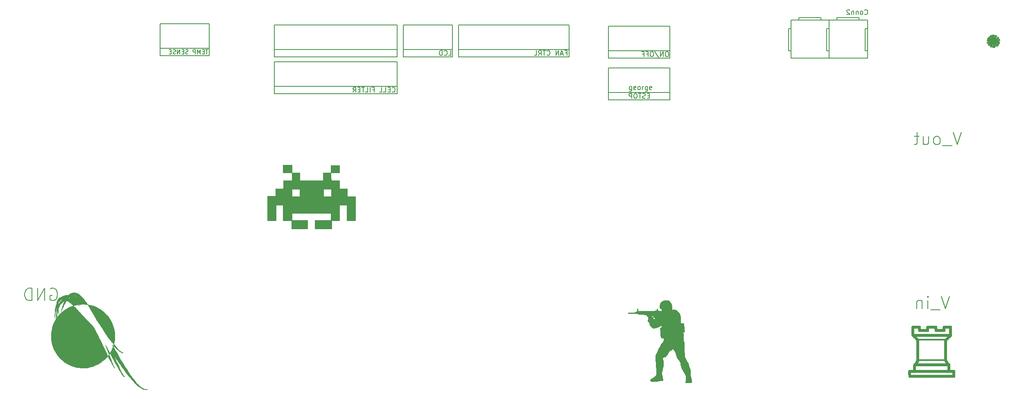
<source format=gbr>
%TF.GenerationSoftware,KiCad,Pcbnew,(5.1.6)-1*%
%TF.CreationDate,2020-11-25T13:54:42-06:00*%
%TF.ProjectId,BMS_2021_Rev1,424d535f-3230-4323-915f-526576312e6b,rev?*%
%TF.SameCoordinates,Original*%
%TF.FileFunction,Legend,Bot*%
%TF.FilePolarity,Positive*%
%FSLAX46Y46*%
G04 Gerber Fmt 4.6, Leading zero omitted, Abs format (unit mm)*
G04 Created by KiCad (PCBNEW (5.1.6)-1) date 2020-11-25 13:54:42*
%MOMM*%
%LPD*%
G01*
G04 APERTURE LIST*
%ADD10C,0.150000*%
%ADD11C,0.010000*%
G04 APERTURE END LIST*
D10*
X46385238Y-81280000D02*
X46627142Y-81159047D01*
X46990000Y-81159047D01*
X47352857Y-81280000D01*
X47594761Y-81521904D01*
X47715714Y-81763809D01*
X47836666Y-82247619D01*
X47836666Y-82610476D01*
X47715714Y-83094285D01*
X47594761Y-83336190D01*
X47352857Y-83578095D01*
X46990000Y-83699047D01*
X46748095Y-83699047D01*
X46385238Y-83578095D01*
X46264285Y-83457142D01*
X46264285Y-82610476D01*
X46748095Y-82610476D01*
X45175714Y-83699047D02*
X45175714Y-81159047D01*
X43724285Y-83699047D01*
X43724285Y-81159047D01*
X42514761Y-83699047D02*
X42514761Y-81159047D01*
X41910000Y-81159047D01*
X41547142Y-81280000D01*
X41305238Y-81521904D01*
X41184285Y-81763809D01*
X41063333Y-82247619D01*
X41063333Y-82610476D01*
X41184285Y-83094285D01*
X41305238Y-83336190D01*
X41547142Y-83578095D01*
X41910000Y-83699047D01*
X42514761Y-83699047D01*
X232295095Y-82810047D02*
X231448428Y-85350047D01*
X230601761Y-82810047D01*
X230359857Y-85591952D02*
X228424619Y-85591952D01*
X227819857Y-85350047D02*
X227819857Y-83656714D01*
X227819857Y-82810047D02*
X227940809Y-82931000D01*
X227819857Y-83051952D01*
X227698904Y-82931000D01*
X227819857Y-82810047D01*
X227819857Y-83051952D01*
X226610333Y-83656714D02*
X226610333Y-85350047D01*
X226610333Y-83898619D02*
X226489380Y-83777666D01*
X226247476Y-83656714D01*
X225884619Y-83656714D01*
X225642714Y-83777666D01*
X225521761Y-84019571D01*
X225521761Y-85350047D01*
X234708095Y-48901047D02*
X233861428Y-51441047D01*
X233014761Y-48901047D01*
X232772857Y-51682952D02*
X230837619Y-51682952D01*
X229870000Y-51441047D02*
X230111904Y-51320095D01*
X230232857Y-51199142D01*
X230353809Y-50957238D01*
X230353809Y-50231523D01*
X230232857Y-49989619D01*
X230111904Y-49868666D01*
X229870000Y-49747714D01*
X229507142Y-49747714D01*
X229265238Y-49868666D01*
X229144285Y-49989619D01*
X229023333Y-50231523D01*
X229023333Y-50957238D01*
X229144285Y-51199142D01*
X229265238Y-51320095D01*
X229507142Y-51441047D01*
X229870000Y-51441047D01*
X226846190Y-49747714D02*
X226846190Y-51441047D01*
X227934761Y-49747714D02*
X227934761Y-51078190D01*
X227813809Y-51320095D01*
X227571904Y-51441047D01*
X227209047Y-51441047D01*
X226967142Y-51320095D01*
X226846190Y-51199142D01*
X225999523Y-49747714D02*
X225031904Y-49747714D01*
X225636666Y-48901047D02*
X225636666Y-51078190D01*
X225515714Y-51320095D01*
X225273809Y-51441047D01*
X225031904Y-51441047D01*
X173973809Y-32218380D02*
X173783333Y-32218380D01*
X173688095Y-32266000D01*
X173592857Y-32361238D01*
X173545238Y-32551714D01*
X173545238Y-32885047D01*
X173592857Y-33075523D01*
X173688095Y-33170761D01*
X173783333Y-33218380D01*
X173973809Y-33218380D01*
X174069047Y-33170761D01*
X174164285Y-33075523D01*
X174211904Y-32885047D01*
X174211904Y-32551714D01*
X174164285Y-32361238D01*
X174069047Y-32266000D01*
X173973809Y-32218380D01*
X173116666Y-33218380D02*
X173116666Y-32218380D01*
X172545238Y-33218380D01*
X172545238Y-32218380D01*
X171354761Y-32170761D02*
X172211904Y-33456476D01*
X170830952Y-32218380D02*
X170640476Y-32218380D01*
X170545238Y-32266000D01*
X170450000Y-32361238D01*
X170402380Y-32551714D01*
X170402380Y-32885047D01*
X170450000Y-33075523D01*
X170545238Y-33170761D01*
X170640476Y-33218380D01*
X170830952Y-33218380D01*
X170926190Y-33170761D01*
X171021428Y-33075523D01*
X171069047Y-32885047D01*
X171069047Y-32551714D01*
X171021428Y-32361238D01*
X170926190Y-32266000D01*
X170830952Y-32218380D01*
X169640476Y-32694571D02*
X169973809Y-32694571D01*
X169973809Y-33218380D02*
X169973809Y-32218380D01*
X169497619Y-32218380D01*
X168783333Y-32694571D02*
X169116666Y-32694571D01*
X169116666Y-33218380D02*
X169116666Y-32218380D01*
X168640476Y-32218380D01*
X170243238Y-41330571D02*
X169909904Y-41330571D01*
X169767047Y-41854380D02*
X170243238Y-41854380D01*
X170243238Y-40854380D01*
X169767047Y-40854380D01*
X169386095Y-41806761D02*
X169243238Y-41854380D01*
X169005142Y-41854380D01*
X168909904Y-41806761D01*
X168862285Y-41759142D01*
X168814666Y-41663904D01*
X168814666Y-41568666D01*
X168862285Y-41473428D01*
X168909904Y-41425809D01*
X169005142Y-41378190D01*
X169195619Y-41330571D01*
X169290857Y-41282952D01*
X169338476Y-41235333D01*
X169386095Y-41140095D01*
X169386095Y-41044857D01*
X169338476Y-40949619D01*
X169290857Y-40902000D01*
X169195619Y-40854380D01*
X168957523Y-40854380D01*
X168814666Y-40902000D01*
X168528952Y-40854380D02*
X167957523Y-40854380D01*
X168243238Y-41854380D02*
X168243238Y-40854380D01*
X167433714Y-40854380D02*
X167243238Y-40854380D01*
X167148000Y-40902000D01*
X167052761Y-40997238D01*
X167005142Y-41187714D01*
X167005142Y-41521047D01*
X167052761Y-41711523D01*
X167148000Y-41806761D01*
X167243238Y-41854380D01*
X167433714Y-41854380D01*
X167528952Y-41806761D01*
X167624190Y-41711523D01*
X167671809Y-41521047D01*
X167671809Y-41187714D01*
X167624190Y-40997238D01*
X167528952Y-40902000D01*
X167433714Y-40854380D01*
X166576571Y-41854380D02*
X166576571Y-40854380D01*
X166195619Y-40854380D01*
X166100380Y-40902000D01*
X166052761Y-40949619D01*
X166005142Y-41044857D01*
X166005142Y-41187714D01*
X166052761Y-41282952D01*
X166100380Y-41330571D01*
X166195619Y-41378190D01*
X166576571Y-41378190D01*
X152836190Y-32440571D02*
X153169523Y-32440571D01*
X153169523Y-32964380D02*
X153169523Y-31964380D01*
X152693333Y-31964380D01*
X152360000Y-32678666D02*
X151883809Y-32678666D01*
X152455238Y-32964380D02*
X152121904Y-31964380D01*
X151788571Y-32964380D01*
X151455238Y-32964380D02*
X151455238Y-31964380D01*
X150883809Y-32964380D01*
X150883809Y-31964380D01*
X149074285Y-32869142D02*
X149121904Y-32916761D01*
X149264761Y-32964380D01*
X149360000Y-32964380D01*
X149502857Y-32916761D01*
X149598095Y-32821523D01*
X149645714Y-32726285D01*
X149693333Y-32535809D01*
X149693333Y-32392952D01*
X149645714Y-32202476D01*
X149598095Y-32107238D01*
X149502857Y-32012000D01*
X149360000Y-31964380D01*
X149264761Y-31964380D01*
X149121904Y-32012000D01*
X149074285Y-32059619D01*
X148788571Y-31964380D02*
X148217142Y-31964380D01*
X148502857Y-32964380D02*
X148502857Y-31964380D01*
X147312380Y-32964380D02*
X147645714Y-32488190D01*
X147883809Y-32964380D02*
X147883809Y-31964380D01*
X147502857Y-31964380D01*
X147407619Y-32012000D01*
X147360000Y-32059619D01*
X147312380Y-32154857D01*
X147312380Y-32297714D01*
X147360000Y-32392952D01*
X147407619Y-32440571D01*
X147502857Y-32488190D01*
X147883809Y-32488190D01*
X146407619Y-32964380D02*
X146883809Y-32964380D01*
X146883809Y-31964380D01*
X128706476Y-32964380D02*
X129182666Y-32964380D01*
X129182666Y-31964380D01*
X127801714Y-32869142D02*
X127849333Y-32916761D01*
X127992190Y-32964380D01*
X128087428Y-32964380D01*
X128230285Y-32916761D01*
X128325523Y-32821523D01*
X128373142Y-32726285D01*
X128420761Y-32535809D01*
X128420761Y-32392952D01*
X128373142Y-32202476D01*
X128325523Y-32107238D01*
X128230285Y-32012000D01*
X128087428Y-31964380D01*
X127992190Y-31964380D01*
X127849333Y-32012000D01*
X127801714Y-32059619D01*
X127373142Y-32964380D02*
X127373142Y-31964380D01*
X127135047Y-31964380D01*
X126992190Y-32012000D01*
X126896952Y-32107238D01*
X126849333Y-32202476D01*
X126801714Y-32392952D01*
X126801714Y-32535809D01*
X126849333Y-32726285D01*
X126896952Y-32821523D01*
X126992190Y-32916761D01*
X127135047Y-32964380D01*
X127373142Y-32964380D01*
X117022095Y-40489142D02*
X117069714Y-40536761D01*
X117212571Y-40584380D01*
X117307809Y-40584380D01*
X117450666Y-40536761D01*
X117545904Y-40441523D01*
X117593523Y-40346285D01*
X117641142Y-40155809D01*
X117641142Y-40012952D01*
X117593523Y-39822476D01*
X117545904Y-39727238D01*
X117450666Y-39632000D01*
X117307809Y-39584380D01*
X117212571Y-39584380D01*
X117069714Y-39632000D01*
X117022095Y-39679619D01*
X116593523Y-40060571D02*
X116260190Y-40060571D01*
X116117333Y-40584380D02*
X116593523Y-40584380D01*
X116593523Y-39584380D01*
X116117333Y-39584380D01*
X115212571Y-40584380D02*
X115688761Y-40584380D01*
X115688761Y-39584380D01*
X114403047Y-40584380D02*
X114879238Y-40584380D01*
X114879238Y-39584380D01*
X112974476Y-40060571D02*
X113307809Y-40060571D01*
X113307809Y-40584380D02*
X113307809Y-39584380D01*
X112831619Y-39584380D01*
X112450666Y-40584380D02*
X112450666Y-39584380D01*
X111498285Y-40584380D02*
X111974476Y-40584380D01*
X111974476Y-39584380D01*
X111307809Y-39584380D02*
X110736380Y-39584380D01*
X111022095Y-40584380D02*
X111022095Y-39584380D01*
X110403047Y-40060571D02*
X110069714Y-40060571D01*
X109926857Y-40584380D02*
X110403047Y-40584380D01*
X110403047Y-39584380D01*
X109926857Y-39584380D01*
X108926857Y-40584380D02*
X109260190Y-40108190D01*
X109498285Y-40584380D02*
X109498285Y-39584380D01*
X109117333Y-39584380D01*
X109022095Y-39632000D01*
X108974476Y-39679619D01*
X108926857Y-39774857D01*
X108926857Y-39917714D01*
X108974476Y-40012952D01*
X109022095Y-40060571D01*
X109117333Y-40108190D01*
X109498285Y-40108190D01*
X78994000Y-31771166D02*
X78486000Y-31771166D01*
X78740000Y-32660166D02*
X78740000Y-31771166D01*
X78189666Y-32194500D02*
X77893333Y-32194500D01*
X77766333Y-32660166D02*
X78189666Y-32660166D01*
X78189666Y-31771166D01*
X77766333Y-31771166D01*
X77385333Y-32660166D02*
X77385333Y-31771166D01*
X77089000Y-32406166D01*
X76792666Y-31771166D01*
X76792666Y-32660166D01*
X76369333Y-32660166D02*
X76369333Y-31771166D01*
X76030666Y-31771166D01*
X75946000Y-31813500D01*
X75903666Y-31855833D01*
X75861333Y-31940500D01*
X75861333Y-32067500D01*
X75903666Y-32152166D01*
X75946000Y-32194500D01*
X76030666Y-32236833D01*
X76369333Y-32236833D01*
X74845333Y-32617833D02*
X74718333Y-32660166D01*
X74506666Y-32660166D01*
X74422000Y-32617833D01*
X74379666Y-32575500D01*
X74337333Y-32490833D01*
X74337333Y-32406166D01*
X74379666Y-32321500D01*
X74422000Y-32279166D01*
X74506666Y-32236833D01*
X74676000Y-32194500D01*
X74760666Y-32152166D01*
X74803000Y-32109833D01*
X74845333Y-32025166D01*
X74845333Y-31940500D01*
X74803000Y-31855833D01*
X74760666Y-31813500D01*
X74676000Y-31771166D01*
X74464333Y-31771166D01*
X74337333Y-31813500D01*
X73956333Y-32194500D02*
X73660000Y-32194500D01*
X73533000Y-32660166D02*
X73956333Y-32660166D01*
X73956333Y-31771166D01*
X73533000Y-31771166D01*
X73152000Y-32660166D02*
X73152000Y-31771166D01*
X72644000Y-32660166D01*
X72644000Y-31771166D01*
X72263000Y-32617833D02*
X72136000Y-32660166D01*
X71924333Y-32660166D01*
X71839666Y-32617833D01*
X71797333Y-32575500D01*
X71755000Y-32490833D01*
X71755000Y-32406166D01*
X71797333Y-32321500D01*
X71839666Y-32279166D01*
X71924333Y-32236833D01*
X72093666Y-32194500D01*
X72178333Y-32152166D01*
X72220666Y-32109833D01*
X72263000Y-32025166D01*
X72263000Y-31940500D01*
X72220666Y-31855833D01*
X72178333Y-31813500D01*
X72093666Y-31771166D01*
X71882000Y-31771166D01*
X71755000Y-31813500D01*
X71374000Y-32194500D02*
X71077666Y-32194500D01*
X70950666Y-32660166D02*
X71374000Y-32660166D01*
X71374000Y-31771166D01*
X70950666Y-31771166D01*
X166544857Y-39409714D02*
X166544857Y-40219238D01*
X166497238Y-40314476D01*
X166449619Y-40362095D01*
X166354380Y-40409714D01*
X166211523Y-40409714D01*
X166116285Y-40362095D01*
X166544857Y-40028761D02*
X166449619Y-40076380D01*
X166259142Y-40076380D01*
X166163904Y-40028761D01*
X166116285Y-39981142D01*
X166068666Y-39885904D01*
X166068666Y-39600190D01*
X166116285Y-39504952D01*
X166163904Y-39457333D01*
X166259142Y-39409714D01*
X166449619Y-39409714D01*
X166544857Y-39457333D01*
X167402000Y-40028761D02*
X167306761Y-40076380D01*
X167116285Y-40076380D01*
X167021047Y-40028761D01*
X166973428Y-39933523D01*
X166973428Y-39552571D01*
X167021047Y-39457333D01*
X167116285Y-39409714D01*
X167306761Y-39409714D01*
X167402000Y-39457333D01*
X167449619Y-39552571D01*
X167449619Y-39647809D01*
X166973428Y-39743047D01*
X168021047Y-40076380D02*
X167925809Y-40028761D01*
X167878190Y-39981142D01*
X167830571Y-39885904D01*
X167830571Y-39600190D01*
X167878190Y-39504952D01*
X167925809Y-39457333D01*
X168021047Y-39409714D01*
X168163904Y-39409714D01*
X168259142Y-39457333D01*
X168306761Y-39504952D01*
X168354380Y-39600190D01*
X168354380Y-39885904D01*
X168306761Y-39981142D01*
X168259142Y-40028761D01*
X168163904Y-40076380D01*
X168021047Y-40076380D01*
X168782952Y-40076380D02*
X168782952Y-39409714D01*
X168782952Y-39600190D02*
X168830571Y-39504952D01*
X168878190Y-39457333D01*
X168973428Y-39409714D01*
X169068666Y-39409714D01*
X169830571Y-39409714D02*
X169830571Y-40219238D01*
X169782952Y-40314476D01*
X169735333Y-40362095D01*
X169640095Y-40409714D01*
X169497238Y-40409714D01*
X169402000Y-40362095D01*
X169830571Y-40028761D02*
X169735333Y-40076380D01*
X169544857Y-40076380D01*
X169449619Y-40028761D01*
X169402000Y-39981142D01*
X169354380Y-39885904D01*
X169354380Y-39600190D01*
X169402000Y-39504952D01*
X169449619Y-39457333D01*
X169544857Y-39409714D01*
X169735333Y-39409714D01*
X169830571Y-39457333D01*
X170687714Y-40028761D02*
X170592476Y-40076380D01*
X170402000Y-40076380D01*
X170306761Y-40028761D01*
X170259142Y-39933523D01*
X170259142Y-39552571D01*
X170306761Y-39457333D01*
X170402000Y-39409714D01*
X170592476Y-39409714D01*
X170687714Y-39457333D01*
X170735333Y-39552571D01*
X170735333Y-39647809D01*
X170259142Y-39743047D01*
D11*
%TO.C,G\u002A\u002A\u002A*%
G36*
X241525324Y-30461437D02*
G01*
X241526639Y-30460972D01*
X241528855Y-30459895D01*
X241529727Y-30458363D01*
X241529633Y-30455486D01*
X241529478Y-30454265D01*
X241528121Y-30449543D01*
X241525999Y-30446676D01*
X241523134Y-30444726D01*
X241521313Y-30444605D01*
X241520341Y-30446514D01*
X241520019Y-30450656D01*
X241520026Y-30452821D01*
X241520289Y-30457902D01*
X241521072Y-30460800D01*
X241522657Y-30461863D01*
X241525324Y-30461437D01*
G37*
X241525324Y-30461437D02*
X241526639Y-30460972D01*
X241528855Y-30459895D01*
X241529727Y-30458363D01*
X241529633Y-30455486D01*
X241529478Y-30454265D01*
X241528121Y-30449543D01*
X241525999Y-30446676D01*
X241523134Y-30444726D01*
X241521313Y-30444605D01*
X241520341Y-30446514D01*
X241520019Y-30450656D01*
X241520026Y-30452821D01*
X241520289Y-30457902D01*
X241521072Y-30460800D01*
X241522657Y-30461863D01*
X241525324Y-30461437D01*
G36*
X242203012Y-29974785D02*
G01*
X242204602Y-29972488D01*
X242205086Y-29970090D01*
X242204858Y-29969434D01*
X242203153Y-29968247D01*
X242201254Y-29969440D01*
X242200474Y-29970647D01*
X242199248Y-29973933D01*
X242199939Y-29975597D01*
X242201020Y-29975810D01*
X242203012Y-29974785D01*
G37*
X242203012Y-29974785D02*
X242204602Y-29972488D01*
X242205086Y-29970090D01*
X242204858Y-29969434D01*
X242203153Y-29968247D01*
X242201254Y-29969440D01*
X242200474Y-29970647D01*
X242199248Y-29973933D01*
X242199939Y-29975597D01*
X242201020Y-29975810D01*
X242203012Y-29974785D01*
G36*
X240525507Y-30365910D02*
G01*
X240523010Y-30364232D01*
X240520115Y-30363233D01*
X240519282Y-30363160D01*
X240517037Y-30363322D01*
X240516515Y-30363662D01*
X240517969Y-30364483D01*
X240520604Y-30365643D01*
X240523515Y-30366783D01*
X240525798Y-30367548D01*
X240526570Y-30367631D01*
X240525507Y-30365910D01*
G37*
X240525507Y-30365910D02*
X240523010Y-30364232D01*
X240520115Y-30363233D01*
X240519282Y-30363160D01*
X240517037Y-30363322D01*
X240516515Y-30363662D01*
X240517969Y-30364483D01*
X240520604Y-30365643D01*
X240523515Y-30366783D01*
X240525798Y-30367548D01*
X240526570Y-30367631D01*
X240525507Y-30365910D01*
G36*
X241025508Y-30315262D02*
G01*
X241025680Y-30314415D01*
X241024934Y-30312221D01*
X241024410Y-30311725D01*
X241023311Y-30311999D01*
X241023140Y-30312846D01*
X241023885Y-30315040D01*
X241024410Y-30315535D01*
X241025508Y-30315262D01*
G37*
X241025508Y-30315262D02*
X241025680Y-30314415D01*
X241024934Y-30312221D01*
X241024410Y-30311725D01*
X241023311Y-30311999D01*
X241023140Y-30312846D01*
X241023885Y-30315040D01*
X241024410Y-30315535D01*
X241025508Y-30315262D01*
G36*
X241266965Y-30123418D02*
G01*
X241266980Y-30123130D01*
X241266003Y-30121909D01*
X241265635Y-30121860D01*
X241264876Y-30122639D01*
X241265075Y-30123130D01*
X241266216Y-30124342D01*
X241266419Y-30124400D01*
X241266965Y-30123418D01*
G37*
X241266965Y-30123418D02*
X241266980Y-30123130D01*
X241266003Y-30121909D01*
X241265635Y-30121860D01*
X241264876Y-30122639D01*
X241265075Y-30123130D01*
X241266216Y-30124342D01*
X241266419Y-30124400D01*
X241266965Y-30123418D01*
G36*
X240485930Y-30080585D02*
G01*
X240485295Y-30079950D01*
X240484660Y-30080585D01*
X240485295Y-30081220D01*
X240485930Y-30080585D01*
G37*
X240485930Y-30080585D02*
X240485295Y-30079950D01*
X240484660Y-30080585D01*
X240485295Y-30081220D01*
X240485930Y-30080585D01*
G36*
X240582465Y-30066162D02*
G01*
X240584173Y-30063384D01*
X240585943Y-30059651D01*
X240587426Y-30055696D01*
X240588235Y-30052494D01*
X240588495Y-30048748D01*
X240587518Y-30045889D01*
X240585635Y-30043364D01*
X240582529Y-30040322D01*
X240579853Y-30039547D01*
X240576993Y-30040993D01*
X240575252Y-30042582D01*
X240573118Y-30045225D01*
X240572414Y-30048042D01*
X240572603Y-30051155D01*
X240573434Y-30054427D01*
X240575043Y-30058370D01*
X240577053Y-30062273D01*
X240579086Y-30065429D01*
X240580766Y-30067129D01*
X240581171Y-30067250D01*
X240582465Y-30066162D01*
G37*
X240582465Y-30066162D02*
X240584173Y-30063384D01*
X240585943Y-30059651D01*
X240587426Y-30055696D01*
X240588235Y-30052494D01*
X240588495Y-30048748D01*
X240587518Y-30045889D01*
X240585635Y-30043364D01*
X240582529Y-30040322D01*
X240579853Y-30039547D01*
X240576993Y-30040993D01*
X240575252Y-30042582D01*
X240573118Y-30045225D01*
X240572414Y-30048042D01*
X240572603Y-30051155D01*
X240573434Y-30054427D01*
X240575043Y-30058370D01*
X240577053Y-30062273D01*
X240579086Y-30065429D01*
X240580766Y-30067129D01*
X240581171Y-30067250D01*
X240582465Y-30066162D01*
G36*
X240498111Y-29989185D02*
G01*
X240499224Y-29987801D01*
X240500857Y-29984358D01*
X240500656Y-29981391D01*
X240498870Y-29979507D01*
X240495772Y-29979306D01*
X240494020Y-29980782D01*
X240493701Y-29983559D01*
X240494844Y-29986822D01*
X240495495Y-29987801D01*
X240496994Y-29989514D01*
X240498111Y-29989185D01*
G37*
X240498111Y-29989185D02*
X240499224Y-29987801D01*
X240500857Y-29984358D01*
X240500656Y-29981391D01*
X240498870Y-29979507D01*
X240495772Y-29979306D01*
X240494020Y-29980782D01*
X240493701Y-29983559D01*
X240494844Y-29986822D01*
X240495495Y-29987801D01*
X240496994Y-29989514D01*
X240498111Y-29989185D01*
G36*
X241263312Y-29845366D02*
G01*
X241264306Y-29843292D01*
X241264238Y-29842492D01*
X241263230Y-29841712D01*
X241262826Y-29841958D01*
X241261983Y-29843943D01*
X241261900Y-29844831D01*
X241262302Y-29846041D01*
X241263312Y-29845366D01*
G37*
X241263312Y-29845366D02*
X241264306Y-29843292D01*
X241264238Y-29842492D01*
X241263230Y-29841712D01*
X241262826Y-29841958D01*
X241261983Y-29843943D01*
X241261900Y-29844831D01*
X241262302Y-29846041D01*
X241263312Y-29845366D01*
G36*
X241225600Y-29785421D02*
G01*
X241225013Y-29784607D01*
X241223045Y-29783417D01*
X241220257Y-29782837D01*
X241217651Y-29782930D01*
X241216233Y-29783762D01*
X241216180Y-29784040D01*
X241217193Y-29785316D01*
X241217767Y-29785455D01*
X241220154Y-29785705D01*
X241222946Y-29786022D01*
X241225320Y-29786124D01*
X241225600Y-29785421D01*
G37*
X241225600Y-29785421D02*
X241225013Y-29784607D01*
X241223045Y-29783417D01*
X241220257Y-29782837D01*
X241217651Y-29782930D01*
X241216233Y-29783762D01*
X241216180Y-29784040D01*
X241217193Y-29785316D01*
X241217767Y-29785455D01*
X241220154Y-29785705D01*
X241222946Y-29786022D01*
X241225320Y-29786124D01*
X241225600Y-29785421D01*
G36*
X241252099Y-29784189D02*
G01*
X241254219Y-29783264D01*
X241257647Y-29782788D01*
X241258432Y-29782770D01*
X241261603Y-29782598D01*
X241262892Y-29781807D01*
X241262950Y-29779985D01*
X241262940Y-29779913D01*
X241262367Y-29778239D01*
X241260893Y-29777429D01*
X241257970Y-29777358D01*
X241253645Y-29777827D01*
X241251449Y-29777522D01*
X241250314Y-29777133D01*
X241248566Y-29777170D01*
X241247681Y-29779272D01*
X241247851Y-29782141D01*
X241249141Y-29784207D01*
X241250964Y-29784819D01*
X241252099Y-29784189D01*
G37*
X241252099Y-29784189D02*
X241254219Y-29783264D01*
X241257647Y-29782788D01*
X241258432Y-29782770D01*
X241261603Y-29782598D01*
X241262892Y-29781807D01*
X241262950Y-29779985D01*
X241262940Y-29779913D01*
X241262367Y-29778239D01*
X241260893Y-29777429D01*
X241257970Y-29777358D01*
X241253645Y-29777827D01*
X241251449Y-29777522D01*
X241250314Y-29777133D01*
X241248566Y-29777170D01*
X241247681Y-29779272D01*
X241247851Y-29782141D01*
X241249141Y-29784207D01*
X241250964Y-29784819D01*
X241252099Y-29784189D01*
G36*
X241335560Y-29760545D02*
G01*
X241334925Y-29759910D01*
X241334290Y-29760545D01*
X241334925Y-29761180D01*
X241335560Y-29760545D01*
G37*
X241335560Y-29760545D02*
X241334925Y-29759910D01*
X241334290Y-29760545D01*
X241334925Y-29761180D01*
X241335560Y-29760545D01*
G36*
X241325721Y-29765548D02*
G01*
X241328555Y-29763855D01*
X241330306Y-29761848D01*
X241330480Y-29761132D01*
X241331394Y-29758513D01*
X241332385Y-29757370D01*
X241334081Y-29755466D01*
X241333545Y-29753895D01*
X241331787Y-29752609D01*
X241329681Y-29751751D01*
X241328313Y-29752899D01*
X241327979Y-29753487D01*
X241325757Y-29755878D01*
X241324131Y-29756735D01*
X241322260Y-29758123D01*
X241321605Y-29761098D01*
X241321590Y-29761901D01*
X241321899Y-29764805D01*
X241322658Y-29766231D01*
X241322800Y-29766260D01*
X241325721Y-29765548D01*
G37*
X241325721Y-29765548D02*
X241328555Y-29763855D01*
X241330306Y-29761848D01*
X241330480Y-29761132D01*
X241331394Y-29758513D01*
X241332385Y-29757370D01*
X241334081Y-29755466D01*
X241333545Y-29753895D01*
X241331787Y-29752609D01*
X241329681Y-29751751D01*
X241328313Y-29752899D01*
X241327979Y-29753487D01*
X241325757Y-29755878D01*
X241324131Y-29756735D01*
X241322260Y-29758123D01*
X241321605Y-29761098D01*
X241321590Y-29761901D01*
X241321899Y-29764805D01*
X241322658Y-29766231D01*
X241322800Y-29766260D01*
X241325721Y-29765548D01*
G36*
X241382408Y-29773562D02*
G01*
X241387190Y-29772738D01*
X241389617Y-29771097D01*
X241389728Y-29768596D01*
X241387562Y-29765188D01*
X241384959Y-29762472D01*
X241382196Y-29759493D01*
X241380521Y-29756992D01*
X241380262Y-29755856D01*
X241381831Y-29754097D01*
X241385060Y-29752114D01*
X241389137Y-29750278D01*
X241393254Y-29748963D01*
X241396178Y-29748533D01*
X241399157Y-29748858D01*
X241400583Y-29750375D01*
X241401046Y-29751973D01*
X241401964Y-29755754D01*
X241402823Y-29757584D01*
X241404024Y-29758012D01*
X241405305Y-29757766D01*
X241408066Y-29757947D01*
X241411564Y-29759277D01*
X241412251Y-29759658D01*
X241416606Y-29762227D01*
X241419547Y-29759097D01*
X241421389Y-29756844D01*
X241421476Y-29755521D01*
X241420616Y-29754783D01*
X241417685Y-29753714D01*
X241416471Y-29753580D01*
X241413832Y-29752890D01*
X241410756Y-29751287D01*
X241407453Y-29749205D01*
X241404775Y-29747651D01*
X241402804Y-29745460D01*
X241402643Y-29742939D01*
X241402546Y-29740450D01*
X241401060Y-29739622D01*
X241400336Y-29739590D01*
X241397609Y-29738842D01*
X241394252Y-29736988D01*
X241393457Y-29736415D01*
X241389533Y-29733912D01*
X241386867Y-29733480D01*
X241385222Y-29735138D01*
X241384634Y-29737106D01*
X241383911Y-29739693D01*
X241382761Y-29740237D01*
X241380983Y-29739491D01*
X241377941Y-29737545D01*
X241374930Y-29735133D01*
X241371940Y-29732874D01*
X241369215Y-29731487D01*
X241367321Y-29730059D01*
X241364617Y-29726986D01*
X241361507Y-29722853D01*
X241358398Y-29718245D01*
X241355694Y-29713746D01*
X241353800Y-29709942D01*
X241353284Y-29708482D01*
X241351772Y-29706213D01*
X241350426Y-29705532D01*
X241349179Y-29705662D01*
X241348521Y-29707026D01*
X241348278Y-29710155D01*
X241348260Y-29712243D01*
X241347397Y-29719742D01*
X241345720Y-29724350D01*
X241343636Y-29729464D01*
X241343476Y-29732994D01*
X241345278Y-29735059D01*
X241349080Y-29735778D01*
X241349416Y-29735780D01*
X241352427Y-29736653D01*
X241356281Y-29738874D01*
X241360181Y-29741853D01*
X241363332Y-29744997D01*
X241364771Y-29747214D01*
X241365595Y-29750907D01*
X241365948Y-29756581D01*
X241365867Y-29762112D01*
X241365405Y-29773245D01*
X241375231Y-29773616D01*
X241382408Y-29773562D01*
G37*
X241382408Y-29773562D02*
X241387190Y-29772738D01*
X241389617Y-29771097D01*
X241389728Y-29768596D01*
X241387562Y-29765188D01*
X241384959Y-29762472D01*
X241382196Y-29759493D01*
X241380521Y-29756992D01*
X241380262Y-29755856D01*
X241381831Y-29754097D01*
X241385060Y-29752114D01*
X241389137Y-29750278D01*
X241393254Y-29748963D01*
X241396178Y-29748533D01*
X241399157Y-29748858D01*
X241400583Y-29750375D01*
X241401046Y-29751973D01*
X241401964Y-29755754D01*
X241402823Y-29757584D01*
X241404024Y-29758012D01*
X241405305Y-29757766D01*
X241408066Y-29757947D01*
X241411564Y-29759277D01*
X241412251Y-29759658D01*
X241416606Y-29762227D01*
X241419547Y-29759097D01*
X241421389Y-29756844D01*
X241421476Y-29755521D01*
X241420616Y-29754783D01*
X241417685Y-29753714D01*
X241416471Y-29753580D01*
X241413832Y-29752890D01*
X241410756Y-29751287D01*
X241407453Y-29749205D01*
X241404775Y-29747651D01*
X241402804Y-29745460D01*
X241402643Y-29742939D01*
X241402546Y-29740450D01*
X241401060Y-29739622D01*
X241400336Y-29739590D01*
X241397609Y-29738842D01*
X241394252Y-29736988D01*
X241393457Y-29736415D01*
X241389533Y-29733912D01*
X241386867Y-29733480D01*
X241385222Y-29735138D01*
X241384634Y-29737106D01*
X241383911Y-29739693D01*
X241382761Y-29740237D01*
X241380983Y-29739491D01*
X241377941Y-29737545D01*
X241374930Y-29735133D01*
X241371940Y-29732874D01*
X241369215Y-29731487D01*
X241367321Y-29730059D01*
X241364617Y-29726986D01*
X241361507Y-29722853D01*
X241358398Y-29718245D01*
X241355694Y-29713746D01*
X241353800Y-29709942D01*
X241353284Y-29708482D01*
X241351772Y-29706213D01*
X241350426Y-29705532D01*
X241349179Y-29705662D01*
X241348521Y-29707026D01*
X241348278Y-29710155D01*
X241348260Y-29712243D01*
X241347397Y-29719742D01*
X241345720Y-29724350D01*
X241343636Y-29729464D01*
X241343476Y-29732994D01*
X241345278Y-29735059D01*
X241349080Y-29735778D01*
X241349416Y-29735780D01*
X241352427Y-29736653D01*
X241356281Y-29738874D01*
X241360181Y-29741853D01*
X241363332Y-29744997D01*
X241364771Y-29747214D01*
X241365595Y-29750907D01*
X241365948Y-29756581D01*
X241365867Y-29762112D01*
X241365405Y-29773245D01*
X241375231Y-29773616D01*
X241382408Y-29773562D01*
G36*
X241354855Y-29676499D02*
G01*
X241356575Y-29674732D01*
X241357150Y-29673508D01*
X241356156Y-29672909D01*
X241354283Y-29672610D01*
X241353242Y-29672810D01*
X241352818Y-29674185D01*
X241353340Y-29674185D01*
X241353975Y-29673550D01*
X241354610Y-29674185D01*
X241353975Y-29674820D01*
X241353340Y-29674185D01*
X241352818Y-29674185D01*
X241352782Y-29674300D01*
X241352757Y-29676314D01*
X241353180Y-29677360D01*
X241353198Y-29677360D01*
X241354855Y-29676499D01*
G37*
X241354855Y-29676499D02*
X241356575Y-29674732D01*
X241357150Y-29673508D01*
X241356156Y-29672909D01*
X241354283Y-29672610D01*
X241353242Y-29672810D01*
X241352818Y-29674185D01*
X241353340Y-29674185D01*
X241353975Y-29673550D01*
X241354610Y-29674185D01*
X241353975Y-29674820D01*
X241353340Y-29674185D01*
X241352818Y-29674185D01*
X241352782Y-29674300D01*
X241352757Y-29676314D01*
X241353180Y-29677360D01*
X241353198Y-29677360D01*
X241354855Y-29676499D01*
G36*
X241152570Y-29613860D02*
G01*
X241153148Y-29613475D01*
X241155240Y-29610651D01*
X241156081Y-29606915D01*
X241155529Y-29603400D01*
X241154611Y-29602003D01*
X241152113Y-29600663D01*
X241148609Y-29599946D01*
X241145260Y-29599982D01*
X241143366Y-29600737D01*
X241142683Y-29602732D01*
X241142603Y-29605826D01*
X241143106Y-29608656D01*
X241143491Y-29609445D01*
X241145174Y-29611019D01*
X241147768Y-29612869D01*
X241150541Y-29614207D01*
X241152570Y-29613860D01*
G37*
X241152570Y-29613860D02*
X241153148Y-29613475D01*
X241155240Y-29610651D01*
X241156081Y-29606915D01*
X241155529Y-29603400D01*
X241154611Y-29602003D01*
X241152113Y-29600663D01*
X241148609Y-29599946D01*
X241145260Y-29599982D01*
X241143366Y-29600737D01*
X241142683Y-29602732D01*
X241142603Y-29605826D01*
X241143106Y-29608656D01*
X241143491Y-29609445D01*
X241145174Y-29611019D01*
X241147768Y-29612869D01*
X241150541Y-29614207D01*
X241152570Y-29613860D01*
G36*
X241153393Y-29582929D02*
G01*
X241154693Y-29581144D01*
X241154490Y-29579148D01*
X241152899Y-29577251D01*
X241151014Y-29577524D01*
X241149751Y-29579648D01*
X241149944Y-29582168D01*
X241150958Y-29582992D01*
X241153393Y-29582929D01*
G37*
X241153393Y-29582929D02*
X241154693Y-29581144D01*
X241154490Y-29579148D01*
X241152899Y-29577251D01*
X241151014Y-29577524D01*
X241149751Y-29579648D01*
X241149944Y-29582168D01*
X241150958Y-29582992D01*
X241153393Y-29582929D01*
G36*
X241157938Y-29567391D02*
G01*
X241161545Y-29565493D01*
X241165106Y-29562972D01*
X241167892Y-29560353D01*
X241169172Y-29558162D01*
X241169190Y-29557945D01*
X241168383Y-29553891D01*
X241166295Y-29549890D01*
X241163428Y-29546514D01*
X241160281Y-29544334D01*
X241157354Y-29543922D01*
X241157009Y-29544031D01*
X241154257Y-29546416D01*
X241152176Y-29551216D01*
X241150856Y-29557706D01*
X241150755Y-29562743D01*
X241151921Y-29566324D01*
X241154191Y-29568046D01*
X241155016Y-29568140D01*
X241157938Y-29567391D01*
G37*
X241157938Y-29567391D02*
X241161545Y-29565493D01*
X241165106Y-29562972D01*
X241167892Y-29560353D01*
X241169172Y-29558162D01*
X241169190Y-29557945D01*
X241168383Y-29553891D01*
X241166295Y-29549890D01*
X241163428Y-29546514D01*
X241160281Y-29544334D01*
X241157354Y-29543922D01*
X241157009Y-29544031D01*
X241154257Y-29546416D01*
X241152176Y-29551216D01*
X241150856Y-29557706D01*
X241150755Y-29562743D01*
X241151921Y-29566324D01*
X241154191Y-29568046D01*
X241155016Y-29568140D01*
X241157938Y-29567391D01*
G36*
X241025908Y-29631394D02*
G01*
X241030689Y-29626214D01*
X241039932Y-29627144D01*
X241047501Y-29627875D01*
X241052973Y-29628267D01*
X241056779Y-29628261D01*
X241059346Y-29627801D01*
X241061102Y-29626830D01*
X241062476Y-29625290D01*
X241063327Y-29624020D01*
X241067866Y-29617567D01*
X241072255Y-29613008D01*
X241077105Y-29610007D01*
X241083024Y-29608229D01*
X241090622Y-29607335D01*
X241093823Y-29607168D01*
X241100644Y-29606695D01*
X241105402Y-29605881D01*
X241108561Y-29604640D01*
X241108887Y-29604438D01*
X241112323Y-29602186D01*
X241111451Y-29590547D01*
X241111097Y-29584529D01*
X241111159Y-29580157D01*
X241111719Y-29576561D01*
X241112859Y-29572867D01*
X241113203Y-29571937D01*
X241116093Y-29566050D01*
X241119938Y-29560656D01*
X241124180Y-29556431D01*
X241127892Y-29554179D01*
X241130795Y-29552639D01*
X241131807Y-29550738D01*
X241130861Y-29548186D01*
X241127895Y-29544696D01*
X241125211Y-29542116D01*
X241121344Y-29538846D01*
X241117840Y-29536402D01*
X241115346Y-29535223D01*
X241115010Y-29535178D01*
X241112283Y-29536181D01*
X241109246Y-29538809D01*
X241106565Y-29542340D01*
X241104906Y-29546055D01*
X241104888Y-29546126D01*
X241104558Y-29549219D01*
X241104601Y-29553589D01*
X241104800Y-29556217D01*
X241104971Y-29560490D01*
X241104164Y-29563419D01*
X241101970Y-29565421D01*
X241097980Y-29566913D01*
X241093244Y-29568014D01*
X241087899Y-29569008D01*
X241084263Y-29569257D01*
X241081590Y-29568673D01*
X241079137Y-29567171D01*
X241077981Y-29566235D01*
X241073961Y-29563591D01*
X241070937Y-29563224D01*
X241068971Y-29565128D01*
X241068394Y-29566974D01*
X241068333Y-29571518D01*
X241070355Y-29574743D01*
X241074602Y-29576857D01*
X241075231Y-29577036D01*
X241078470Y-29578114D01*
X241079919Y-29579525D01*
X241080284Y-29582068D01*
X241080290Y-29582750D01*
X241079349Y-29587153D01*
X241076348Y-29591591D01*
X241072288Y-29595010D01*
X241067959Y-29596025D01*
X241063145Y-29594881D01*
X241060067Y-29594542D01*
X241058395Y-29595008D01*
X241055482Y-29595264D01*
X241052997Y-29594067D01*
X241050344Y-29591549D01*
X241050156Y-29589185D01*
X241052336Y-29587198D01*
X241054676Y-29585141D01*
X241056828Y-29582045D01*
X241056878Y-29581949D01*
X241058055Y-29578990D01*
X241058194Y-29575963D01*
X241057440Y-29571993D01*
X241056824Y-29566491D01*
X241057895Y-29561225D01*
X241060833Y-29555589D01*
X241063525Y-29551836D01*
X241068607Y-29544477D01*
X241071792Y-29537883D01*
X241073322Y-29531708D01*
X241073943Y-29527600D01*
X241074551Y-29524291D01*
X241074767Y-29523373D01*
X241074686Y-29521499D01*
X241073388Y-29521173D01*
X241071532Y-29522231D01*
X241069775Y-29524507D01*
X241069705Y-29524643D01*
X241068073Y-29528537D01*
X241067088Y-29531712D01*
X241065064Y-29535228D01*
X241061378Y-29537579D01*
X241056687Y-29538639D01*
X241051645Y-29538280D01*
X241046909Y-29536375D01*
X241046038Y-29535784D01*
X241041818Y-29533512D01*
X241038944Y-29533347D01*
X241036401Y-29533379D01*
X241035268Y-29532683D01*
X241033496Y-29531683D01*
X241030777Y-29531310D01*
X241026745Y-29532452D01*
X241023796Y-29535666D01*
X241022145Y-29540635D01*
X241021870Y-29544239D01*
X241021890Y-29547036D01*
X241022174Y-29549095D01*
X241023053Y-29550918D01*
X241024859Y-29553006D01*
X241027924Y-29555862D01*
X241031884Y-29559370D01*
X241033337Y-29560813D01*
X241034176Y-29562386D01*
X241034501Y-29564714D01*
X241034414Y-29568424D01*
X241034099Y-29573032D01*
X241033764Y-29578609D01*
X241033812Y-29582385D01*
X241034325Y-29585082D01*
X241035385Y-29587419D01*
X241035832Y-29588174D01*
X241038019Y-29593042D01*
X241037932Y-29597095D01*
X241035530Y-29600720D01*
X241034472Y-29601683D01*
X241030371Y-29604542D01*
X241026390Y-29605725D01*
X241021648Y-29605378D01*
X241017931Y-29604457D01*
X241012887Y-29603214D01*
X241006815Y-29601996D01*
X241002185Y-29601240D01*
X240997079Y-29600487D01*
X240992452Y-29599748D01*
X240989485Y-29599218D01*
X240986979Y-29599035D01*
X240984748Y-29599917D01*
X240982007Y-29602252D01*
X240980696Y-29603572D01*
X240977959Y-29606506D01*
X240976854Y-29608180D01*
X240977171Y-29609085D01*
X240978156Y-29609534D01*
X240987822Y-29613519D01*
X240995038Y-29617995D01*
X240999853Y-29622999D01*
X241002225Y-29628173D01*
X241003561Y-29631417D01*
X241005970Y-29633553D01*
X241009994Y-29634924D01*
X241013960Y-29635600D01*
X241021126Y-29636573D01*
X241025908Y-29631394D01*
G37*
X241025908Y-29631394D02*
X241030689Y-29626214D01*
X241039932Y-29627144D01*
X241047501Y-29627875D01*
X241052973Y-29628267D01*
X241056779Y-29628261D01*
X241059346Y-29627801D01*
X241061102Y-29626830D01*
X241062476Y-29625290D01*
X241063327Y-29624020D01*
X241067866Y-29617567D01*
X241072255Y-29613008D01*
X241077105Y-29610007D01*
X241083024Y-29608229D01*
X241090622Y-29607335D01*
X241093823Y-29607168D01*
X241100644Y-29606695D01*
X241105402Y-29605881D01*
X241108561Y-29604640D01*
X241108887Y-29604438D01*
X241112323Y-29602186D01*
X241111451Y-29590547D01*
X241111097Y-29584529D01*
X241111159Y-29580157D01*
X241111719Y-29576561D01*
X241112859Y-29572867D01*
X241113203Y-29571937D01*
X241116093Y-29566050D01*
X241119938Y-29560656D01*
X241124180Y-29556431D01*
X241127892Y-29554179D01*
X241130795Y-29552639D01*
X241131807Y-29550738D01*
X241130861Y-29548186D01*
X241127895Y-29544696D01*
X241125211Y-29542116D01*
X241121344Y-29538846D01*
X241117840Y-29536402D01*
X241115346Y-29535223D01*
X241115010Y-29535178D01*
X241112283Y-29536181D01*
X241109246Y-29538809D01*
X241106565Y-29542340D01*
X241104906Y-29546055D01*
X241104888Y-29546126D01*
X241104558Y-29549219D01*
X241104601Y-29553589D01*
X241104800Y-29556217D01*
X241104971Y-29560490D01*
X241104164Y-29563419D01*
X241101970Y-29565421D01*
X241097980Y-29566913D01*
X241093244Y-29568014D01*
X241087899Y-29569008D01*
X241084263Y-29569257D01*
X241081590Y-29568673D01*
X241079137Y-29567171D01*
X241077981Y-29566235D01*
X241073961Y-29563591D01*
X241070937Y-29563224D01*
X241068971Y-29565128D01*
X241068394Y-29566974D01*
X241068333Y-29571518D01*
X241070355Y-29574743D01*
X241074602Y-29576857D01*
X241075231Y-29577036D01*
X241078470Y-29578114D01*
X241079919Y-29579525D01*
X241080284Y-29582068D01*
X241080290Y-29582750D01*
X241079349Y-29587153D01*
X241076348Y-29591591D01*
X241072288Y-29595010D01*
X241067959Y-29596025D01*
X241063145Y-29594881D01*
X241060067Y-29594542D01*
X241058395Y-29595008D01*
X241055482Y-29595264D01*
X241052997Y-29594067D01*
X241050344Y-29591549D01*
X241050156Y-29589185D01*
X241052336Y-29587198D01*
X241054676Y-29585141D01*
X241056828Y-29582045D01*
X241056878Y-29581949D01*
X241058055Y-29578990D01*
X241058194Y-29575963D01*
X241057440Y-29571993D01*
X241056824Y-29566491D01*
X241057895Y-29561225D01*
X241060833Y-29555589D01*
X241063525Y-29551836D01*
X241068607Y-29544477D01*
X241071792Y-29537883D01*
X241073322Y-29531708D01*
X241073943Y-29527600D01*
X241074551Y-29524291D01*
X241074767Y-29523373D01*
X241074686Y-29521499D01*
X241073388Y-29521173D01*
X241071532Y-29522231D01*
X241069775Y-29524507D01*
X241069705Y-29524643D01*
X241068073Y-29528537D01*
X241067088Y-29531712D01*
X241065064Y-29535228D01*
X241061378Y-29537579D01*
X241056687Y-29538639D01*
X241051645Y-29538280D01*
X241046909Y-29536375D01*
X241046038Y-29535784D01*
X241041818Y-29533512D01*
X241038944Y-29533347D01*
X241036401Y-29533379D01*
X241035268Y-29532683D01*
X241033496Y-29531683D01*
X241030777Y-29531310D01*
X241026745Y-29532452D01*
X241023796Y-29535666D01*
X241022145Y-29540635D01*
X241021870Y-29544239D01*
X241021890Y-29547036D01*
X241022174Y-29549095D01*
X241023053Y-29550918D01*
X241024859Y-29553006D01*
X241027924Y-29555862D01*
X241031884Y-29559370D01*
X241033337Y-29560813D01*
X241034176Y-29562386D01*
X241034501Y-29564714D01*
X241034414Y-29568424D01*
X241034099Y-29573032D01*
X241033764Y-29578609D01*
X241033812Y-29582385D01*
X241034325Y-29585082D01*
X241035385Y-29587419D01*
X241035832Y-29588174D01*
X241038019Y-29593042D01*
X241037932Y-29597095D01*
X241035530Y-29600720D01*
X241034472Y-29601683D01*
X241030371Y-29604542D01*
X241026390Y-29605725D01*
X241021648Y-29605378D01*
X241017931Y-29604457D01*
X241012887Y-29603214D01*
X241006815Y-29601996D01*
X241002185Y-29601240D01*
X240997079Y-29600487D01*
X240992452Y-29599748D01*
X240989485Y-29599218D01*
X240986979Y-29599035D01*
X240984748Y-29599917D01*
X240982007Y-29602252D01*
X240980696Y-29603572D01*
X240977959Y-29606506D01*
X240976854Y-29608180D01*
X240977171Y-29609085D01*
X240978156Y-29609534D01*
X240987822Y-29613519D01*
X240995038Y-29617995D01*
X240999853Y-29622999D01*
X241002225Y-29628173D01*
X241003561Y-29631417D01*
X241005970Y-29633553D01*
X241009994Y-29634924D01*
X241013960Y-29635600D01*
X241021126Y-29636573D01*
X241025908Y-29631394D01*
G36*
X240824159Y-29628323D02*
G01*
X240830796Y-29627976D01*
X240835709Y-29627110D01*
X240839685Y-29625583D01*
X240839773Y-29625539D01*
X240843921Y-29623158D01*
X240846365Y-29620744D01*
X240847711Y-29617428D01*
X240848471Y-29613056D01*
X240849602Y-29606337D01*
X240851157Y-29601440D01*
X240853555Y-29597651D01*
X240857214Y-29594250D01*
X240861010Y-29591542D01*
X240865372Y-29588343D01*
X240868323Y-29585613D01*
X240869467Y-29583722D01*
X240869470Y-29583658D01*
X240869059Y-29581588D01*
X240867952Y-29577745D01*
X240866331Y-29572737D01*
X240864954Y-29568762D01*
X240862804Y-29562708D01*
X240861326Y-29558377D01*
X240860355Y-29555094D01*
X240859726Y-29552184D01*
X240859275Y-29548973D01*
X240858835Y-29544785D01*
X240858659Y-29543021D01*
X240857963Y-29537738D01*
X240857066Y-29534493D01*
X240855813Y-29532787D01*
X240855430Y-29532543D01*
X240853586Y-29531620D01*
X240852234Y-29531576D01*
X240850003Y-29532411D01*
X240849698Y-29532534D01*
X240847539Y-29533994D01*
X240844428Y-29536786D01*
X240841126Y-29540211D01*
X240837987Y-29543833D01*
X240836207Y-29546543D01*
X240835402Y-29549275D01*
X240835187Y-29552963D01*
X240835180Y-29554660D01*
X240834606Y-29561235D01*
X240832709Y-29566119D01*
X240829225Y-29569931D01*
X240828394Y-29570562D01*
X240825759Y-29572857D01*
X240823250Y-29575516D01*
X240820704Y-29578464D01*
X240817534Y-29582050D01*
X240816453Y-29583254D01*
X240813988Y-29586571D01*
X240812512Y-29589679D01*
X240812326Y-29590746D01*
X240811748Y-29593991D01*
X240810336Y-29597409D01*
X240809582Y-29598551D01*
X240824374Y-29598551D01*
X240824674Y-29592221D01*
X240826398Y-29586873D01*
X240829221Y-29582780D01*
X240832816Y-29580213D01*
X240836855Y-29579442D01*
X240841012Y-29580739D01*
X240843492Y-29582688D01*
X240845627Y-29585431D01*
X240846603Y-29587885D01*
X240846610Y-29588033D01*
X240845727Y-29589813D01*
X240843354Y-29592793D01*
X240839899Y-29596489D01*
X240837438Y-29598886D01*
X240832027Y-29603729D01*
X240828170Y-29606614D01*
X240825831Y-29607562D01*
X240824973Y-29606598D01*
X240824971Y-29606558D01*
X240824852Y-29604852D01*
X240824599Y-29601467D01*
X240824374Y-29598551D01*
X240809582Y-29598551D01*
X240808553Y-29600109D01*
X240806889Y-29601201D01*
X240804710Y-29601948D01*
X240802937Y-29603056D01*
X240801403Y-29604612D01*
X240801336Y-29606497D01*
X240802160Y-29608783D01*
X240803930Y-29611619D01*
X240806859Y-29613397D01*
X240809320Y-29614176D01*
X240811673Y-29614959D01*
X240817928Y-29614959D01*
X240818089Y-29613151D01*
X240819353Y-29611763D01*
X240821455Y-29610325D01*
X240822015Y-29610586D01*
X240821572Y-29612610D01*
X240820356Y-29615287D01*
X240818870Y-29615854D01*
X240817928Y-29614959D01*
X240811673Y-29614959D01*
X240812635Y-29615279D01*
X240814614Y-29616355D01*
X240814860Y-29616739D01*
X240815653Y-29617251D01*
X240816126Y-29617038D01*
X240816682Y-29617397D01*
X240816053Y-29619706D01*
X240816009Y-29619820D01*
X240814489Y-29623927D01*
X240814044Y-29626473D01*
X240815018Y-29627819D01*
X240817758Y-29628324D01*
X240822607Y-29628349D01*
X240824159Y-29628323D01*
G37*
X240824159Y-29628323D02*
X240830796Y-29627976D01*
X240835709Y-29627110D01*
X240839685Y-29625583D01*
X240839773Y-29625539D01*
X240843921Y-29623158D01*
X240846365Y-29620744D01*
X240847711Y-29617428D01*
X240848471Y-29613056D01*
X240849602Y-29606337D01*
X240851157Y-29601440D01*
X240853555Y-29597651D01*
X240857214Y-29594250D01*
X240861010Y-29591542D01*
X240865372Y-29588343D01*
X240868323Y-29585613D01*
X240869467Y-29583722D01*
X240869470Y-29583658D01*
X240869059Y-29581588D01*
X240867952Y-29577745D01*
X240866331Y-29572737D01*
X240864954Y-29568762D01*
X240862804Y-29562708D01*
X240861326Y-29558377D01*
X240860355Y-29555094D01*
X240859726Y-29552184D01*
X240859275Y-29548973D01*
X240858835Y-29544785D01*
X240858659Y-29543021D01*
X240857963Y-29537738D01*
X240857066Y-29534493D01*
X240855813Y-29532787D01*
X240855430Y-29532543D01*
X240853586Y-29531620D01*
X240852234Y-29531576D01*
X240850003Y-29532411D01*
X240849698Y-29532534D01*
X240847539Y-29533994D01*
X240844428Y-29536786D01*
X240841126Y-29540211D01*
X240837987Y-29543833D01*
X240836207Y-29546543D01*
X240835402Y-29549275D01*
X240835187Y-29552963D01*
X240835180Y-29554660D01*
X240834606Y-29561235D01*
X240832709Y-29566119D01*
X240829225Y-29569931D01*
X240828394Y-29570562D01*
X240825759Y-29572857D01*
X240823250Y-29575516D01*
X240820704Y-29578464D01*
X240817534Y-29582050D01*
X240816453Y-29583254D01*
X240813988Y-29586571D01*
X240812512Y-29589679D01*
X240812326Y-29590746D01*
X240811748Y-29593991D01*
X240810336Y-29597409D01*
X240809582Y-29598551D01*
X240824374Y-29598551D01*
X240824674Y-29592221D01*
X240826398Y-29586873D01*
X240829221Y-29582780D01*
X240832816Y-29580213D01*
X240836855Y-29579442D01*
X240841012Y-29580739D01*
X240843492Y-29582688D01*
X240845627Y-29585431D01*
X240846603Y-29587885D01*
X240846610Y-29588033D01*
X240845727Y-29589813D01*
X240843354Y-29592793D01*
X240839899Y-29596489D01*
X240837438Y-29598886D01*
X240832027Y-29603729D01*
X240828170Y-29606614D01*
X240825831Y-29607562D01*
X240824973Y-29606598D01*
X240824971Y-29606558D01*
X240824852Y-29604852D01*
X240824599Y-29601467D01*
X240824374Y-29598551D01*
X240809582Y-29598551D01*
X240808553Y-29600109D01*
X240806889Y-29601201D01*
X240804710Y-29601948D01*
X240802937Y-29603056D01*
X240801403Y-29604612D01*
X240801336Y-29606497D01*
X240802160Y-29608783D01*
X240803930Y-29611619D01*
X240806859Y-29613397D01*
X240809320Y-29614176D01*
X240811673Y-29614959D01*
X240817928Y-29614959D01*
X240818089Y-29613151D01*
X240819353Y-29611763D01*
X240821455Y-29610325D01*
X240822015Y-29610586D01*
X240821572Y-29612610D01*
X240820356Y-29615287D01*
X240818870Y-29615854D01*
X240817928Y-29614959D01*
X240811673Y-29614959D01*
X240812635Y-29615279D01*
X240814614Y-29616355D01*
X240814860Y-29616739D01*
X240815653Y-29617251D01*
X240816126Y-29617038D01*
X240816682Y-29617397D01*
X240816053Y-29619706D01*
X240816009Y-29619820D01*
X240814489Y-29623927D01*
X240814044Y-29626473D01*
X240815018Y-29627819D01*
X240817758Y-29628324D01*
X240822607Y-29628349D01*
X240824159Y-29628323D01*
G36*
X241061240Y-29154755D02*
G01*
X241060605Y-29154120D01*
X241059970Y-29154755D01*
X241060605Y-29155390D01*
X241061240Y-29154755D01*
G37*
X241061240Y-29154755D02*
X241060605Y-29154120D01*
X241059970Y-29154755D01*
X241060605Y-29155390D01*
X241061240Y-29154755D01*
G36*
X241219990Y-29134435D02*
G01*
X241219355Y-29133800D01*
X241218720Y-29134435D01*
X241219355Y-29135070D01*
X241219990Y-29134435D01*
G37*
X241219990Y-29134435D02*
X241219355Y-29133800D01*
X241218720Y-29134435D01*
X241219355Y-29135070D01*
X241219990Y-29134435D01*
G36*
X241110271Y-29113668D02*
G01*
X241112120Y-29111678D01*
X241112385Y-29108950D01*
X241110611Y-29105990D01*
X241110424Y-29105811D01*
X241106864Y-29103615D01*
X241103614Y-29103793D01*
X241102134Y-29104844D01*
X241100676Y-29107830D01*
X241101273Y-29111034D01*
X241103633Y-29113400D01*
X241107290Y-29114411D01*
X241110271Y-29113668D01*
G37*
X241110271Y-29113668D02*
X241112120Y-29111678D01*
X241112385Y-29108950D01*
X241110611Y-29105990D01*
X241110424Y-29105811D01*
X241106864Y-29103615D01*
X241103614Y-29103793D01*
X241102134Y-29104844D01*
X241100676Y-29107830D01*
X241101273Y-29111034D01*
X241103633Y-29113400D01*
X241107290Y-29114411D01*
X241110271Y-29113668D01*
G36*
X241247930Y-29074745D02*
G01*
X241247295Y-29074110D01*
X241246660Y-29074745D01*
X241247295Y-29075380D01*
X241247930Y-29074745D01*
G37*
X241247930Y-29074745D02*
X241247295Y-29074110D01*
X241246660Y-29074745D01*
X241247295Y-29075380D01*
X241247930Y-29074745D01*
G36*
X241100482Y-29041557D02*
G01*
X241101308Y-29039587D01*
X241101223Y-29037056D01*
X241100152Y-29035008D01*
X241098544Y-29033695D01*
X241097685Y-29034334D01*
X241097374Y-29035076D01*
X241096911Y-29038270D01*
X241097708Y-29040983D01*
X241098914Y-29042008D01*
X241100482Y-29041557D01*
G37*
X241100482Y-29041557D02*
X241101308Y-29039587D01*
X241101223Y-29037056D01*
X241100152Y-29035008D01*
X241098544Y-29033695D01*
X241097685Y-29034334D01*
X241097374Y-29035076D01*
X241096911Y-29038270D01*
X241097708Y-29040983D01*
X241098914Y-29042008D01*
X241100482Y-29041557D01*
G36*
X241470367Y-31037835D02*
G01*
X241472521Y-31036380D01*
X241475561Y-31034012D01*
X241479507Y-31031062D01*
X241481578Y-31029554D01*
X241485048Y-31026856D01*
X241489607Y-31023037D01*
X241494509Y-31018729D01*
X241496870Y-31016575D01*
X241501344Y-31012469D01*
X241505513Y-31008701D01*
X241508777Y-31005811D01*
X241510021Y-31004748D01*
X241512281Y-31002678D01*
X241512767Y-31001188D01*
X241511730Y-30999325D01*
X241511516Y-30999033D01*
X241509444Y-30996066D01*
X241507054Y-30992445D01*
X241506742Y-30991956D01*
X241504015Y-30987656D01*
X241499480Y-30992802D01*
X241495132Y-30996979D01*
X241491538Y-30998812D01*
X241488745Y-30998279D01*
X241487995Y-30997568D01*
X241486898Y-30994408D01*
X241487582Y-30990311D01*
X241489846Y-30985935D01*
X241492427Y-30982899D01*
X241495123Y-30980013D01*
X241496244Y-30977708D01*
X241496205Y-30974979D01*
X241496058Y-30974090D01*
X241495268Y-30970729D01*
X241494406Y-30968463D01*
X241494310Y-30968315D01*
X241493481Y-30966304D01*
X241492645Y-30962977D01*
X241492511Y-30962273D01*
X241491398Y-30958733D01*
X241489274Y-30956256D01*
X241485713Y-30954604D01*
X241480287Y-30953536D01*
X241476212Y-30953098D01*
X241471061Y-30952733D01*
X241467980Y-30952786D01*
X241466526Y-30953294D01*
X241466241Y-30953920D01*
X241466216Y-30956334D01*
X241466336Y-30959720D01*
X241465975Y-30962945D01*
X241464173Y-30965896D01*
X241462151Y-30967975D01*
X241458857Y-30971729D01*
X241455056Y-30977047D01*
X241451226Y-30983152D01*
X241447843Y-30989267D01*
X241445384Y-30994615D01*
X241444800Y-30996255D01*
X241442232Y-31002553D01*
X241438226Y-31009395D01*
X241433744Y-31015673D01*
X241431195Y-31019594D01*
X241429058Y-31023878D01*
X241428062Y-31026578D01*
X241463306Y-31026578D01*
X241463424Y-31024790D01*
X241463737Y-31022662D01*
X241464341Y-31019759D01*
X241465337Y-31015646D01*
X241466821Y-31009887D01*
X241468541Y-31003370D01*
X241470341Y-30998537D01*
X241472806Y-30994417D01*
X241475579Y-30991329D01*
X241478301Y-30989591D01*
X241480617Y-30989522D01*
X241482109Y-30991279D01*
X241482808Y-30994520D01*
X241482255Y-30998030D01*
X241480285Y-31002424D01*
X241478174Y-31006036D01*
X241475244Y-31011440D01*
X241473810Y-31016233D01*
X241473650Y-31021526D01*
X241474165Y-31026043D01*
X241473827Y-31028795D01*
X241471501Y-31030916D01*
X241471143Y-31031123D01*
X241467428Y-31032248D01*
X241464709Y-31031167D01*
X241463374Y-31028104D01*
X241463306Y-31026578D01*
X241428062Y-31026578D01*
X241427592Y-31027851D01*
X241427062Y-31030842D01*
X241427393Y-31031997D01*
X241428950Y-31032338D01*
X241432397Y-31032547D01*
X241437086Y-31032591D01*
X241438793Y-31032564D01*
X241444449Y-31032550D01*
X241448498Y-31032918D01*
X241451865Y-31033841D01*
X241455475Y-31035487D01*
X241455935Y-31035724D01*
X241461794Y-31038250D01*
X241466431Y-31038946D01*
X241470367Y-31037835D01*
G37*
X241470367Y-31037835D02*
X241472521Y-31036380D01*
X241475561Y-31034012D01*
X241479507Y-31031062D01*
X241481578Y-31029554D01*
X241485048Y-31026856D01*
X241489607Y-31023037D01*
X241494509Y-31018729D01*
X241496870Y-31016575D01*
X241501344Y-31012469D01*
X241505513Y-31008701D01*
X241508777Y-31005811D01*
X241510021Y-31004748D01*
X241512281Y-31002678D01*
X241512767Y-31001188D01*
X241511730Y-30999325D01*
X241511516Y-30999033D01*
X241509444Y-30996066D01*
X241507054Y-30992445D01*
X241506742Y-30991956D01*
X241504015Y-30987656D01*
X241499480Y-30992802D01*
X241495132Y-30996979D01*
X241491538Y-30998812D01*
X241488745Y-30998279D01*
X241487995Y-30997568D01*
X241486898Y-30994408D01*
X241487582Y-30990311D01*
X241489846Y-30985935D01*
X241492427Y-30982899D01*
X241495123Y-30980013D01*
X241496244Y-30977708D01*
X241496205Y-30974979D01*
X241496058Y-30974090D01*
X241495268Y-30970729D01*
X241494406Y-30968463D01*
X241494310Y-30968315D01*
X241493481Y-30966304D01*
X241492645Y-30962977D01*
X241492511Y-30962273D01*
X241491398Y-30958733D01*
X241489274Y-30956256D01*
X241485713Y-30954604D01*
X241480287Y-30953536D01*
X241476212Y-30953098D01*
X241471061Y-30952733D01*
X241467980Y-30952786D01*
X241466526Y-30953294D01*
X241466241Y-30953920D01*
X241466216Y-30956334D01*
X241466336Y-30959720D01*
X241465975Y-30962945D01*
X241464173Y-30965896D01*
X241462151Y-30967975D01*
X241458857Y-30971729D01*
X241455056Y-30977047D01*
X241451226Y-30983152D01*
X241447843Y-30989267D01*
X241445384Y-30994615D01*
X241444800Y-30996255D01*
X241442232Y-31002553D01*
X241438226Y-31009395D01*
X241433744Y-31015673D01*
X241431195Y-31019594D01*
X241429058Y-31023878D01*
X241428062Y-31026578D01*
X241463306Y-31026578D01*
X241463424Y-31024790D01*
X241463737Y-31022662D01*
X241464341Y-31019759D01*
X241465337Y-31015646D01*
X241466821Y-31009887D01*
X241468541Y-31003370D01*
X241470341Y-30998537D01*
X241472806Y-30994417D01*
X241475579Y-30991329D01*
X241478301Y-30989591D01*
X241480617Y-30989522D01*
X241482109Y-30991279D01*
X241482808Y-30994520D01*
X241482255Y-30998030D01*
X241480285Y-31002424D01*
X241478174Y-31006036D01*
X241475244Y-31011440D01*
X241473810Y-31016233D01*
X241473650Y-31021526D01*
X241474165Y-31026043D01*
X241473827Y-31028795D01*
X241471501Y-31030916D01*
X241471143Y-31031123D01*
X241467428Y-31032248D01*
X241464709Y-31031167D01*
X241463374Y-31028104D01*
X241463306Y-31026578D01*
X241428062Y-31026578D01*
X241427592Y-31027851D01*
X241427062Y-31030842D01*
X241427393Y-31031997D01*
X241428950Y-31032338D01*
X241432397Y-31032547D01*
X241437086Y-31032591D01*
X241438793Y-31032564D01*
X241444449Y-31032550D01*
X241448498Y-31032918D01*
X241451865Y-31033841D01*
X241455475Y-31035487D01*
X241455935Y-31035724D01*
X241461794Y-31038250D01*
X241466431Y-31038946D01*
X241470367Y-31037835D01*
G36*
X241531922Y-30926504D02*
G01*
X241533671Y-30923294D01*
X241533889Y-30919187D01*
X241533604Y-30917887D01*
X241531675Y-30913647D01*
X241528566Y-30909279D01*
X241524903Y-30905481D01*
X241521314Y-30902952D01*
X241519707Y-30902376D01*
X241515502Y-30901565D01*
X241512256Y-30900941D01*
X241509460Y-30900870D01*
X241507098Y-30902252D01*
X241505271Y-30904214D01*
X241503147Y-30907136D01*
X241501997Y-30909491D01*
X241501930Y-30909916D01*
X241502713Y-30911741D01*
X241504746Y-30914718D01*
X241507010Y-30917515D01*
X241509648Y-30920446D01*
X241511484Y-30922262D01*
X241512090Y-30922582D01*
X241512821Y-30922689D01*
X241514052Y-30923741D01*
X241516931Y-30925527D01*
X241521198Y-30927058D01*
X241525699Y-30927999D01*
X241528984Y-30928068D01*
X241531922Y-30926504D01*
G37*
X241531922Y-30926504D02*
X241533671Y-30923294D01*
X241533889Y-30919187D01*
X241533604Y-30917887D01*
X241531675Y-30913647D01*
X241528566Y-30909279D01*
X241524903Y-30905481D01*
X241521314Y-30902952D01*
X241519707Y-30902376D01*
X241515502Y-30901565D01*
X241512256Y-30900941D01*
X241509460Y-30900870D01*
X241507098Y-30902252D01*
X241505271Y-30904214D01*
X241503147Y-30907136D01*
X241501997Y-30909491D01*
X241501930Y-30909916D01*
X241502713Y-30911741D01*
X241504746Y-30914718D01*
X241507010Y-30917515D01*
X241509648Y-30920446D01*
X241511484Y-30922262D01*
X241512090Y-30922582D01*
X241512821Y-30922689D01*
X241514052Y-30923741D01*
X241516931Y-30925527D01*
X241521198Y-30927058D01*
X241525699Y-30927999D01*
X241528984Y-30928068D01*
X241531922Y-30926504D01*
G36*
X241796570Y-30878145D02*
G01*
X241795935Y-30877510D01*
X241795300Y-30878145D01*
X241795935Y-30878780D01*
X241796570Y-30878145D01*
G37*
X241796570Y-30878145D02*
X241795935Y-30877510D01*
X241795300Y-30878145D01*
X241795935Y-30878780D01*
X241796570Y-30878145D01*
G36*
X241600896Y-30893166D02*
G01*
X241605785Y-30892483D01*
X241610671Y-30891054D01*
X241615373Y-30889225D01*
X241624471Y-30886188D01*
X241632245Y-30885161D01*
X241638896Y-30886119D01*
X241639939Y-30886482D01*
X241645249Y-30887210D01*
X241650754Y-30885678D01*
X241655974Y-30882073D01*
X241658686Y-30879103D01*
X241663148Y-30873375D01*
X241660719Y-30870288D01*
X241654451Y-30864099D01*
X241647129Y-30860203D01*
X241638620Y-30858537D01*
X241636137Y-30858460D01*
X241630774Y-30858147D01*
X241625516Y-30857337D01*
X241622580Y-30856555D01*
X241615399Y-30854879D01*
X241609393Y-30855361D01*
X241607975Y-30855851D01*
X241605715Y-30857426D01*
X241602831Y-30860261D01*
X241601354Y-30861987D01*
X241598797Y-30865462D01*
X241595774Y-30869996D01*
X241592572Y-30875101D01*
X241589477Y-30880290D01*
X241586776Y-30885076D01*
X241584756Y-30888972D01*
X241583704Y-30891490D01*
X241583634Y-30892092D01*
X241585047Y-30892709D01*
X241588466Y-30893148D01*
X241593357Y-30893347D01*
X241594754Y-30893353D01*
X241600896Y-30893166D01*
G37*
X241600896Y-30893166D02*
X241605785Y-30892483D01*
X241610671Y-30891054D01*
X241615373Y-30889225D01*
X241624471Y-30886188D01*
X241632245Y-30885161D01*
X241638896Y-30886119D01*
X241639939Y-30886482D01*
X241645249Y-30887210D01*
X241650754Y-30885678D01*
X241655974Y-30882073D01*
X241658686Y-30879103D01*
X241663148Y-30873375D01*
X241660719Y-30870288D01*
X241654451Y-30864099D01*
X241647129Y-30860203D01*
X241638620Y-30858537D01*
X241636137Y-30858460D01*
X241630774Y-30858147D01*
X241625516Y-30857337D01*
X241622580Y-30856555D01*
X241615399Y-30854879D01*
X241609393Y-30855361D01*
X241607975Y-30855851D01*
X241605715Y-30857426D01*
X241602831Y-30860261D01*
X241601354Y-30861987D01*
X241598797Y-30865462D01*
X241595774Y-30869996D01*
X241592572Y-30875101D01*
X241589477Y-30880290D01*
X241586776Y-30885076D01*
X241584756Y-30888972D01*
X241583704Y-30891490D01*
X241583634Y-30892092D01*
X241585047Y-30892709D01*
X241588466Y-30893148D01*
X241593357Y-30893347D01*
X241594754Y-30893353D01*
X241600896Y-30893166D01*
G36*
X241253744Y-30860337D02*
G01*
X241253807Y-30858972D01*
X241251623Y-30856595D01*
X241248049Y-30853698D01*
X241244372Y-30851015D01*
X241242030Y-30849868D01*
X241240401Y-30850175D01*
X241238864Y-30851849D01*
X241238477Y-30852393D01*
X241236679Y-30855479D01*
X241236532Y-30857623D01*
X241238271Y-30859059D01*
X241242131Y-30860016D01*
X241246771Y-30860582D01*
X241251407Y-30860827D01*
X241253744Y-30860337D01*
G37*
X241253744Y-30860337D02*
X241253807Y-30858972D01*
X241251623Y-30856595D01*
X241248049Y-30853698D01*
X241244372Y-30851015D01*
X241242030Y-30849868D01*
X241240401Y-30850175D01*
X241238864Y-30851849D01*
X241238477Y-30852393D01*
X241236679Y-30855479D01*
X241236532Y-30857623D01*
X241238271Y-30859059D01*
X241242131Y-30860016D01*
X241246771Y-30860582D01*
X241251407Y-30860827D01*
X241253744Y-30860337D01*
G36*
X241687417Y-30842487D02*
G01*
X241686702Y-30841217D01*
X241686016Y-30840871D01*
X241684933Y-30841270D01*
X241685000Y-30841887D01*
X241686069Y-30843250D01*
X241686429Y-30843316D01*
X241687417Y-30842487D01*
G37*
X241687417Y-30842487D02*
X241686702Y-30841217D01*
X241686016Y-30840871D01*
X241684933Y-30841270D01*
X241685000Y-30841887D01*
X241686069Y-30843250D01*
X241686429Y-30843316D01*
X241687417Y-30842487D01*
G36*
X241092990Y-30826075D02*
G01*
X241092355Y-30825440D01*
X241091720Y-30826075D01*
X241092355Y-30826710D01*
X241092990Y-30826075D01*
G37*
X241092990Y-30826075D02*
X241092355Y-30825440D01*
X241091720Y-30826075D01*
X241092355Y-30826710D01*
X241092990Y-30826075D01*
G36*
X241087910Y-30814645D02*
G01*
X241087275Y-30814010D01*
X241086640Y-30814645D01*
X241087275Y-30815280D01*
X241087910Y-30814645D01*
G37*
X241087910Y-30814645D02*
X241087275Y-30814010D01*
X241086640Y-30814645D01*
X241087275Y-30815280D01*
X241087910Y-30814645D01*
G36*
X241544944Y-30806867D02*
G01*
X241547631Y-30804972D01*
X241548908Y-30802704D01*
X241548920Y-30802490D01*
X241547872Y-30801582D01*
X241545419Y-30801342D01*
X241542594Y-30801729D01*
X241540429Y-30802701D01*
X241540284Y-30802834D01*
X241538829Y-30805301D01*
X241539582Y-30807091D01*
X241541844Y-30807660D01*
X241544944Y-30806867D01*
G37*
X241544944Y-30806867D02*
X241547631Y-30804972D01*
X241548908Y-30802704D01*
X241548920Y-30802490D01*
X241547872Y-30801582D01*
X241545419Y-30801342D01*
X241542594Y-30801729D01*
X241540429Y-30802701D01*
X241540284Y-30802834D01*
X241538829Y-30805301D01*
X241539582Y-30807091D01*
X241541844Y-30807660D01*
X241544944Y-30806867D01*
G36*
X241123430Y-30800542D02*
G01*
X241122901Y-30798594D01*
X241120844Y-30796005D01*
X241120433Y-30795613D01*
X241117007Y-30792801D01*
X241114961Y-30792048D01*
X241114204Y-30793344D01*
X241114306Y-30794944D01*
X241115908Y-30798167D01*
X241119064Y-30800544D01*
X241122259Y-30801310D01*
X241123430Y-30800542D01*
G37*
X241123430Y-30800542D02*
X241122901Y-30798594D01*
X241120844Y-30796005D01*
X241120433Y-30795613D01*
X241117007Y-30792801D01*
X241114961Y-30792048D01*
X241114204Y-30793344D01*
X241114306Y-30794944D01*
X241115908Y-30798167D01*
X241119064Y-30800544D01*
X241122259Y-30801310D01*
X241123430Y-30800542D01*
G36*
X240805044Y-30791923D02*
G01*
X240807347Y-30789978D01*
X240807667Y-30789328D01*
X240807688Y-30786308D01*
X240806229Y-30782347D01*
X240803625Y-30778284D01*
X240802966Y-30777498D01*
X240800005Y-30775046D01*
X240797495Y-30775026D01*
X240796083Y-30776228D01*
X240795123Y-30778661D01*
X240794505Y-30782695D01*
X240794352Y-30787398D01*
X240794411Y-30788724D01*
X240795626Y-30791095D01*
X240798356Y-30792443D01*
X240801771Y-30792731D01*
X240805044Y-30791923D01*
G37*
X240805044Y-30791923D02*
X240807347Y-30789978D01*
X240807667Y-30789328D01*
X240807688Y-30786308D01*
X240806229Y-30782347D01*
X240803625Y-30778284D01*
X240802966Y-30777498D01*
X240800005Y-30775046D01*
X240797495Y-30775026D01*
X240796083Y-30776228D01*
X240795123Y-30778661D01*
X240794505Y-30782695D01*
X240794352Y-30787398D01*
X240794411Y-30788724D01*
X240795626Y-30791095D01*
X240798356Y-30792443D01*
X240801771Y-30792731D01*
X240805044Y-30791923D01*
G36*
X240868787Y-31252755D02*
G01*
X240873816Y-31251065D01*
X240880476Y-31247289D01*
X240887507Y-31241888D01*
X240894132Y-31235501D01*
X240897489Y-31231589D01*
X240900057Y-31227661D01*
X240902318Y-31222634D01*
X240904358Y-31216201D01*
X240906266Y-31208054D01*
X240908127Y-31197885D01*
X240909412Y-31189660D01*
X240910348Y-31184044D01*
X240911352Y-31179146D01*
X240912271Y-31175672D01*
X240912682Y-31174630D01*
X240915056Y-31172172D01*
X240918886Y-31169975D01*
X240923103Y-31168576D01*
X240925216Y-31168340D01*
X240927451Y-31167388D01*
X240928124Y-31166158D01*
X240928632Y-31164885D01*
X240929736Y-31165357D01*
X240931250Y-31166881D01*
X240933476Y-31170151D01*
X240934641Y-31173205D01*
X240936451Y-31177637D01*
X240939857Y-31182487D01*
X240944203Y-31186995D01*
X240948833Y-31190403D01*
X240950025Y-31191025D01*
X240954838Y-31193030D01*
X240958705Y-31193789D01*
X240962183Y-31193134D01*
X240965832Y-31190900D01*
X240970212Y-31186918D01*
X240972854Y-31184216D01*
X240977866Y-31179257D01*
X240981834Y-31176156D01*
X240985251Y-31174749D01*
X240988611Y-31174871D01*
X240992405Y-31176356D01*
X240993930Y-31177169D01*
X240999657Y-31180297D01*
X241004132Y-31182456D01*
X241008094Y-31183837D01*
X241012282Y-31184628D01*
X241017435Y-31185018D01*
X241024294Y-31185199D01*
X241025338Y-31185217D01*
X241031855Y-31185287D01*
X241036936Y-31185134D01*
X241041163Y-31184581D01*
X241045114Y-31183452D01*
X241049370Y-31181571D01*
X241054510Y-31178763D01*
X241061116Y-31174849D01*
X241062800Y-31173836D01*
X241066926Y-31171158D01*
X241069430Y-31168819D01*
X241070981Y-31166058D01*
X241071851Y-31163481D01*
X241073000Y-31156294D01*
X241072589Y-31151174D01*
X241071998Y-31146294D01*
X241071576Y-31140434D01*
X241071447Y-31136590D01*
X241070858Y-31129825D01*
X241069404Y-31124143D01*
X241069024Y-31123228D01*
X241066948Y-31119862D01*
X241063762Y-31116003D01*
X241060014Y-31112176D01*
X241056251Y-31108908D01*
X241053022Y-31106724D01*
X241051182Y-31106110D01*
X241048330Y-31105074D01*
X241045252Y-31102461D01*
X241042747Y-31099021D01*
X241042104Y-31097631D01*
X241041564Y-31094898D01*
X241041204Y-31090474D01*
X241041087Y-31085202D01*
X241041102Y-31083873D01*
X241041127Y-31078475D01*
X241040832Y-31074762D01*
X241040024Y-31071879D01*
X241038514Y-31068975D01*
X241037344Y-31067107D01*
X241033957Y-31062738D01*
X241029825Y-31058611D01*
X241027819Y-31057017D01*
X241024726Y-31054411D01*
X241022386Y-31051678D01*
X241021124Y-31049337D01*
X241021263Y-31047904D01*
X241021988Y-31047690D01*
X241023096Y-31046711D01*
X241023140Y-31046346D01*
X241022361Y-31045587D01*
X241021870Y-31045785D01*
X241020715Y-31045702D01*
X241020380Y-31043903D01*
X241020755Y-31041034D01*
X241021727Y-31037742D01*
X241023184Y-31034672D01*
X241023997Y-31033500D01*
X241031066Y-31025415D01*
X241038159Y-31018616D01*
X241044822Y-31013520D01*
X241047472Y-31011940D01*
X241052024Y-31009170D01*
X241055149Y-31006191D01*
X241057838Y-31002006D01*
X241058428Y-31000903D01*
X241062639Y-30991725D01*
X241065974Y-30982168D01*
X241068078Y-30973276D01*
X241068326Y-30971631D01*
X241069098Y-30967465D01*
X241070455Y-30964749D01*
X241073047Y-30962393D01*
X241074428Y-30961408D01*
X241079628Y-30957623D01*
X241083187Y-30954468D01*
X241085681Y-30951332D01*
X241087686Y-30947609D01*
X241087860Y-30947230D01*
X241090254Y-30939607D01*
X241090267Y-30932366D01*
X241087856Y-30925337D01*
X241082977Y-30918349D01*
X241079687Y-30914903D01*
X241075471Y-30910616D01*
X241072716Y-30907116D01*
X241070896Y-30903612D01*
X241069584Y-30899663D01*
X241068342Y-30895288D01*
X241067316Y-30891689D01*
X241066830Y-30889998D01*
X241064962Y-30886337D01*
X241061360Y-30882691D01*
X241055763Y-30878842D01*
X241049555Y-30875405D01*
X241041539Y-30870926D01*
X241035416Y-30866573D01*
X241030628Y-30861800D01*
X241026621Y-30856060D01*
X241023149Y-30849466D01*
X241020088Y-30843624D01*
X241016533Y-30837686D01*
X241013143Y-30832736D01*
X241012407Y-30831790D01*
X241008631Y-30826954D01*
X241004701Y-30821678D01*
X241002218Y-30818184D01*
X240999381Y-30814361D01*
X240996686Y-30811228D01*
X240995087Y-30809757D01*
X240990229Y-30805186D01*
X240987372Y-30799500D01*
X240986323Y-30792292D01*
X240986309Y-30791221D01*
X240986229Y-30786667D01*
X240985774Y-30783812D01*
X240984625Y-30781813D01*
X240982462Y-30779830D01*
X240981764Y-30779269D01*
X240978378Y-30776140D01*
X240975554Y-30772823D01*
X240975007Y-30772005D01*
X240973360Y-30769632D01*
X240971990Y-30769184D01*
X240970037Y-30770299D01*
X240965066Y-30772972D01*
X240958987Y-30775100D01*
X240952836Y-30776399D01*
X240947649Y-30776586D01*
X240947229Y-30776533D01*
X240941042Y-30776519D01*
X240935164Y-30777693D01*
X240930755Y-30779310D01*
X240927785Y-30781476D01*
X240925164Y-30784992D01*
X240925111Y-30785077D01*
X240918494Y-30793428D01*
X240909891Y-30800759D01*
X240908545Y-30801684D01*
X240906269Y-30803097D01*
X240904142Y-30803975D01*
X240901538Y-30804405D01*
X240897828Y-30804473D01*
X240892387Y-30804265D01*
X240890465Y-30804168D01*
X240884372Y-30803901D01*
X240880064Y-30803907D01*
X240876789Y-30804293D01*
X240873800Y-30805163D01*
X240870345Y-30806623D01*
X240869170Y-30807162D01*
X240864886Y-30808981D01*
X240861066Y-30810101D01*
X240856798Y-30810698D01*
X240851171Y-30810943D01*
X240849150Y-30810973D01*
X240842531Y-30811194D01*
X240837506Y-30811785D01*
X240833138Y-30812905D01*
X240829465Y-30814298D01*
X240825136Y-30816083D01*
X240821506Y-30817536D01*
X240819603Y-30818255D01*
X240817102Y-30820413D01*
X240815602Y-30824652D01*
X240815189Y-30830682D01*
X240815276Y-30832589D01*
X240815965Y-30837269D01*
X240817597Y-30841074D01*
X240820581Y-30844593D01*
X240825327Y-30848414D01*
X240827252Y-30849773D01*
X240830996Y-30852904D01*
X240835065Y-30857112D01*
X240837731Y-30860381D01*
X240843212Y-30866412D01*
X240849494Y-30871040D01*
X240855913Y-30873800D01*
X240857405Y-30874134D01*
X240868836Y-30876242D01*
X240878315Y-30878116D01*
X240885702Y-30879726D01*
X240890854Y-30881040D01*
X240893600Y-30882013D01*
X240896187Y-30883679D01*
X240899845Y-30886430D01*
X240903546Y-30889472D01*
X240907049Y-30892361D01*
X240909845Y-30894443D01*
X240911354Y-30895288D01*
X240911385Y-30895290D01*
X240912610Y-30896465D01*
X240913835Y-30899617D01*
X240914909Y-30904186D01*
X240915683Y-30909615D01*
X240915886Y-30912075D01*
X240915949Y-30917549D01*
X240915140Y-30922020D01*
X240913249Y-30926839D01*
X240911550Y-30930841D01*
X240910409Y-30934079D01*
X240910110Y-30935502D01*
X240909597Y-30937498D01*
X240908251Y-30941023D01*
X240906360Y-30945327D01*
X240906291Y-30945473D01*
X240903134Y-30950828D01*
X240898509Y-30956952D01*
X240893030Y-30963164D01*
X240887315Y-30968779D01*
X240881978Y-30973117D01*
X240880423Y-30974141D01*
X240874353Y-30976387D01*
X240867197Y-30976509D01*
X240859200Y-30974549D01*
X240850609Y-30970546D01*
X240847778Y-30968843D01*
X240842987Y-30966183D01*
X240837490Y-30963656D01*
X240835078Y-30962725D01*
X240830138Y-30960945D01*
X240824244Y-30958767D01*
X240819564Y-30957004D01*
X240814764Y-30955352D01*
X240810440Y-30954176D01*
X240807520Y-30953726D01*
X240807499Y-30953726D01*
X240801534Y-30954460D01*
X240795118Y-30956356D01*
X240789352Y-30959029D01*
X240786240Y-30961199D01*
X240780044Y-30965818D01*
X240773259Y-30969043D01*
X240766629Y-30970992D01*
X240758453Y-30972440D01*
X240751735Y-30972407D01*
X240745852Y-30970872D01*
X240744246Y-30970158D01*
X240739480Y-30967111D01*
X240735859Y-30962886D01*
X240732879Y-30956862D01*
X240732341Y-30955455D01*
X240730206Y-30951503D01*
X240726458Y-30947203D01*
X240721736Y-30942958D01*
X240717558Y-30939516D01*
X240714759Y-30937479D01*
X240712791Y-30936600D01*
X240711101Y-30936632D01*
X240709184Y-30937310D01*
X240702874Y-30941118D01*
X240698287Y-30946645D01*
X240695378Y-30953976D01*
X240694100Y-30963194D01*
X240694034Y-30965494D01*
X240694592Y-30971039D01*
X240696517Y-30976591D01*
X240699983Y-30982393D01*
X240705161Y-30988688D01*
X240712226Y-30995718D01*
X240721160Y-31003567D01*
X240727880Y-31010461D01*
X240734320Y-31019519D01*
X240734867Y-31020415D01*
X240740235Y-31028271D01*
X240745403Y-31033765D01*
X240750309Y-31036842D01*
X240753746Y-31037531D01*
X240756627Y-31037126D01*
X240760802Y-31036084D01*
X240763929Y-31035109D01*
X240773153Y-31032303D01*
X240780578Y-31030763D01*
X240786064Y-31030510D01*
X240788430Y-31031011D01*
X240792266Y-31033768D01*
X240794548Y-31038333D01*
X240795232Y-31044473D01*
X240794273Y-31051951D01*
X240793215Y-31055945D01*
X240789985Y-31064939D01*
X240786139Y-31072054D01*
X240784984Y-31073424D01*
X240919003Y-31073424D01*
X240919200Y-31071341D01*
X240919996Y-31070672D01*
X240921045Y-31070758D01*
X240923339Y-31072178D01*
X240924921Y-31074376D01*
X240926183Y-31077831D01*
X240927231Y-31081967D01*
X240927292Y-31082285D01*
X240927650Y-31085605D01*
X240926988Y-31087298D01*
X240926025Y-31087856D01*
X240923306Y-31087775D01*
X240921159Y-31085397D01*
X240919718Y-31080924D01*
X240919259Y-31077475D01*
X240919003Y-31073424D01*
X240784984Y-31073424D01*
X240781164Y-31077951D01*
X240774544Y-31083287D01*
X240769245Y-31086691D01*
X240761849Y-31089996D01*
X240754382Y-31090894D01*
X240746397Y-31089428D01*
X240744987Y-31088957D01*
X240735128Y-31086542D01*
X240725331Y-31086104D01*
X240715982Y-31087525D01*
X240707466Y-31090688D01*
X240700168Y-31095475D01*
X240694474Y-31101766D01*
X240692548Y-31105035D01*
X240690392Y-31110305D01*
X240689831Y-31112300D01*
X240887987Y-31112300D01*
X240888221Y-31108968D01*
X240889031Y-31107670D01*
X240890333Y-31107798D01*
X240892537Y-31109541D01*
X240895145Y-31112143D01*
X240898567Y-31116269D01*
X240900110Y-31119515D01*
X240899704Y-31121656D01*
X240898300Y-31122362D01*
X240895021Y-31121873D01*
X240891861Y-31119570D01*
X240889343Y-31116147D01*
X240887987Y-31112300D01*
X240689831Y-31112300D01*
X240688772Y-31116064D01*
X240688257Y-31119132D01*
X240688013Y-31122484D01*
X240688198Y-31125314D01*
X240688999Y-31128296D01*
X240690605Y-31132104D01*
X240693201Y-31137412D01*
X240693516Y-31138039D01*
X240696628Y-31143891D01*
X240699983Y-31149669D01*
X240703053Y-31154485D01*
X240704333Y-31156275D01*
X240707132Y-31160318D01*
X240920284Y-31160318D01*
X240921116Y-31159027D01*
X240923452Y-31158224D01*
X240926051Y-31159485D01*
X240926620Y-31160085D01*
X240927349Y-31161397D01*
X240926246Y-31161919D01*
X240924235Y-31161990D01*
X240921134Y-31161552D01*
X240920284Y-31160318D01*
X240707132Y-31160318D01*
X240707732Y-31161184D01*
X240711088Y-31166724D01*
X240712629Y-31169610D01*
X240715364Y-31174697D01*
X240718690Y-31180300D01*
X240720804Y-31183580D01*
X240723777Y-31188272D01*
X240727170Y-31194048D01*
X240730283Y-31199713D01*
X240730480Y-31200090D01*
X240734235Y-31206395D01*
X240738577Y-31212256D01*
X240743078Y-31217202D01*
X240747313Y-31220759D01*
X240750616Y-31222402D01*
X240753390Y-31222441D01*
X240757379Y-31221316D01*
X240763011Y-31218904D01*
X240763561Y-31218644D01*
X240770455Y-31215730D01*
X240775934Y-31214369D01*
X240780568Y-31214531D01*
X240784928Y-31216185D01*
X240786961Y-31217414D01*
X240789505Y-31219294D01*
X240791343Y-31221363D01*
X240792857Y-31224266D01*
X240794427Y-31228651D01*
X240795383Y-31231701D01*
X240797595Y-31238638D01*
X240799432Y-31243561D01*
X240801145Y-31246920D01*
X240802988Y-31249162D01*
X240805210Y-31250735D01*
X240806423Y-31251354D01*
X240812421Y-31253243D01*
X240818343Y-31253011D01*
X240824565Y-31250586D01*
X240830536Y-31246617D01*
X240835880Y-31243580D01*
X240840907Y-31243038D01*
X240845824Y-31245002D01*
X240849193Y-31247758D01*
X240854888Y-31251638D01*
X240861552Y-31253321D01*
X240868787Y-31252755D01*
G37*
X240868787Y-31252755D02*
X240873816Y-31251065D01*
X240880476Y-31247289D01*
X240887507Y-31241888D01*
X240894132Y-31235501D01*
X240897489Y-31231589D01*
X240900057Y-31227661D01*
X240902318Y-31222634D01*
X240904358Y-31216201D01*
X240906266Y-31208054D01*
X240908127Y-31197885D01*
X240909412Y-31189660D01*
X240910348Y-31184044D01*
X240911352Y-31179146D01*
X240912271Y-31175672D01*
X240912682Y-31174630D01*
X240915056Y-31172172D01*
X240918886Y-31169975D01*
X240923103Y-31168576D01*
X240925216Y-31168340D01*
X240927451Y-31167388D01*
X240928124Y-31166158D01*
X240928632Y-31164885D01*
X240929736Y-31165357D01*
X240931250Y-31166881D01*
X240933476Y-31170151D01*
X240934641Y-31173205D01*
X240936451Y-31177637D01*
X240939857Y-31182487D01*
X240944203Y-31186995D01*
X240948833Y-31190403D01*
X240950025Y-31191025D01*
X240954838Y-31193030D01*
X240958705Y-31193789D01*
X240962183Y-31193134D01*
X240965832Y-31190900D01*
X240970212Y-31186918D01*
X240972854Y-31184216D01*
X240977866Y-31179257D01*
X240981834Y-31176156D01*
X240985251Y-31174749D01*
X240988611Y-31174871D01*
X240992405Y-31176356D01*
X240993930Y-31177169D01*
X240999657Y-31180297D01*
X241004132Y-31182456D01*
X241008094Y-31183837D01*
X241012282Y-31184628D01*
X241017435Y-31185018D01*
X241024294Y-31185199D01*
X241025338Y-31185217D01*
X241031855Y-31185287D01*
X241036936Y-31185134D01*
X241041163Y-31184581D01*
X241045114Y-31183452D01*
X241049370Y-31181571D01*
X241054510Y-31178763D01*
X241061116Y-31174849D01*
X241062800Y-31173836D01*
X241066926Y-31171158D01*
X241069430Y-31168819D01*
X241070981Y-31166058D01*
X241071851Y-31163481D01*
X241073000Y-31156294D01*
X241072589Y-31151174D01*
X241071998Y-31146294D01*
X241071576Y-31140434D01*
X241071447Y-31136590D01*
X241070858Y-31129825D01*
X241069404Y-31124143D01*
X241069024Y-31123228D01*
X241066948Y-31119862D01*
X241063762Y-31116003D01*
X241060014Y-31112176D01*
X241056251Y-31108908D01*
X241053022Y-31106724D01*
X241051182Y-31106110D01*
X241048330Y-31105074D01*
X241045252Y-31102461D01*
X241042747Y-31099021D01*
X241042104Y-31097631D01*
X241041564Y-31094898D01*
X241041204Y-31090474D01*
X241041087Y-31085202D01*
X241041102Y-31083873D01*
X241041127Y-31078475D01*
X241040832Y-31074762D01*
X241040024Y-31071879D01*
X241038514Y-31068975D01*
X241037344Y-31067107D01*
X241033957Y-31062738D01*
X241029825Y-31058611D01*
X241027819Y-31057017D01*
X241024726Y-31054411D01*
X241022386Y-31051678D01*
X241021124Y-31049337D01*
X241021263Y-31047904D01*
X241021988Y-31047690D01*
X241023096Y-31046711D01*
X241023140Y-31046346D01*
X241022361Y-31045587D01*
X241021870Y-31045785D01*
X241020715Y-31045702D01*
X241020380Y-31043903D01*
X241020755Y-31041034D01*
X241021727Y-31037742D01*
X241023184Y-31034672D01*
X241023997Y-31033500D01*
X241031066Y-31025415D01*
X241038159Y-31018616D01*
X241044822Y-31013520D01*
X241047472Y-31011940D01*
X241052024Y-31009170D01*
X241055149Y-31006191D01*
X241057838Y-31002006D01*
X241058428Y-31000903D01*
X241062639Y-30991725D01*
X241065974Y-30982168D01*
X241068078Y-30973276D01*
X241068326Y-30971631D01*
X241069098Y-30967465D01*
X241070455Y-30964749D01*
X241073047Y-30962393D01*
X241074428Y-30961408D01*
X241079628Y-30957623D01*
X241083187Y-30954468D01*
X241085681Y-30951332D01*
X241087686Y-30947609D01*
X241087860Y-30947230D01*
X241090254Y-30939607D01*
X241090267Y-30932366D01*
X241087856Y-30925337D01*
X241082977Y-30918349D01*
X241079687Y-30914903D01*
X241075471Y-30910616D01*
X241072716Y-30907116D01*
X241070896Y-30903612D01*
X241069584Y-30899663D01*
X241068342Y-30895288D01*
X241067316Y-30891689D01*
X241066830Y-30889998D01*
X241064962Y-30886337D01*
X241061360Y-30882691D01*
X241055763Y-30878842D01*
X241049555Y-30875405D01*
X241041539Y-30870926D01*
X241035416Y-30866573D01*
X241030628Y-30861800D01*
X241026621Y-30856060D01*
X241023149Y-30849466D01*
X241020088Y-30843624D01*
X241016533Y-30837686D01*
X241013143Y-30832736D01*
X241012407Y-30831790D01*
X241008631Y-30826954D01*
X241004701Y-30821678D01*
X241002218Y-30818184D01*
X240999381Y-30814361D01*
X240996686Y-30811228D01*
X240995087Y-30809757D01*
X240990229Y-30805186D01*
X240987372Y-30799500D01*
X240986323Y-30792292D01*
X240986309Y-30791221D01*
X240986229Y-30786667D01*
X240985774Y-30783812D01*
X240984625Y-30781813D01*
X240982462Y-30779830D01*
X240981764Y-30779269D01*
X240978378Y-30776140D01*
X240975554Y-30772823D01*
X240975007Y-30772005D01*
X240973360Y-30769632D01*
X240971990Y-30769184D01*
X240970037Y-30770299D01*
X240965066Y-30772972D01*
X240958987Y-30775100D01*
X240952836Y-30776399D01*
X240947649Y-30776586D01*
X240947229Y-30776533D01*
X240941042Y-30776519D01*
X240935164Y-30777693D01*
X240930755Y-30779310D01*
X240927785Y-30781476D01*
X240925164Y-30784992D01*
X240925111Y-30785077D01*
X240918494Y-30793428D01*
X240909891Y-30800759D01*
X240908545Y-30801684D01*
X240906269Y-30803097D01*
X240904142Y-30803975D01*
X240901538Y-30804405D01*
X240897828Y-30804473D01*
X240892387Y-30804265D01*
X240890465Y-30804168D01*
X240884372Y-30803901D01*
X240880064Y-30803907D01*
X240876789Y-30804293D01*
X240873800Y-30805163D01*
X240870345Y-30806623D01*
X240869170Y-30807162D01*
X240864886Y-30808981D01*
X240861066Y-30810101D01*
X240856798Y-30810698D01*
X240851171Y-30810943D01*
X240849150Y-30810973D01*
X240842531Y-30811194D01*
X240837506Y-30811785D01*
X240833138Y-30812905D01*
X240829465Y-30814298D01*
X240825136Y-30816083D01*
X240821506Y-30817536D01*
X240819603Y-30818255D01*
X240817102Y-30820413D01*
X240815602Y-30824652D01*
X240815189Y-30830682D01*
X240815276Y-30832589D01*
X240815965Y-30837269D01*
X240817597Y-30841074D01*
X240820581Y-30844593D01*
X240825327Y-30848414D01*
X240827252Y-30849773D01*
X240830996Y-30852904D01*
X240835065Y-30857112D01*
X240837731Y-30860381D01*
X240843212Y-30866412D01*
X240849494Y-30871040D01*
X240855913Y-30873800D01*
X240857405Y-30874134D01*
X240868836Y-30876242D01*
X240878315Y-30878116D01*
X240885702Y-30879726D01*
X240890854Y-30881040D01*
X240893600Y-30882013D01*
X240896187Y-30883679D01*
X240899845Y-30886430D01*
X240903546Y-30889472D01*
X240907049Y-30892361D01*
X240909845Y-30894443D01*
X240911354Y-30895288D01*
X240911385Y-30895290D01*
X240912610Y-30896465D01*
X240913835Y-30899617D01*
X240914909Y-30904186D01*
X240915683Y-30909615D01*
X240915886Y-30912075D01*
X240915949Y-30917549D01*
X240915140Y-30922020D01*
X240913249Y-30926839D01*
X240911550Y-30930841D01*
X240910409Y-30934079D01*
X240910110Y-30935502D01*
X240909597Y-30937498D01*
X240908251Y-30941023D01*
X240906360Y-30945327D01*
X240906291Y-30945473D01*
X240903134Y-30950828D01*
X240898509Y-30956952D01*
X240893030Y-30963164D01*
X240887315Y-30968779D01*
X240881978Y-30973117D01*
X240880423Y-30974141D01*
X240874353Y-30976387D01*
X240867197Y-30976509D01*
X240859200Y-30974549D01*
X240850609Y-30970546D01*
X240847778Y-30968843D01*
X240842987Y-30966183D01*
X240837490Y-30963656D01*
X240835078Y-30962725D01*
X240830138Y-30960945D01*
X240824244Y-30958767D01*
X240819564Y-30957004D01*
X240814764Y-30955352D01*
X240810440Y-30954176D01*
X240807520Y-30953726D01*
X240807499Y-30953726D01*
X240801534Y-30954460D01*
X240795118Y-30956356D01*
X240789352Y-30959029D01*
X240786240Y-30961199D01*
X240780044Y-30965818D01*
X240773259Y-30969043D01*
X240766629Y-30970992D01*
X240758453Y-30972440D01*
X240751735Y-30972407D01*
X240745852Y-30970872D01*
X240744246Y-30970158D01*
X240739480Y-30967111D01*
X240735859Y-30962886D01*
X240732879Y-30956862D01*
X240732341Y-30955455D01*
X240730206Y-30951503D01*
X240726458Y-30947203D01*
X240721736Y-30942958D01*
X240717558Y-30939516D01*
X240714759Y-30937479D01*
X240712791Y-30936600D01*
X240711101Y-30936632D01*
X240709184Y-30937310D01*
X240702874Y-30941118D01*
X240698287Y-30946645D01*
X240695378Y-30953976D01*
X240694100Y-30963194D01*
X240694034Y-30965494D01*
X240694592Y-30971039D01*
X240696517Y-30976591D01*
X240699983Y-30982393D01*
X240705161Y-30988688D01*
X240712226Y-30995718D01*
X240721160Y-31003567D01*
X240727880Y-31010461D01*
X240734320Y-31019519D01*
X240734867Y-31020415D01*
X240740235Y-31028271D01*
X240745403Y-31033765D01*
X240750309Y-31036842D01*
X240753746Y-31037531D01*
X240756627Y-31037126D01*
X240760802Y-31036084D01*
X240763929Y-31035109D01*
X240773153Y-31032303D01*
X240780578Y-31030763D01*
X240786064Y-31030510D01*
X240788430Y-31031011D01*
X240792266Y-31033768D01*
X240794548Y-31038333D01*
X240795232Y-31044473D01*
X240794273Y-31051951D01*
X240793215Y-31055945D01*
X240789985Y-31064939D01*
X240786139Y-31072054D01*
X240784984Y-31073424D01*
X240919003Y-31073424D01*
X240919200Y-31071341D01*
X240919996Y-31070672D01*
X240921045Y-31070758D01*
X240923339Y-31072178D01*
X240924921Y-31074376D01*
X240926183Y-31077831D01*
X240927231Y-31081967D01*
X240927292Y-31082285D01*
X240927650Y-31085605D01*
X240926988Y-31087298D01*
X240926025Y-31087856D01*
X240923306Y-31087775D01*
X240921159Y-31085397D01*
X240919718Y-31080924D01*
X240919259Y-31077475D01*
X240919003Y-31073424D01*
X240784984Y-31073424D01*
X240781164Y-31077951D01*
X240774544Y-31083287D01*
X240769245Y-31086691D01*
X240761849Y-31089996D01*
X240754382Y-31090894D01*
X240746397Y-31089428D01*
X240744987Y-31088957D01*
X240735128Y-31086542D01*
X240725331Y-31086104D01*
X240715982Y-31087525D01*
X240707466Y-31090688D01*
X240700168Y-31095475D01*
X240694474Y-31101766D01*
X240692548Y-31105035D01*
X240690392Y-31110305D01*
X240689831Y-31112300D01*
X240887987Y-31112300D01*
X240888221Y-31108968D01*
X240889031Y-31107670D01*
X240890333Y-31107798D01*
X240892537Y-31109541D01*
X240895145Y-31112143D01*
X240898567Y-31116269D01*
X240900110Y-31119515D01*
X240899704Y-31121656D01*
X240898300Y-31122362D01*
X240895021Y-31121873D01*
X240891861Y-31119570D01*
X240889343Y-31116147D01*
X240887987Y-31112300D01*
X240689831Y-31112300D01*
X240688772Y-31116064D01*
X240688257Y-31119132D01*
X240688013Y-31122484D01*
X240688198Y-31125314D01*
X240688999Y-31128296D01*
X240690605Y-31132104D01*
X240693201Y-31137412D01*
X240693516Y-31138039D01*
X240696628Y-31143891D01*
X240699983Y-31149669D01*
X240703053Y-31154485D01*
X240704333Y-31156275D01*
X240707132Y-31160318D01*
X240920284Y-31160318D01*
X240921116Y-31159027D01*
X240923452Y-31158224D01*
X240926051Y-31159485D01*
X240926620Y-31160085D01*
X240927349Y-31161397D01*
X240926246Y-31161919D01*
X240924235Y-31161990D01*
X240921134Y-31161552D01*
X240920284Y-31160318D01*
X240707132Y-31160318D01*
X240707732Y-31161184D01*
X240711088Y-31166724D01*
X240712629Y-31169610D01*
X240715364Y-31174697D01*
X240718690Y-31180300D01*
X240720804Y-31183580D01*
X240723777Y-31188272D01*
X240727170Y-31194048D01*
X240730283Y-31199713D01*
X240730480Y-31200090D01*
X240734235Y-31206395D01*
X240738577Y-31212256D01*
X240743078Y-31217202D01*
X240747313Y-31220759D01*
X240750616Y-31222402D01*
X240753390Y-31222441D01*
X240757379Y-31221316D01*
X240763011Y-31218904D01*
X240763561Y-31218644D01*
X240770455Y-31215730D01*
X240775934Y-31214369D01*
X240780568Y-31214531D01*
X240784928Y-31216185D01*
X240786961Y-31217414D01*
X240789505Y-31219294D01*
X240791343Y-31221363D01*
X240792857Y-31224266D01*
X240794427Y-31228651D01*
X240795383Y-31231701D01*
X240797595Y-31238638D01*
X240799432Y-31243561D01*
X240801145Y-31246920D01*
X240802988Y-31249162D01*
X240805210Y-31250735D01*
X240806423Y-31251354D01*
X240812421Y-31253243D01*
X240818343Y-31253011D01*
X240824565Y-31250586D01*
X240830536Y-31246617D01*
X240835880Y-31243580D01*
X240840907Y-31243038D01*
X240845824Y-31245002D01*
X240849193Y-31247758D01*
X240854888Y-31251638D01*
X240861552Y-31253321D01*
X240868787Y-31252755D01*
G36*
X241628903Y-30780378D02*
G01*
X241629035Y-30780260D01*
X241631211Y-30776836D01*
X241631040Y-30772857D01*
X241628563Y-30768632D01*
X241627282Y-30767270D01*
X241624049Y-30764409D01*
X241621881Y-30763410D01*
X241620234Y-30764171D01*
X241619075Y-30765733D01*
X241617647Y-30770188D01*
X241618384Y-30774805D01*
X241621063Y-30778888D01*
X241624020Y-30781082D01*
X241626518Y-30781737D01*
X241628903Y-30780378D01*
G37*
X241628903Y-30780378D02*
X241629035Y-30780260D01*
X241631211Y-30776836D01*
X241631040Y-30772857D01*
X241628563Y-30768632D01*
X241627282Y-30767270D01*
X241624049Y-30764409D01*
X241621881Y-30763410D01*
X241620234Y-30764171D01*
X241619075Y-30765733D01*
X241617647Y-30770188D01*
X241618384Y-30774805D01*
X241621063Y-30778888D01*
X241624020Y-30781082D01*
X241626518Y-30781737D01*
X241628903Y-30780378D01*
G36*
X240883436Y-30754656D02*
G01*
X240883440Y-30754562D01*
X240882422Y-30753095D01*
X240881428Y-30752551D01*
X240879940Y-30752516D01*
X240879920Y-30753288D01*
X240881084Y-30754811D01*
X240882615Y-30755397D01*
X240883436Y-30754656D01*
G37*
X240883436Y-30754656D02*
X240883440Y-30754562D01*
X240882422Y-30753095D01*
X240881428Y-30752551D01*
X240879940Y-30752516D01*
X240879920Y-30753288D01*
X240881084Y-30754811D01*
X240882615Y-30755397D01*
X240883436Y-30754656D01*
G36*
X241566610Y-30769230D02*
G01*
X241567447Y-30768580D01*
X241570720Y-30765270D01*
X241573343Y-30761539D01*
X241574887Y-30758111D01*
X241574991Y-30755863D01*
X241574278Y-30753702D01*
X241574154Y-30753050D01*
X241573147Y-30751984D01*
X241570860Y-30750615D01*
X241568389Y-30749542D01*
X241567230Y-30749286D01*
X241565691Y-30750177D01*
X241563344Y-30752491D01*
X241562069Y-30754003D01*
X241559106Y-30757835D01*
X241557536Y-30760423D01*
X241557141Y-30762487D01*
X241557703Y-30764747D01*
X241558339Y-30766330D01*
X241560523Y-30769763D01*
X241563240Y-30770720D01*
X241566610Y-30769230D01*
G37*
X241566610Y-30769230D02*
X241567447Y-30768580D01*
X241570720Y-30765270D01*
X241573343Y-30761539D01*
X241574887Y-30758111D01*
X241574991Y-30755863D01*
X241574278Y-30753702D01*
X241574154Y-30753050D01*
X241573147Y-30751984D01*
X241570860Y-30750615D01*
X241568389Y-30749542D01*
X241567230Y-30749286D01*
X241565691Y-30750177D01*
X241563344Y-30752491D01*
X241562069Y-30754003D01*
X241559106Y-30757835D01*
X241557536Y-30760423D01*
X241557141Y-30762487D01*
X241557703Y-30764747D01*
X241558339Y-30766330D01*
X241560523Y-30769763D01*
X241563240Y-30770720D01*
X241566610Y-30769230D01*
G36*
X241188607Y-30750153D02*
G01*
X241191475Y-30746309D01*
X241192705Y-30742808D01*
X241192409Y-30738800D01*
X241190774Y-30733643D01*
X241187700Y-30727360D01*
X241183940Y-30723380D01*
X241179271Y-30721508D01*
X241176680Y-30721300D01*
X241174126Y-30721521D01*
X241171700Y-30722400D01*
X241168854Y-30724262D01*
X241165037Y-30727430D01*
X241162572Y-30729624D01*
X241157067Y-30734772D01*
X241153433Y-30738675D01*
X241151495Y-30741589D01*
X241151073Y-30743769D01*
X241151739Y-30745193D01*
X241155540Y-30748095D01*
X241160850Y-30749979D01*
X241165675Y-30750510D01*
X241170202Y-30750864D01*
X241175529Y-30751762D01*
X241178120Y-30752375D01*
X241185065Y-30754240D01*
X241188607Y-30750153D01*
G37*
X241188607Y-30750153D02*
X241191475Y-30746309D01*
X241192705Y-30742808D01*
X241192409Y-30738800D01*
X241190774Y-30733643D01*
X241187700Y-30727360D01*
X241183940Y-30723380D01*
X241179271Y-30721508D01*
X241176680Y-30721300D01*
X241174126Y-30721521D01*
X241171700Y-30722400D01*
X241168854Y-30724262D01*
X241165037Y-30727430D01*
X241162572Y-30729624D01*
X241157067Y-30734772D01*
X241153433Y-30738675D01*
X241151495Y-30741589D01*
X241151073Y-30743769D01*
X241151739Y-30745193D01*
X241155540Y-30748095D01*
X241160850Y-30749979D01*
X241165675Y-30750510D01*
X241170202Y-30750864D01*
X241175529Y-30751762D01*
X241178120Y-30752375D01*
X241185065Y-30754240D01*
X241188607Y-30750153D01*
G36*
X240736566Y-30744896D02*
G01*
X240737390Y-30744160D01*
X240740220Y-30742253D01*
X240742632Y-30741620D01*
X240744325Y-30741351D01*
X240744897Y-30740080D01*
X240744612Y-30737110D01*
X240744534Y-30736615D01*
X240743242Y-30730611D01*
X240741328Y-30726595D01*
X240738290Y-30724018D01*
X240733627Y-30722329D01*
X240730933Y-30721727D01*
X240728266Y-30721772D01*
X240725790Y-30723424D01*
X240724265Y-30725091D01*
X240721784Y-30728659D01*
X240721029Y-30731962D01*
X240721893Y-30735960D01*
X240722766Y-30738205D01*
X240725601Y-30742949D01*
X240729111Y-30745753D01*
X240732899Y-30746456D01*
X240736566Y-30744896D01*
G37*
X240736566Y-30744896D02*
X240737390Y-30744160D01*
X240740220Y-30742253D01*
X240742632Y-30741620D01*
X240744325Y-30741351D01*
X240744897Y-30740080D01*
X240744612Y-30737110D01*
X240744534Y-30736615D01*
X240743242Y-30730611D01*
X240741328Y-30726595D01*
X240738290Y-30724018D01*
X240733627Y-30722329D01*
X240730933Y-30721727D01*
X240728266Y-30721772D01*
X240725790Y-30723424D01*
X240724265Y-30725091D01*
X240721784Y-30728659D01*
X240721029Y-30731962D01*
X240721893Y-30735960D01*
X240722766Y-30738205D01*
X240725601Y-30742949D01*
X240729111Y-30745753D01*
X240732899Y-30746456D01*
X240736566Y-30744896D01*
G36*
X240810121Y-30724204D02*
G01*
X240813063Y-30721887D01*
X240814512Y-30718763D01*
X240814136Y-30715437D01*
X240812516Y-30713223D01*
X240810743Y-30711917D01*
X240809158Y-30712089D01*
X240806801Y-30713753D01*
X240804523Y-30716462D01*
X240803353Y-30719674D01*
X240803340Y-30722654D01*
X240804535Y-30724667D01*
X240806014Y-30725110D01*
X240810121Y-30724204D01*
G37*
X240810121Y-30724204D02*
X240813063Y-30721887D01*
X240814512Y-30718763D01*
X240814136Y-30715437D01*
X240812516Y-30713223D01*
X240810743Y-30711917D01*
X240809158Y-30712089D01*
X240806801Y-30713753D01*
X240804523Y-30716462D01*
X240803353Y-30719674D01*
X240803340Y-30722654D01*
X240804535Y-30724667D01*
X240806014Y-30725110D01*
X240810121Y-30724204D01*
G36*
X241128656Y-30708183D02*
G01*
X241132990Y-30706779D01*
X241136769Y-30704127D01*
X241138374Y-30700477D01*
X241137634Y-30696265D01*
X241137357Y-30695701D01*
X241135343Y-30692711D01*
X241132813Y-30691262D01*
X241128823Y-30690844D01*
X241128324Y-30690840D01*
X241124351Y-30691434D01*
X241121459Y-30693636D01*
X241120994Y-30694202D01*
X241118058Y-30698980D01*
X241117480Y-30702884D01*
X241119253Y-30705969D01*
X241119609Y-30706275D01*
X241123712Y-30708287D01*
X241128656Y-30708183D01*
G37*
X241128656Y-30708183D02*
X241132990Y-30706779D01*
X241136769Y-30704127D01*
X241138374Y-30700477D01*
X241137634Y-30696265D01*
X241137357Y-30695701D01*
X241135343Y-30692711D01*
X241132813Y-30691262D01*
X241128823Y-30690844D01*
X241128324Y-30690840D01*
X241124351Y-30691434D01*
X241121459Y-30693636D01*
X241120994Y-30694202D01*
X241118058Y-30698980D01*
X241117480Y-30702884D01*
X241119253Y-30705969D01*
X241119609Y-30706275D01*
X241123712Y-30708287D01*
X241128656Y-30708183D01*
G36*
X241738774Y-30697573D02*
G01*
X241741776Y-30695374D01*
X241743202Y-30694023D01*
X241745713Y-30691319D01*
X241746644Y-30689657D01*
X241746207Y-30688282D01*
X241745160Y-30687038D01*
X241742067Y-30684806D01*
X241739205Y-30684957D01*
X241737272Y-30686854D01*
X241736022Y-30689728D01*
X241734984Y-30693512D01*
X241734920Y-30693839D01*
X241734527Y-30696889D01*
X241735063Y-30698191D01*
X241736489Y-30698440D01*
X241738774Y-30697573D01*
G37*
X241738774Y-30697573D02*
X241741776Y-30695374D01*
X241743202Y-30694023D01*
X241745713Y-30691319D01*
X241746644Y-30689657D01*
X241746207Y-30688282D01*
X241745160Y-30687038D01*
X241742067Y-30684806D01*
X241739205Y-30684957D01*
X241737272Y-30686854D01*
X241736022Y-30689728D01*
X241734984Y-30693512D01*
X241734920Y-30693839D01*
X241734527Y-30696889D01*
X241735063Y-30698191D01*
X241736489Y-30698440D01*
X241738774Y-30697573D01*
G36*
X241177597Y-30690182D02*
G01*
X241177238Y-30689233D01*
X241176134Y-30686611D01*
X241175988Y-30685942D01*
X241175317Y-30683995D01*
X241173672Y-30683994D01*
X241173317Y-30684115D01*
X241171925Y-30685685D01*
X241171972Y-30688023D01*
X241173369Y-30689873D01*
X241173738Y-30690050D01*
X241176593Y-30690785D01*
X241177597Y-30690182D01*
G37*
X241177597Y-30690182D02*
X241177238Y-30689233D01*
X241176134Y-30686611D01*
X241175988Y-30685942D01*
X241175317Y-30683995D01*
X241173672Y-30683994D01*
X241173317Y-30684115D01*
X241171925Y-30685685D01*
X241171972Y-30688023D01*
X241173369Y-30689873D01*
X241173738Y-30690050D01*
X241176593Y-30690785D01*
X241177597Y-30690182D01*
G36*
X241114580Y-30671135D02*
G01*
X241113945Y-30670500D01*
X241113310Y-30671135D01*
X241113945Y-30671770D01*
X241114580Y-30671135D01*
G37*
X241114580Y-30671135D02*
X241113945Y-30670500D01*
X241113310Y-30671135D01*
X241113945Y-30671770D01*
X241114580Y-30671135D01*
G36*
X241983410Y-30672057D02*
G01*
X241984404Y-30670068D01*
X241984051Y-30668329D01*
X241983375Y-30668620D01*
X241983260Y-30669548D01*
X241982393Y-30671688D01*
X241981672Y-30672199D01*
X241980769Y-30672774D01*
X241981712Y-30672940D01*
X241983410Y-30672057D01*
G37*
X241983410Y-30672057D02*
X241984404Y-30670068D01*
X241984051Y-30668329D01*
X241983375Y-30668620D01*
X241983260Y-30669548D01*
X241982393Y-30671688D01*
X241981672Y-30672199D01*
X241980769Y-30672774D01*
X241981712Y-30672940D01*
X241983410Y-30672057D01*
G36*
X240772580Y-30682575D02*
G01*
X240775942Y-30681213D01*
X240776121Y-30681129D01*
X240780020Y-30678719D01*
X240781480Y-30676171D01*
X240780601Y-30673229D01*
X240779670Y-30671950D01*
X240776639Y-30669501D01*
X240772552Y-30668677D01*
X240769001Y-30668923D01*
X240765869Y-30670316D01*
X240763706Y-30673001D01*
X240763036Y-30676109D01*
X240763609Y-30677886D01*
X240765725Y-30680144D01*
X240768008Y-30681766D01*
X240770291Y-30682731D01*
X240772580Y-30682575D01*
G37*
X240772580Y-30682575D02*
X240775942Y-30681213D01*
X240776121Y-30681129D01*
X240780020Y-30678719D01*
X240781480Y-30676171D01*
X240780601Y-30673229D01*
X240779670Y-30671950D01*
X240776639Y-30669501D01*
X240772552Y-30668677D01*
X240769001Y-30668923D01*
X240765869Y-30670316D01*
X240763706Y-30673001D01*
X240763036Y-30676109D01*
X240763609Y-30677886D01*
X240765725Y-30680144D01*
X240768008Y-30681766D01*
X240770291Y-30682731D01*
X240772580Y-30682575D01*
G36*
X241254060Y-30679476D02*
G01*
X241254280Y-30678014D01*
X241253542Y-30675812D01*
X241251150Y-30673808D01*
X241246831Y-30671852D01*
X241240314Y-30669792D01*
X241238708Y-30669351D01*
X241233587Y-30667963D01*
X241230368Y-30667158D01*
X241228490Y-30666907D01*
X241227389Y-30667182D01*
X241226503Y-30667953D01*
X241225795Y-30668686D01*
X241224097Y-30671418D01*
X241224730Y-30673621D01*
X241227504Y-30675082D01*
X241231991Y-30675593D01*
X241236127Y-30676160D01*
X241241065Y-30677596D01*
X241243824Y-30678720D01*
X241249001Y-30680698D01*
X241252387Y-30680952D01*
X241254060Y-30679476D01*
G37*
X241254060Y-30679476D02*
X241254280Y-30678014D01*
X241253542Y-30675812D01*
X241251150Y-30673808D01*
X241246831Y-30671852D01*
X241240314Y-30669792D01*
X241238708Y-30669351D01*
X241233587Y-30667963D01*
X241230368Y-30667158D01*
X241228490Y-30666907D01*
X241227389Y-30667182D01*
X241226503Y-30667953D01*
X241225795Y-30668686D01*
X241224097Y-30671418D01*
X241224730Y-30673621D01*
X241227504Y-30675082D01*
X241231991Y-30675593D01*
X241236127Y-30676160D01*
X241241065Y-30677596D01*
X241243824Y-30678720D01*
X241249001Y-30680698D01*
X241252387Y-30680952D01*
X241254060Y-30679476D01*
G36*
X240885313Y-30681590D02*
G01*
X240885980Y-30680116D01*
X240885309Y-30677965D01*
X240883105Y-30675729D01*
X240879079Y-30673187D01*
X240872939Y-30670124D01*
X240872369Y-30669859D01*
X240867274Y-30667528D01*
X240863954Y-30666161D01*
X240861873Y-30665664D01*
X240860498Y-30665939D01*
X240859295Y-30666891D01*
X240858765Y-30667416D01*
X240856989Y-30669789D01*
X240857497Y-30671196D01*
X240860359Y-30671751D01*
X240861372Y-30671770D01*
X240865422Y-30672488D01*
X240870297Y-30674790D01*
X240873582Y-30676850D01*
X240878990Y-30680101D01*
X240882945Y-30681692D01*
X240885313Y-30681590D01*
G37*
X240885313Y-30681590D02*
X240885980Y-30680116D01*
X240885309Y-30677965D01*
X240883105Y-30675729D01*
X240879079Y-30673187D01*
X240872939Y-30670124D01*
X240872369Y-30669859D01*
X240867274Y-30667528D01*
X240863954Y-30666161D01*
X240861873Y-30665664D01*
X240860498Y-30665939D01*
X240859295Y-30666891D01*
X240858765Y-30667416D01*
X240856989Y-30669789D01*
X240857497Y-30671196D01*
X240860359Y-30671751D01*
X240861372Y-30671770D01*
X240865422Y-30672488D01*
X240870297Y-30674790D01*
X240873582Y-30676850D01*
X240878990Y-30680101D01*
X240882945Y-30681692D01*
X240885313Y-30681590D01*
G36*
X241683903Y-30671798D02*
G01*
X241687332Y-30670272D01*
X241689160Y-30668383D01*
X241688718Y-30666436D01*
X241686748Y-30663615D01*
X241683792Y-30660518D01*
X241680391Y-30657741D01*
X241678366Y-30656481D01*
X241676537Y-30655970D01*
X241674956Y-30657052D01*
X241673391Y-30659347D01*
X241671139Y-30664377D01*
X241671092Y-30668357D01*
X241673224Y-30671169D01*
X241676182Y-30672426D01*
X241679863Y-30672617D01*
X241683903Y-30671798D01*
G37*
X241683903Y-30671798D02*
X241687332Y-30670272D01*
X241689160Y-30668383D01*
X241688718Y-30666436D01*
X241686748Y-30663615D01*
X241683792Y-30660518D01*
X241680391Y-30657741D01*
X241678366Y-30656481D01*
X241676537Y-30655970D01*
X241674956Y-30657052D01*
X241673391Y-30659347D01*
X241671139Y-30664377D01*
X241671092Y-30668357D01*
X241673224Y-30671169D01*
X241676182Y-30672426D01*
X241679863Y-30672617D01*
X241683903Y-30671798D01*
G36*
X241163252Y-30666026D02*
G01*
X241168187Y-30664808D01*
X241170737Y-30663052D01*
X241171024Y-30660621D01*
X241169991Y-30658512D01*
X241168013Y-30656197D01*
X241166303Y-30655243D01*
X241163811Y-30654935D01*
X241162205Y-30654592D01*
X241159191Y-30654680D01*
X241156501Y-30655594D01*
X241153583Y-30658025D01*
X241153150Y-30660926D01*
X241155224Y-30664155D01*
X241155237Y-30664168D01*
X241157515Y-30665898D01*
X241160202Y-30666363D01*
X241163252Y-30666026D01*
G37*
X241163252Y-30666026D02*
X241168187Y-30664808D01*
X241170737Y-30663052D01*
X241171024Y-30660621D01*
X241169991Y-30658512D01*
X241168013Y-30656197D01*
X241166303Y-30655243D01*
X241163811Y-30654935D01*
X241162205Y-30654592D01*
X241159191Y-30654680D01*
X241156501Y-30655594D01*
X241153583Y-30658025D01*
X241153150Y-30660926D01*
X241155224Y-30664155D01*
X241155237Y-30664168D01*
X241157515Y-30665898D01*
X241160202Y-30666363D01*
X241163252Y-30666026D01*
G36*
X240850612Y-30659587D02*
G01*
X240851626Y-30657648D01*
X240850849Y-30654102D01*
X240850102Y-30652349D01*
X240848174Y-30649731D01*
X240846092Y-30648923D01*
X240844518Y-30649958D01*
X240844070Y-30652036D01*
X240844795Y-30654685D01*
X240846535Y-30657340D01*
X240848641Y-30659251D01*
X240850459Y-30659664D01*
X240850612Y-30659587D01*
G37*
X240850612Y-30659587D02*
X240851626Y-30657648D01*
X240850849Y-30654102D01*
X240850102Y-30652349D01*
X240848174Y-30649731D01*
X240846092Y-30648923D01*
X240844518Y-30649958D01*
X240844070Y-30652036D01*
X240844795Y-30654685D01*
X240846535Y-30657340D01*
X240848641Y-30659251D01*
X240850459Y-30659664D01*
X240850612Y-30659587D01*
G36*
X242037074Y-30639601D02*
G01*
X242039510Y-30636642D01*
X242040600Y-30633052D01*
X242040059Y-30629878D01*
X242039817Y-30629498D01*
X242038063Y-30627816D01*
X242037094Y-30627511D01*
X242035080Y-30627832D01*
X242032565Y-30628221D01*
X242028708Y-30629670D01*
X242026975Y-30632443D01*
X242027137Y-30635370D01*
X242028902Y-30638219D01*
X242031923Y-30640026D01*
X242035220Y-30640374D01*
X242037074Y-30639601D01*
G37*
X242037074Y-30639601D02*
X242039510Y-30636642D01*
X242040600Y-30633052D01*
X242040059Y-30629878D01*
X242039817Y-30629498D01*
X242038063Y-30627816D01*
X242037094Y-30627511D01*
X242035080Y-30627832D01*
X242032565Y-30628221D01*
X242028708Y-30629670D01*
X242026975Y-30632443D01*
X242027137Y-30635370D01*
X242028902Y-30638219D01*
X242031923Y-30640026D01*
X242035220Y-30640374D01*
X242037074Y-30639601D01*
G36*
X240768062Y-30623918D02*
G01*
X240771885Y-30623327D01*
X240774471Y-30622472D01*
X240774983Y-30622033D01*
X240774293Y-30620984D01*
X240771806Y-30619368D01*
X240768561Y-30617767D01*
X240763525Y-30615692D01*
X240760220Y-30614765D01*
X240758164Y-30614888D01*
X240757286Y-30615467D01*
X240756466Y-30617765D01*
X240756776Y-30620835D01*
X240758057Y-30623263D01*
X240758192Y-30623384D01*
X240760313Y-30624020D01*
X240763904Y-30624174D01*
X240768062Y-30623918D01*
G37*
X240768062Y-30623918D02*
X240771885Y-30623327D01*
X240774471Y-30622472D01*
X240774983Y-30622033D01*
X240774293Y-30620984D01*
X240771806Y-30619368D01*
X240768561Y-30617767D01*
X240763525Y-30615692D01*
X240760220Y-30614765D01*
X240758164Y-30614888D01*
X240757286Y-30615467D01*
X240756466Y-30617765D01*
X240756776Y-30620835D01*
X240758057Y-30623263D01*
X240758192Y-30623384D01*
X240760313Y-30624020D01*
X240763904Y-30624174D01*
X240768062Y-30623918D01*
G36*
X241794030Y-30613985D02*
G01*
X241793395Y-30613350D01*
X241792760Y-30613985D01*
X241793395Y-30614620D01*
X241794030Y-30613985D01*
G37*
X241794030Y-30613985D02*
X241793395Y-30613350D01*
X241792760Y-30613985D01*
X241793395Y-30614620D01*
X241794030Y-30613985D01*
G36*
X241717272Y-30625007D02*
G01*
X241717761Y-30624809D01*
X241721194Y-30622553D01*
X241722277Y-30619550D01*
X241721012Y-30615718D01*
X241718104Y-30611763D01*
X241716098Y-30610347D01*
X241713596Y-30609495D01*
X241711703Y-30609518D01*
X241711358Y-30609858D01*
X241711195Y-30611188D01*
X241710897Y-30614302D01*
X241710620Y-30617478D01*
X241710540Y-30622417D01*
X241711477Y-30625169D01*
X241713648Y-30625957D01*
X241717272Y-30625007D01*
G37*
X241717272Y-30625007D02*
X241717761Y-30624809D01*
X241721194Y-30622553D01*
X241722277Y-30619550D01*
X241721012Y-30615718D01*
X241718104Y-30611763D01*
X241716098Y-30610347D01*
X241713596Y-30609495D01*
X241711703Y-30609518D01*
X241711358Y-30609858D01*
X241711195Y-30611188D01*
X241710897Y-30614302D01*
X241710620Y-30617478D01*
X241710540Y-30622417D01*
X241711477Y-30625169D01*
X241713648Y-30625957D01*
X241717272Y-30625007D01*
G36*
X241781524Y-30614830D02*
G01*
X241783764Y-30612277D01*
X241784398Y-30609600D01*
X241783112Y-30608169D01*
X241780309Y-30608204D01*
X241777899Y-30609099D01*
X241774459Y-30611152D01*
X241771772Y-30613386D01*
X241771757Y-30613403D01*
X241770424Y-30615152D01*
X241771041Y-30616042D01*
X241773026Y-30616627D01*
X241777495Y-30616654D01*
X241781524Y-30614830D01*
G37*
X241781524Y-30614830D02*
X241783764Y-30612277D01*
X241784398Y-30609600D01*
X241783112Y-30608169D01*
X241780309Y-30608204D01*
X241777899Y-30609099D01*
X241774459Y-30611152D01*
X241771772Y-30613386D01*
X241771757Y-30613403D01*
X241770424Y-30615152D01*
X241771041Y-30616042D01*
X241773026Y-30616627D01*
X241777495Y-30616654D01*
X241781524Y-30614830D01*
G36*
X241809591Y-30622019D02*
G01*
X241813362Y-30618554D01*
X241814597Y-30617161D01*
X241817526Y-30613923D01*
X241819867Y-30611636D01*
X241821072Y-30610811D01*
X241822565Y-30611615D01*
X241824966Y-30613602D01*
X241825517Y-30614121D01*
X241828668Y-30616565D01*
X241832973Y-30619202D01*
X241835652Y-30620578D01*
X241841259Y-30622589D01*
X241846573Y-30622961D01*
X241852279Y-30621634D01*
X241859061Y-30618547D01*
X241859162Y-30618493D01*
X241864254Y-30616158D01*
X241869786Y-30614148D01*
X241872349Y-30613431D01*
X241877599Y-30612008D01*
X241880645Y-30610567D01*
X241881805Y-30608768D01*
X241881393Y-30606267D01*
X241880615Y-30604477D01*
X241878775Y-30601536D01*
X241876925Y-30599856D01*
X241876575Y-30599742D01*
X241874830Y-30600524D01*
X241872344Y-30602862D01*
X241870507Y-30605123D01*
X241867246Y-30608923D01*
X241864209Y-30610557D01*
X241860652Y-30610199D01*
X241856511Y-30608379D01*
X241849095Y-30605149D01*
X241841788Y-30603069D01*
X241835076Y-30602194D01*
X241829445Y-30602581D01*
X241825378Y-30604287D01*
X241824892Y-30604697D01*
X241822878Y-30606342D01*
X241820627Y-30607434D01*
X241817537Y-30608114D01*
X241813006Y-30608528D01*
X241807769Y-30608768D01*
X241801272Y-30609446D01*
X241797163Y-30610893D01*
X241795456Y-30613094D01*
X241796163Y-30616031D01*
X241799299Y-30619687D01*
X241799393Y-30619772D01*
X241803095Y-30622545D01*
X241806331Y-30623322D01*
X241809591Y-30622019D01*
G37*
X241809591Y-30622019D02*
X241813362Y-30618554D01*
X241814597Y-30617161D01*
X241817526Y-30613923D01*
X241819867Y-30611636D01*
X241821072Y-30610811D01*
X241822565Y-30611615D01*
X241824966Y-30613602D01*
X241825517Y-30614121D01*
X241828668Y-30616565D01*
X241832973Y-30619202D01*
X241835652Y-30620578D01*
X241841259Y-30622589D01*
X241846573Y-30622961D01*
X241852279Y-30621634D01*
X241859061Y-30618547D01*
X241859162Y-30618493D01*
X241864254Y-30616158D01*
X241869786Y-30614148D01*
X241872349Y-30613431D01*
X241877599Y-30612008D01*
X241880645Y-30610567D01*
X241881805Y-30608768D01*
X241881393Y-30606267D01*
X241880615Y-30604477D01*
X241878775Y-30601536D01*
X241876925Y-30599856D01*
X241876575Y-30599742D01*
X241874830Y-30600524D01*
X241872344Y-30602862D01*
X241870507Y-30605123D01*
X241867246Y-30608923D01*
X241864209Y-30610557D01*
X241860652Y-30610199D01*
X241856511Y-30608379D01*
X241849095Y-30605149D01*
X241841788Y-30603069D01*
X241835076Y-30602194D01*
X241829445Y-30602581D01*
X241825378Y-30604287D01*
X241824892Y-30604697D01*
X241822878Y-30606342D01*
X241820627Y-30607434D01*
X241817537Y-30608114D01*
X241813006Y-30608528D01*
X241807769Y-30608768D01*
X241801272Y-30609446D01*
X241797163Y-30610893D01*
X241795456Y-30613094D01*
X241796163Y-30616031D01*
X241799299Y-30619687D01*
X241799393Y-30619772D01*
X241803095Y-30622545D01*
X241806331Y-30623322D01*
X241809591Y-30622019D01*
G36*
X240723733Y-30625706D02*
G01*
X240726398Y-30623728D01*
X240728157Y-30620764D01*
X240728174Y-30617382D01*
X240726354Y-30613226D01*
X240722605Y-30607939D01*
X240722092Y-30607300D01*
X240718783Y-30603262D01*
X240716569Y-30600883D01*
X240714944Y-30599847D01*
X240713405Y-30599839D01*
X240711447Y-30600543D01*
X240711355Y-30600581D01*
X240708568Y-30602322D01*
X240706390Y-30604316D01*
X240705036Y-30606404D01*
X240704922Y-30608671D01*
X240706214Y-30611524D01*
X240709080Y-30615368D01*
X240712574Y-30619383D01*
X240717003Y-30623697D01*
X240720638Y-30625778D01*
X240723733Y-30625706D01*
G37*
X240723733Y-30625706D02*
X240726398Y-30623728D01*
X240728157Y-30620764D01*
X240728174Y-30617382D01*
X240726354Y-30613226D01*
X240722605Y-30607939D01*
X240722092Y-30607300D01*
X240718783Y-30603262D01*
X240716569Y-30600883D01*
X240714944Y-30599847D01*
X240713405Y-30599839D01*
X240711447Y-30600543D01*
X240711355Y-30600581D01*
X240708568Y-30602322D01*
X240706390Y-30604316D01*
X240705036Y-30606404D01*
X240704922Y-30608671D01*
X240706214Y-30611524D01*
X240709080Y-30615368D01*
X240712574Y-30619383D01*
X240717003Y-30623697D01*
X240720638Y-30625778D01*
X240723733Y-30625706D01*
G36*
X241327529Y-30621172D02*
G01*
X241327980Y-30620949D01*
X241329433Y-30619283D01*
X241331057Y-30616186D01*
X241332544Y-30612477D01*
X241333583Y-30608977D01*
X241333865Y-30606507D01*
X241333650Y-30605938D01*
X241333021Y-30606050D01*
X241333020Y-30606103D01*
X241331912Y-30606036D01*
X241328919Y-30605230D01*
X241324537Y-30603828D01*
X241320723Y-30602505D01*
X241313924Y-30600180D01*
X241308867Y-30598805D01*
X241304956Y-30598343D01*
X241301593Y-30598756D01*
X241298180Y-30600007D01*
X241296205Y-30600968D01*
X241292013Y-30603482D01*
X241290270Y-30605539D01*
X241290938Y-30607213D01*
X241292740Y-30608166D01*
X241295514Y-30609792D01*
X241298854Y-30612499D01*
X241300146Y-30613745D01*
X241304854Y-30617361D01*
X241310685Y-30620103D01*
X241316901Y-30621779D01*
X241322762Y-30622200D01*
X241327529Y-30621172D01*
G37*
X241327529Y-30621172D02*
X241327980Y-30620949D01*
X241329433Y-30619283D01*
X241331057Y-30616186D01*
X241332544Y-30612477D01*
X241333583Y-30608977D01*
X241333865Y-30606507D01*
X241333650Y-30605938D01*
X241333021Y-30606050D01*
X241333020Y-30606103D01*
X241331912Y-30606036D01*
X241328919Y-30605230D01*
X241324537Y-30603828D01*
X241320723Y-30602505D01*
X241313924Y-30600180D01*
X241308867Y-30598805D01*
X241304956Y-30598343D01*
X241301593Y-30598756D01*
X241298180Y-30600007D01*
X241296205Y-30600968D01*
X241292013Y-30603482D01*
X241290270Y-30605539D01*
X241290938Y-30607213D01*
X241292740Y-30608166D01*
X241295514Y-30609792D01*
X241298854Y-30612499D01*
X241300146Y-30613745D01*
X241304854Y-30617361D01*
X241310685Y-30620103D01*
X241316901Y-30621779D01*
X241322762Y-30622200D01*
X241327529Y-30621172D01*
G36*
X241899491Y-30724317D02*
G01*
X241902794Y-30722290D01*
X241904802Y-30720718D01*
X241911277Y-30716780D01*
X241918730Y-30715032D01*
X241926830Y-30715489D01*
X241935247Y-30718165D01*
X241937620Y-30719317D01*
X241943987Y-30722646D01*
X241949336Y-30720253D01*
X241952775Y-30718527D01*
X241955498Y-30716547D01*
X241957930Y-30713820D01*
X241960498Y-30709850D01*
X241963628Y-30704145D01*
X241964214Y-30703031D01*
X241966887Y-30697624D01*
X241968351Y-30693778D01*
X241968789Y-30690926D01*
X241968611Y-30689350D01*
X241967793Y-30685628D01*
X241957779Y-30685989D01*
X241951433Y-30686001D01*
X241947287Y-30685346D01*
X241945044Y-30683807D01*
X241944403Y-30681166D01*
X241945067Y-30677203D01*
X241945173Y-30676799D01*
X241945942Y-30671932D01*
X241945959Y-30666898D01*
X241945853Y-30666002D01*
X241945634Y-30660959D01*
X241946903Y-30656958D01*
X241949972Y-30653515D01*
X241955151Y-30650145D01*
X241956527Y-30649406D01*
X241962118Y-30646253D01*
X241968243Y-30642466D01*
X241972718Y-30639458D01*
X241978083Y-30635948D01*
X241982241Y-30634061D01*
X241985788Y-30633626D01*
X241989318Y-30634477D01*
X241989726Y-30634640D01*
X241993924Y-30635928D01*
X241998874Y-30636837D01*
X242003553Y-30637233D01*
X242006937Y-30636983D01*
X242007147Y-30636923D01*
X242009923Y-30634973D01*
X242010600Y-30631915D01*
X242009880Y-30629768D01*
X242009272Y-30627805D01*
X242009766Y-30627320D01*
X242010566Y-30626392D01*
X242009927Y-30623827D01*
X242008019Y-30619952D01*
X242005010Y-30615097D01*
X242001070Y-30609589D01*
X241999696Y-30607813D01*
X241996095Y-30603115D01*
X241993078Y-30598947D01*
X241991011Y-30595827D01*
X241990292Y-30594451D01*
X241988885Y-30592541D01*
X241985966Y-30589924D01*
X241982608Y-30587471D01*
X241977078Y-30584364D01*
X241972104Y-30583100D01*
X241966686Y-30583538D01*
X241962585Y-30584627D01*
X241957879Y-30587382D01*
X241953858Y-30592528D01*
X241950501Y-30600093D01*
X241949594Y-30602926D01*
X241947198Y-30608576D01*
X241943796Y-30613805D01*
X241943056Y-30614673D01*
X241939990Y-30617732D01*
X241937370Y-30619227D01*
X241934187Y-30619674D01*
X241933264Y-30619683D01*
X241928093Y-30619397D01*
X241924566Y-30618643D01*
X241923034Y-30617521D01*
X241923147Y-30616816D01*
X241922901Y-30616006D01*
X241921145Y-30616228D01*
X241918371Y-30616246D01*
X241914350Y-30615486D01*
X241911739Y-30614711D01*
X241907176Y-30613308D01*
X241903733Y-30612883D01*
X241900188Y-30613428D01*
X241896291Y-30614612D01*
X241893163Y-30616042D01*
X241892232Y-30617677D01*
X241892322Y-30618228D01*
X241894644Y-30628302D01*
X241896129Y-30638860D01*
X241896640Y-30648783D01*
X241896518Y-30652720D01*
X241896014Y-30659211D01*
X241895402Y-30663607D01*
X241894564Y-30666351D01*
X241893379Y-30667889D01*
X241892316Y-30668473D01*
X241890660Y-30667947D01*
X241889105Y-30665722D01*
X241888131Y-30662614D01*
X241888010Y-30661143D01*
X241887303Y-30659284D01*
X241885495Y-30656257D01*
X241884090Y-30654241D01*
X241880216Y-30650301D01*
X241876234Y-30648749D01*
X241872328Y-30649649D01*
X241871939Y-30649882D01*
X241871084Y-30651471D01*
X241870003Y-30654962D01*
X241868870Y-30659749D01*
X241868302Y-30662630D01*
X241866855Y-30669414D01*
X241865220Y-30674503D01*
X241863095Y-30678742D01*
X241861830Y-30680697D01*
X241859617Y-30684127D01*
X241858328Y-30687012D01*
X241858199Y-30687707D01*
X241888491Y-30687707D01*
X241888635Y-30683812D01*
X241889455Y-30679789D01*
X241890765Y-30676422D01*
X241892382Y-30674499D01*
X241893062Y-30674310D01*
X241894572Y-30675245D01*
X241896192Y-30677133D01*
X241897889Y-30681335D01*
X241897927Y-30685969D01*
X241896349Y-30689967D01*
X241895630Y-30690820D01*
X241892903Y-30692973D01*
X241890913Y-30692899D01*
X241889208Y-30690687D01*
X241888491Y-30687707D01*
X241858199Y-30687707D01*
X241857717Y-30690279D01*
X241857537Y-30694853D01*
X241857530Y-30696809D01*
X241857879Y-30703061D01*
X241858829Y-30708762D01*
X241860229Y-30713403D01*
X241861929Y-30716477D01*
X241863625Y-30717486D01*
X241865823Y-30716938D01*
X241868926Y-30715601D01*
X241869159Y-30715482D01*
X241874221Y-30714169D01*
X241879231Y-30715312D01*
X241882295Y-30717370D01*
X241886008Y-30720142D01*
X241890314Y-30722660D01*
X241894340Y-30724468D01*
X241897088Y-30725110D01*
X241899491Y-30724317D01*
G37*
X241899491Y-30724317D02*
X241902794Y-30722290D01*
X241904802Y-30720718D01*
X241911277Y-30716780D01*
X241918730Y-30715032D01*
X241926830Y-30715489D01*
X241935247Y-30718165D01*
X241937620Y-30719317D01*
X241943987Y-30722646D01*
X241949336Y-30720253D01*
X241952775Y-30718527D01*
X241955498Y-30716547D01*
X241957930Y-30713820D01*
X241960498Y-30709850D01*
X241963628Y-30704145D01*
X241964214Y-30703031D01*
X241966887Y-30697624D01*
X241968351Y-30693778D01*
X241968789Y-30690926D01*
X241968611Y-30689350D01*
X241967793Y-30685628D01*
X241957779Y-30685989D01*
X241951433Y-30686001D01*
X241947287Y-30685346D01*
X241945044Y-30683807D01*
X241944403Y-30681166D01*
X241945067Y-30677203D01*
X241945173Y-30676799D01*
X241945942Y-30671932D01*
X241945959Y-30666898D01*
X241945853Y-30666002D01*
X241945634Y-30660959D01*
X241946903Y-30656958D01*
X241949972Y-30653515D01*
X241955151Y-30650145D01*
X241956527Y-30649406D01*
X241962118Y-30646253D01*
X241968243Y-30642466D01*
X241972718Y-30639458D01*
X241978083Y-30635948D01*
X241982241Y-30634061D01*
X241985788Y-30633626D01*
X241989318Y-30634477D01*
X241989726Y-30634640D01*
X241993924Y-30635928D01*
X241998874Y-30636837D01*
X242003553Y-30637233D01*
X242006937Y-30636983D01*
X242007147Y-30636923D01*
X242009923Y-30634973D01*
X242010600Y-30631915D01*
X242009880Y-30629768D01*
X242009272Y-30627805D01*
X242009766Y-30627320D01*
X242010566Y-30626392D01*
X242009927Y-30623827D01*
X242008019Y-30619952D01*
X242005010Y-30615097D01*
X242001070Y-30609589D01*
X241999696Y-30607813D01*
X241996095Y-30603115D01*
X241993078Y-30598947D01*
X241991011Y-30595827D01*
X241990292Y-30594451D01*
X241988885Y-30592541D01*
X241985966Y-30589924D01*
X241982608Y-30587471D01*
X241977078Y-30584364D01*
X241972104Y-30583100D01*
X241966686Y-30583538D01*
X241962585Y-30584627D01*
X241957879Y-30587382D01*
X241953858Y-30592528D01*
X241950501Y-30600093D01*
X241949594Y-30602926D01*
X241947198Y-30608576D01*
X241943796Y-30613805D01*
X241943056Y-30614673D01*
X241939990Y-30617732D01*
X241937370Y-30619227D01*
X241934187Y-30619674D01*
X241933264Y-30619683D01*
X241928093Y-30619397D01*
X241924566Y-30618643D01*
X241923034Y-30617521D01*
X241923147Y-30616816D01*
X241922901Y-30616006D01*
X241921145Y-30616228D01*
X241918371Y-30616246D01*
X241914350Y-30615486D01*
X241911739Y-30614711D01*
X241907176Y-30613308D01*
X241903733Y-30612883D01*
X241900188Y-30613428D01*
X241896291Y-30614612D01*
X241893163Y-30616042D01*
X241892232Y-30617677D01*
X241892322Y-30618228D01*
X241894644Y-30628302D01*
X241896129Y-30638860D01*
X241896640Y-30648783D01*
X241896518Y-30652720D01*
X241896014Y-30659211D01*
X241895402Y-30663607D01*
X241894564Y-30666351D01*
X241893379Y-30667889D01*
X241892316Y-30668473D01*
X241890660Y-30667947D01*
X241889105Y-30665722D01*
X241888131Y-30662614D01*
X241888010Y-30661143D01*
X241887303Y-30659284D01*
X241885495Y-30656257D01*
X241884090Y-30654241D01*
X241880216Y-30650301D01*
X241876234Y-30648749D01*
X241872328Y-30649649D01*
X241871939Y-30649882D01*
X241871084Y-30651471D01*
X241870003Y-30654962D01*
X241868870Y-30659749D01*
X241868302Y-30662630D01*
X241866855Y-30669414D01*
X241865220Y-30674503D01*
X241863095Y-30678742D01*
X241861830Y-30680697D01*
X241859617Y-30684127D01*
X241858328Y-30687012D01*
X241858199Y-30687707D01*
X241888491Y-30687707D01*
X241888635Y-30683812D01*
X241889455Y-30679789D01*
X241890765Y-30676422D01*
X241892382Y-30674499D01*
X241893062Y-30674310D01*
X241894572Y-30675245D01*
X241896192Y-30677133D01*
X241897889Y-30681335D01*
X241897927Y-30685969D01*
X241896349Y-30689967D01*
X241895630Y-30690820D01*
X241892903Y-30692973D01*
X241890913Y-30692899D01*
X241889208Y-30690687D01*
X241888491Y-30687707D01*
X241858199Y-30687707D01*
X241857717Y-30690279D01*
X241857537Y-30694853D01*
X241857530Y-30696809D01*
X241857879Y-30703061D01*
X241858829Y-30708762D01*
X241860229Y-30713403D01*
X241861929Y-30716477D01*
X241863625Y-30717486D01*
X241865823Y-30716938D01*
X241868926Y-30715601D01*
X241869159Y-30715482D01*
X241874221Y-30714169D01*
X241879231Y-30715312D01*
X241882295Y-30717370D01*
X241886008Y-30720142D01*
X241890314Y-30722660D01*
X241894340Y-30724468D01*
X241897088Y-30725110D01*
X241899491Y-30724317D01*
G36*
X241260432Y-30654331D02*
G01*
X241262397Y-30650116D01*
X241262601Y-30649529D01*
X241263870Y-30646385D01*
X241265532Y-30643979D01*
X241268160Y-30641735D01*
X241272323Y-30639077D01*
X241273825Y-30638190D01*
X241278765Y-30635296D01*
X241276047Y-30632578D01*
X241272140Y-30630252D01*
X241267675Y-30630302D01*
X241263335Y-30632479D01*
X241260211Y-30634141D01*
X241256970Y-30634271D01*
X241253113Y-30632755D01*
X241248141Y-30629479D01*
X241247212Y-30628786D01*
X241242960Y-30625071D01*
X241240851Y-30621874D01*
X241240542Y-30620603D01*
X241240865Y-30617708D01*
X241242833Y-30616225D01*
X241246676Y-30616063D01*
X241250347Y-30616632D01*
X241255884Y-30617417D01*
X241259724Y-30617025D01*
X241262502Y-30615282D01*
X241264401Y-30612777D01*
X241265857Y-30609976D01*
X241266234Y-30607472D01*
X241265380Y-30604669D01*
X241263146Y-30600971D01*
X241260477Y-30597257D01*
X241257490Y-30593506D01*
X241254893Y-30591274D01*
X241251742Y-30589916D01*
X241248536Y-30589103D01*
X241241457Y-30587519D01*
X241237728Y-30591601D01*
X241232611Y-30595818D01*
X241226669Y-30598557D01*
X241221618Y-30599377D01*
X241218929Y-30598820D01*
X241216814Y-30596753D01*
X241215543Y-30594616D01*
X241213614Y-30591691D01*
X241211089Y-30589637D01*
X241207156Y-30587865D01*
X241205383Y-30587232D01*
X241200870Y-30585592D01*
X241196981Y-30584029D01*
X241194990Y-30583104D01*
X241192690Y-30581986D01*
X241191196Y-30582025D01*
X241189932Y-30583599D01*
X241188318Y-30587087D01*
X241188082Y-30587633D01*
X241185780Y-30593501D01*
X241184798Y-30597798D01*
X241185133Y-30601119D01*
X241186781Y-30604061D01*
X241187991Y-30605465D01*
X241191182Y-30608203D01*
X241194505Y-30609338D01*
X241198515Y-30608878D01*
X241203767Y-30606830D01*
X241206020Y-30605730D01*
X241210180Y-30603771D01*
X241213631Y-30602396D01*
X241215508Y-30601920D01*
X241217083Y-30602875D01*
X241217410Y-30605236D01*
X241216575Y-30608249D01*
X241214666Y-30611160D01*
X241214416Y-30611419D01*
X241209652Y-30614484D01*
X241203420Y-30615576D01*
X241195652Y-30614704D01*
X241193425Y-30614171D01*
X241188182Y-30612681D01*
X241184800Y-30611218D01*
X241182653Y-30609283D01*
X241181117Y-30606379D01*
X241180082Y-30603535D01*
X241177834Y-30598142D01*
X241175294Y-30594874D01*
X241172027Y-30593319D01*
X241168964Y-30593030D01*
X241166996Y-30593078D01*
X241165304Y-30593393D01*
X241163505Y-30594230D01*
X241161218Y-30595845D01*
X241158059Y-30598496D01*
X241153647Y-30602438D01*
X241150019Y-30605730D01*
X241146864Y-30609904D01*
X241144376Y-30615756D01*
X241143179Y-30620738D01*
X241141958Y-30624982D01*
X241139895Y-30627275D01*
X241139453Y-30627502D01*
X241137412Y-30629132D01*
X241137102Y-30631885D01*
X241137170Y-30632412D01*
X241138441Y-30635685D01*
X241140690Y-30636923D01*
X241143426Y-30635887D01*
X241143753Y-30635609D01*
X241146309Y-30634415D01*
X241150838Y-30633423D01*
X241155615Y-30632853D01*
X241165341Y-30632031D01*
X241171220Y-30636611D01*
X241175642Y-30639647D01*
X241180398Y-30642306D01*
X241182693Y-30643327D01*
X241186303Y-30644565D01*
X241188832Y-30644785D01*
X241191530Y-30643979D01*
X241193164Y-30643265D01*
X241198244Y-30641545D01*
X241201897Y-30641767D01*
X241204437Y-30644024D01*
X241205769Y-30647005D01*
X241207008Y-30650388D01*
X241208087Y-30652662D01*
X241208333Y-30652997D01*
X241209948Y-30653213D01*
X241213293Y-30652892D01*
X241217472Y-30652138D01*
X241226886Y-30650159D01*
X241234183Y-30648774D01*
X241239713Y-30647988D01*
X241243830Y-30647803D01*
X241246885Y-30648221D01*
X241249231Y-30649245D01*
X241251219Y-30650877D01*
X241252602Y-30652403D01*
X241255751Y-30655412D01*
X241258289Y-30656076D01*
X241260432Y-30654331D01*
G37*
X241260432Y-30654331D02*
X241262397Y-30650116D01*
X241262601Y-30649529D01*
X241263870Y-30646385D01*
X241265532Y-30643979D01*
X241268160Y-30641735D01*
X241272323Y-30639077D01*
X241273825Y-30638190D01*
X241278765Y-30635296D01*
X241276047Y-30632578D01*
X241272140Y-30630252D01*
X241267675Y-30630302D01*
X241263335Y-30632479D01*
X241260211Y-30634141D01*
X241256970Y-30634271D01*
X241253113Y-30632755D01*
X241248141Y-30629479D01*
X241247212Y-30628786D01*
X241242960Y-30625071D01*
X241240851Y-30621874D01*
X241240542Y-30620603D01*
X241240865Y-30617708D01*
X241242833Y-30616225D01*
X241246676Y-30616063D01*
X241250347Y-30616632D01*
X241255884Y-30617417D01*
X241259724Y-30617025D01*
X241262502Y-30615282D01*
X241264401Y-30612777D01*
X241265857Y-30609976D01*
X241266234Y-30607472D01*
X241265380Y-30604669D01*
X241263146Y-30600971D01*
X241260477Y-30597257D01*
X241257490Y-30593506D01*
X241254893Y-30591274D01*
X241251742Y-30589916D01*
X241248536Y-30589103D01*
X241241457Y-30587519D01*
X241237728Y-30591601D01*
X241232611Y-30595818D01*
X241226669Y-30598557D01*
X241221618Y-30599377D01*
X241218929Y-30598820D01*
X241216814Y-30596753D01*
X241215543Y-30594616D01*
X241213614Y-30591691D01*
X241211089Y-30589637D01*
X241207156Y-30587865D01*
X241205383Y-30587232D01*
X241200870Y-30585592D01*
X241196981Y-30584029D01*
X241194990Y-30583104D01*
X241192690Y-30581986D01*
X241191196Y-30582025D01*
X241189932Y-30583599D01*
X241188318Y-30587087D01*
X241188082Y-30587633D01*
X241185780Y-30593501D01*
X241184798Y-30597798D01*
X241185133Y-30601119D01*
X241186781Y-30604061D01*
X241187991Y-30605465D01*
X241191182Y-30608203D01*
X241194505Y-30609338D01*
X241198515Y-30608878D01*
X241203767Y-30606830D01*
X241206020Y-30605730D01*
X241210180Y-30603771D01*
X241213631Y-30602396D01*
X241215508Y-30601920D01*
X241217083Y-30602875D01*
X241217410Y-30605236D01*
X241216575Y-30608249D01*
X241214666Y-30611160D01*
X241214416Y-30611419D01*
X241209652Y-30614484D01*
X241203420Y-30615576D01*
X241195652Y-30614704D01*
X241193425Y-30614171D01*
X241188182Y-30612681D01*
X241184800Y-30611218D01*
X241182653Y-30609283D01*
X241181117Y-30606379D01*
X241180082Y-30603535D01*
X241177834Y-30598142D01*
X241175294Y-30594874D01*
X241172027Y-30593319D01*
X241168964Y-30593030D01*
X241166996Y-30593078D01*
X241165304Y-30593393D01*
X241163505Y-30594230D01*
X241161218Y-30595845D01*
X241158059Y-30598496D01*
X241153647Y-30602438D01*
X241150019Y-30605730D01*
X241146864Y-30609904D01*
X241144376Y-30615756D01*
X241143179Y-30620738D01*
X241141958Y-30624982D01*
X241139895Y-30627275D01*
X241139453Y-30627502D01*
X241137412Y-30629132D01*
X241137102Y-30631885D01*
X241137170Y-30632412D01*
X241138441Y-30635685D01*
X241140690Y-30636923D01*
X241143426Y-30635887D01*
X241143753Y-30635609D01*
X241146309Y-30634415D01*
X241150838Y-30633423D01*
X241155615Y-30632853D01*
X241165341Y-30632031D01*
X241171220Y-30636611D01*
X241175642Y-30639647D01*
X241180398Y-30642306D01*
X241182693Y-30643327D01*
X241186303Y-30644565D01*
X241188832Y-30644785D01*
X241191530Y-30643979D01*
X241193164Y-30643265D01*
X241198244Y-30641545D01*
X241201897Y-30641767D01*
X241204437Y-30644024D01*
X241205769Y-30647005D01*
X241207008Y-30650388D01*
X241208087Y-30652662D01*
X241208333Y-30652997D01*
X241209948Y-30653213D01*
X241213293Y-30652892D01*
X241217472Y-30652138D01*
X241226886Y-30650159D01*
X241234183Y-30648774D01*
X241239713Y-30647988D01*
X241243830Y-30647803D01*
X241246885Y-30648221D01*
X241249231Y-30649245D01*
X241251219Y-30650877D01*
X241252602Y-30652403D01*
X241255751Y-30655412D01*
X241258289Y-30656076D01*
X241260432Y-30654331D01*
G36*
X242068606Y-30585887D02*
G01*
X242069611Y-30583993D01*
X242069383Y-30581188D01*
X242068133Y-30578651D01*
X242067163Y-30577835D01*
X242064750Y-30576727D01*
X242063794Y-30577238D01*
X242063750Y-30579786D01*
X242063793Y-30580426D01*
X242064650Y-30583695D01*
X242066350Y-30585768D01*
X242068347Y-30586023D01*
X242068606Y-30585887D01*
G37*
X242068606Y-30585887D02*
X242069611Y-30583993D01*
X242069383Y-30581188D01*
X242068133Y-30578651D01*
X242067163Y-30577835D01*
X242064750Y-30576727D01*
X242063794Y-30577238D01*
X242063750Y-30579786D01*
X242063793Y-30580426D01*
X242064650Y-30583695D01*
X242066350Y-30585768D01*
X242068347Y-30586023D01*
X242068606Y-30585887D01*
G36*
X241795844Y-30580825D02*
G01*
X241797741Y-30579040D01*
X241799411Y-30575823D01*
X241800329Y-30572266D01*
X241800380Y-30571381D01*
X241799857Y-30569498D01*
X241798050Y-30569101D01*
X241794593Y-30570157D01*
X241793267Y-30570714D01*
X241789645Y-30572952D01*
X241788543Y-30575400D01*
X241789967Y-30578035D01*
X241790993Y-30578943D01*
X241793696Y-30580517D01*
X241795800Y-30580840D01*
X241795844Y-30580825D01*
G37*
X241795844Y-30580825D02*
X241797741Y-30579040D01*
X241799411Y-30575823D01*
X241800329Y-30572266D01*
X241800380Y-30571381D01*
X241799857Y-30569498D01*
X241798050Y-30569101D01*
X241794593Y-30570157D01*
X241793267Y-30570714D01*
X241789645Y-30572952D01*
X241788543Y-30575400D01*
X241789967Y-30578035D01*
X241790993Y-30578943D01*
X241793696Y-30580517D01*
X241795800Y-30580840D01*
X241795844Y-30580825D01*
G36*
X241734340Y-30563185D02*
G01*
X241733705Y-30562550D01*
X241733070Y-30563185D01*
X241733705Y-30563820D01*
X241734340Y-30563185D01*
G37*
X241734340Y-30563185D02*
X241733705Y-30562550D01*
X241733070Y-30563185D01*
X241733705Y-30563820D01*
X241734340Y-30563185D01*
G36*
X241756835Y-30582299D02*
G01*
X241762318Y-30581284D01*
X241766523Y-30579784D01*
X241767902Y-30578876D01*
X241767630Y-30577810D01*
X241765469Y-30576382D01*
X241764389Y-30575889D01*
X241760148Y-30573119D01*
X241755881Y-30568577D01*
X241755122Y-30567559D01*
X241751277Y-30563014D01*
X241747236Y-30559572D01*
X241743581Y-30557688D01*
X241742219Y-30557470D01*
X241740572Y-30558329D01*
X241739136Y-30559693D01*
X241737909Y-30562071D01*
X241736651Y-30566051D01*
X241735751Y-30570170D01*
X241735035Y-30574659D01*
X241734901Y-30577380D01*
X241735436Y-30579057D01*
X241736726Y-30580413D01*
X241737007Y-30580648D01*
X241740161Y-30582003D01*
X241745013Y-30582701D01*
X241750819Y-30582785D01*
X241756835Y-30582299D01*
G37*
X241756835Y-30582299D02*
X241762318Y-30581284D01*
X241766523Y-30579784D01*
X241767902Y-30578876D01*
X241767630Y-30577810D01*
X241765469Y-30576382D01*
X241764389Y-30575889D01*
X241760148Y-30573119D01*
X241755881Y-30568577D01*
X241755122Y-30567559D01*
X241751277Y-30563014D01*
X241747236Y-30559572D01*
X241743581Y-30557688D01*
X241742219Y-30557470D01*
X241740572Y-30558329D01*
X241739136Y-30559693D01*
X241737909Y-30562071D01*
X241736651Y-30566051D01*
X241735751Y-30570170D01*
X241735035Y-30574659D01*
X241734901Y-30577380D01*
X241735436Y-30579057D01*
X241736726Y-30580413D01*
X241737007Y-30580648D01*
X241740161Y-30582003D01*
X241745013Y-30582701D01*
X241750819Y-30582785D01*
X241756835Y-30582299D01*
G36*
X241505006Y-30570881D02*
G01*
X241504949Y-30565445D01*
X241502572Y-30561038D01*
X241499221Y-30558408D01*
X241494046Y-30556442D01*
X241489577Y-30556823D01*
X241486722Y-30558708D01*
X241483801Y-30563380D01*
X241482974Y-30569344D01*
X241483098Y-30570970D01*
X241483515Y-30574615D01*
X241493861Y-30574877D01*
X241504208Y-30575139D01*
X241505006Y-30570881D01*
G37*
X241505006Y-30570881D02*
X241504949Y-30565445D01*
X241502572Y-30561038D01*
X241499221Y-30558408D01*
X241494046Y-30556442D01*
X241489577Y-30556823D01*
X241486722Y-30558708D01*
X241483801Y-30563380D01*
X241482974Y-30569344D01*
X241483098Y-30570970D01*
X241483515Y-30574615D01*
X241493861Y-30574877D01*
X241504208Y-30575139D01*
X241505006Y-30570881D01*
G36*
X242007353Y-30556504D02*
G01*
X242007390Y-30556200D01*
X242006423Y-30554967D01*
X242006120Y-30554930D01*
X242004886Y-30555897D01*
X242004850Y-30556200D01*
X242005816Y-30557434D01*
X242006120Y-30557470D01*
X242007353Y-30556504D01*
G37*
X242007353Y-30556504D02*
X242007390Y-30556200D01*
X242006423Y-30554967D01*
X242006120Y-30554930D01*
X242004886Y-30555897D01*
X242004850Y-30556200D01*
X242005816Y-30557434D01*
X242006120Y-30557470D01*
X242007353Y-30556504D01*
G36*
X241334440Y-30584000D02*
G01*
X241340525Y-30581285D01*
X241344549Y-30578785D01*
X241346887Y-30575999D01*
X241347915Y-30572426D01*
X241348008Y-30567564D01*
X241347925Y-30566012D01*
X241347254Y-30560362D01*
X241345818Y-30555983D01*
X241343669Y-30552277D01*
X241340322Y-30548088D01*
X241337517Y-30546337D01*
X241335197Y-30546992D01*
X241334649Y-30547574D01*
X241333207Y-30549779D01*
X241331417Y-30553000D01*
X241331201Y-30553419D01*
X241328759Y-30557337D01*
X241325453Y-30561530D01*
X241321896Y-30565322D01*
X241318701Y-30568034D01*
X241317227Y-30568856D01*
X241314569Y-30569081D01*
X241310624Y-30568607D01*
X241308297Y-30568079D01*
X241304470Y-30567153D01*
X241302324Y-30567036D01*
X241301117Y-30567767D01*
X241300635Y-30568462D01*
X241299160Y-30570490D01*
X241296587Y-30573675D01*
X241293887Y-30576848D01*
X241290679Y-30580776D01*
X241289341Y-30583117D01*
X241289865Y-30583986D01*
X241292238Y-30583502D01*
X241293291Y-30583117D01*
X241296374Y-30582421D01*
X241300964Y-30581943D01*
X241305715Y-30581790D01*
X241310993Y-30581985D01*
X241314706Y-30582669D01*
X241317816Y-30584072D01*
X241319350Y-30585050D01*
X241324095Y-30588272D01*
X241334440Y-30584000D01*
G37*
X241334440Y-30584000D02*
X241340525Y-30581285D01*
X241344549Y-30578785D01*
X241346887Y-30575999D01*
X241347915Y-30572426D01*
X241348008Y-30567564D01*
X241347925Y-30566012D01*
X241347254Y-30560362D01*
X241345818Y-30555983D01*
X241343669Y-30552277D01*
X241340322Y-30548088D01*
X241337517Y-30546337D01*
X241335197Y-30546992D01*
X241334649Y-30547574D01*
X241333207Y-30549779D01*
X241331417Y-30553000D01*
X241331201Y-30553419D01*
X241328759Y-30557337D01*
X241325453Y-30561530D01*
X241321896Y-30565322D01*
X241318701Y-30568034D01*
X241317227Y-30568856D01*
X241314569Y-30569081D01*
X241310624Y-30568607D01*
X241308297Y-30568079D01*
X241304470Y-30567153D01*
X241302324Y-30567036D01*
X241301117Y-30567767D01*
X241300635Y-30568462D01*
X241299160Y-30570490D01*
X241296587Y-30573675D01*
X241293887Y-30576848D01*
X241290679Y-30580776D01*
X241289341Y-30583117D01*
X241289865Y-30583986D01*
X241292238Y-30583502D01*
X241293291Y-30583117D01*
X241296374Y-30582421D01*
X241300964Y-30581943D01*
X241305715Y-30581790D01*
X241310993Y-30581985D01*
X241314706Y-30582669D01*
X241317816Y-30584072D01*
X241319350Y-30585050D01*
X241324095Y-30588272D01*
X241334440Y-30584000D01*
G36*
X241222068Y-30569938D02*
G01*
X241222625Y-30569449D01*
X241224257Y-30567632D01*
X241224145Y-30565943D01*
X241223095Y-30564171D01*
X241221989Y-30561383D01*
X241221010Y-30557005D01*
X241220372Y-30551995D01*
X241219556Y-30545496D01*
X241218255Y-30541432D01*
X241216336Y-30539725D01*
X241213668Y-30540293D01*
X241210119Y-30543058D01*
X241208422Y-30544762D01*
X241204714Y-30549721D01*
X241202736Y-30554736D01*
X241202665Y-30559241D01*
X241203293Y-30560933D01*
X241205048Y-30562761D01*
X241208363Y-30565161D01*
X241212385Y-30567536D01*
X241216513Y-30569677D01*
X241219069Y-30570709D01*
X241220704Y-30570756D01*
X241222068Y-30569938D01*
G37*
X241222068Y-30569938D02*
X241222625Y-30569449D01*
X241224257Y-30567632D01*
X241224145Y-30565943D01*
X241223095Y-30564171D01*
X241221989Y-30561383D01*
X241221010Y-30557005D01*
X241220372Y-30551995D01*
X241219556Y-30545496D01*
X241218255Y-30541432D01*
X241216336Y-30539725D01*
X241213668Y-30540293D01*
X241210119Y-30543058D01*
X241208422Y-30544762D01*
X241204714Y-30549721D01*
X241202736Y-30554736D01*
X241202665Y-30559241D01*
X241203293Y-30560933D01*
X241205048Y-30562761D01*
X241208363Y-30565161D01*
X241212385Y-30567536D01*
X241216513Y-30569677D01*
X241219069Y-30570709D01*
X241220704Y-30570756D01*
X241222068Y-30569938D01*
G36*
X242058801Y-30566932D02*
G01*
X242061287Y-30564688D01*
X242062796Y-30560259D01*
X242063358Y-30554930D01*
X242063634Y-30548186D01*
X242063565Y-30543365D01*
X242062874Y-30539851D01*
X242061282Y-30537029D01*
X242058511Y-30534284D01*
X242054285Y-30530999D01*
X242051695Y-30529078D01*
X242046875Y-30525765D01*
X242043368Y-30524093D01*
X242040683Y-30523909D01*
X242038438Y-30524982D01*
X242037051Y-30526464D01*
X242036316Y-30528777D01*
X242036072Y-30532612D01*
X242036080Y-30535074D01*
X242036966Y-30542250D01*
X242039221Y-30549378D01*
X242042541Y-30555947D01*
X242046621Y-30561449D01*
X242051153Y-30565371D01*
X242055260Y-30567108D01*
X242058801Y-30566932D01*
G37*
X242058801Y-30566932D02*
X242061287Y-30564688D01*
X242062796Y-30560259D01*
X242063358Y-30554930D01*
X242063634Y-30548186D01*
X242063565Y-30543365D01*
X242062874Y-30539851D01*
X242061282Y-30537029D01*
X242058511Y-30534284D01*
X242054285Y-30530999D01*
X242051695Y-30529078D01*
X242046875Y-30525765D01*
X242043368Y-30524093D01*
X242040683Y-30523909D01*
X242038438Y-30524982D01*
X242037051Y-30526464D01*
X242036316Y-30528777D01*
X242036072Y-30532612D01*
X242036080Y-30535074D01*
X242036966Y-30542250D01*
X242039221Y-30549378D01*
X242042541Y-30555947D01*
X242046621Y-30561449D01*
X242051153Y-30565371D01*
X242055260Y-30567108D01*
X242058801Y-30566932D01*
G36*
X241483262Y-30533025D02*
G01*
X241483133Y-30531746D01*
X241481707Y-30529002D01*
X241481084Y-30527943D01*
X241478102Y-30523789D01*
X241475563Y-30522076D01*
X241473610Y-30522713D01*
X241472846Y-30525000D01*
X241473845Y-30527823D01*
X241476108Y-30530565D01*
X241479136Y-30532609D01*
X241482195Y-30533340D01*
X241483262Y-30533025D01*
G37*
X241483262Y-30533025D02*
X241483133Y-30531746D01*
X241481707Y-30529002D01*
X241481084Y-30527943D01*
X241478102Y-30523789D01*
X241475563Y-30522076D01*
X241473610Y-30522713D01*
X241472846Y-30525000D01*
X241473845Y-30527823D01*
X241476108Y-30530565D01*
X241479136Y-30532609D01*
X241482195Y-30533340D01*
X241483262Y-30533025D01*
G36*
X241369850Y-31352093D02*
G01*
X241381208Y-31350773D01*
X241390485Y-31348946D01*
X241398126Y-31346341D01*
X241404580Y-31342681D01*
X241410293Y-31337695D01*
X241415712Y-31331108D01*
X241421285Y-31322646D01*
X241423214Y-31319428D01*
X241428295Y-31311442D01*
X241433501Y-31304393D01*
X241438561Y-31298577D01*
X241443205Y-31294287D01*
X241447162Y-31291818D01*
X241449009Y-31291339D01*
X241455006Y-31291566D01*
X241460981Y-31293229D01*
X241467365Y-31296521D01*
X241474588Y-31301636D01*
X241477800Y-31304227D01*
X241482070Y-31307458D01*
X241486600Y-31310421D01*
X241488738Y-31311617D01*
X241492599Y-31313215D01*
X241498156Y-31315063D01*
X241504744Y-31316989D01*
X241511699Y-31318819D01*
X241518356Y-31320380D01*
X241524051Y-31321497D01*
X241528118Y-31321999D01*
X241528597Y-31322010D01*
X241534755Y-31322486D01*
X241542416Y-31323774D01*
X241550758Y-31325669D01*
X241558956Y-31327965D01*
X241566189Y-31330455D01*
X241571145Y-31332666D01*
X241576138Y-31334564D01*
X241581156Y-31334772D01*
X241586512Y-31333183D01*
X241592521Y-31329691D01*
X241599494Y-31324191D01*
X241601558Y-31322370D01*
X241607720Y-31317336D01*
X241613466Y-31313944D01*
X241619431Y-31312021D01*
X241626249Y-31311396D01*
X241634555Y-31311899D01*
X241638494Y-31312384D01*
X241642863Y-31312881D01*
X241645673Y-31312757D01*
X241647872Y-31311812D01*
X241650348Y-31309895D01*
X241653101Y-31307090D01*
X241656496Y-31302946D01*
X241659854Y-31298296D01*
X241660266Y-31297678D01*
X241663009Y-31293667D01*
X241665274Y-31290637D01*
X241666677Y-31289090D01*
X241666877Y-31288990D01*
X241668676Y-31288077D01*
X241671706Y-31285599D01*
X241675583Y-31281957D01*
X241679922Y-31277545D01*
X241684339Y-31272762D01*
X241688449Y-31268005D01*
X241691869Y-31263671D01*
X241693217Y-31261763D01*
X241697131Y-31255933D01*
X241699945Y-31251893D01*
X241701956Y-31249314D01*
X241703462Y-31247866D01*
X241704763Y-31247220D01*
X241706155Y-31247046D01*
X241706540Y-31247038D01*
X241709400Y-31246304D01*
X241713064Y-31244502D01*
X241714576Y-31243538D01*
X241718358Y-31240328D01*
X241720411Y-31236825D01*
X241720828Y-31232522D01*
X241719701Y-31226910D01*
X241718332Y-31222736D01*
X241716458Y-31217921D01*
X241714583Y-31213817D01*
X241713078Y-31211222D01*
X241712925Y-31211034D01*
X241711196Y-31209547D01*
X241707743Y-31206964D01*
X241702972Y-31203574D01*
X241697288Y-31199668D01*
X241693065Y-31196835D01*
X241681708Y-31188907D01*
X241672447Y-31181536D01*
X241664986Y-31174428D01*
X241659024Y-31167292D01*
X241654266Y-31159836D01*
X241653098Y-31157629D01*
X241650568Y-31152442D01*
X241649041Y-31148496D01*
X241648269Y-31144823D01*
X241648001Y-31140453D01*
X241647980Y-31137688D01*
X241648285Y-31131042D01*
X241649348Y-31124787D01*
X241651387Y-31117693D01*
X241651726Y-31116674D01*
X241653805Y-31110900D01*
X241655764Y-31106746D01*
X241658102Y-31103373D01*
X241661321Y-31099937D01*
X241662203Y-31099084D01*
X241666933Y-31094713D01*
X241671095Y-31091355D01*
X241675303Y-31088663D01*
X241680169Y-31086293D01*
X241686306Y-31083899D01*
X241693574Y-31081388D01*
X241703664Y-31077692D01*
X241712563Y-31073813D01*
X241719961Y-31069919D01*
X241725552Y-31066173D01*
X241729027Y-31062743D01*
X241729451Y-31062093D01*
X241732770Y-31054380D01*
X241733622Y-31047003D01*
X241732017Y-31040083D01*
X241727964Y-31033740D01*
X241727123Y-31032822D01*
X241724134Y-31028688D01*
X241721213Y-31022969D01*
X241718732Y-31016599D01*
X241717062Y-31010516D01*
X241716560Y-31006273D01*
X241715639Y-31003649D01*
X241713209Y-31000009D01*
X241709769Y-30995898D01*
X241705815Y-30991856D01*
X241701846Y-30988425D01*
X241698360Y-30986148D01*
X241697868Y-30985922D01*
X241693897Y-30984805D01*
X241689202Y-30984217D01*
X241688155Y-30984190D01*
X241681268Y-30982978D01*
X241677002Y-30981031D01*
X241670965Y-30978458D01*
X241665516Y-30978162D01*
X241660145Y-30980130D01*
X241659410Y-30980561D01*
X241655589Y-30982564D01*
X241650735Y-30984687D01*
X241647980Y-30985730D01*
X241643675Y-30987011D01*
X241637695Y-30988483D01*
X241630682Y-30990019D01*
X241623277Y-30991495D01*
X241616121Y-30992786D01*
X241609855Y-30993766D01*
X241605121Y-30994311D01*
X241603651Y-30994381D01*
X241600011Y-30994905D01*
X241595260Y-30996232D01*
X241591465Y-30997653D01*
X241586218Y-30999746D01*
X241579943Y-31002053D01*
X241574320Y-31003968D01*
X241569695Y-31005538D01*
X241565694Y-31007139D01*
X241561788Y-31009061D01*
X241557448Y-31011588D01*
X241552145Y-31015009D01*
X241545349Y-31019611D01*
X241544801Y-31019987D01*
X241538967Y-31023899D01*
X241534403Y-31026639D01*
X241530338Y-31028552D01*
X241526003Y-31029980D01*
X241520627Y-31031267D01*
X241518496Y-31031718D01*
X241511224Y-31033639D01*
X241505075Y-31036051D01*
X241500530Y-31038727D01*
X241498162Y-31041261D01*
X241497066Y-31045310D01*
X241497031Y-31050639D01*
X241497996Y-31056249D01*
X241499276Y-31059895D01*
X241501044Y-31064696D01*
X241502360Y-31069828D01*
X241502510Y-31070690D01*
X241503490Y-31075631D01*
X241504831Y-31080876D01*
X241505163Y-31081980D01*
X241505936Y-31085519D01*
X241506712Y-31090885D01*
X241507439Y-31097433D01*
X241508065Y-31104517D01*
X241508537Y-31111492D01*
X241508804Y-31117710D01*
X241508812Y-31122525D01*
X241508627Y-31124771D01*
X241508018Y-31127341D01*
X241506800Y-31131718D01*
X241505147Y-31137294D01*
X241503236Y-31143459D01*
X241503200Y-31143575D01*
X241500405Y-31152866D01*
X241498541Y-31160495D01*
X241497551Y-31167141D01*
X241497379Y-31173483D01*
X241497966Y-31180201D01*
X241499257Y-31187972D01*
X241499415Y-31188790D01*
X241501110Y-31199902D01*
X241501446Y-31209086D01*
X241500370Y-31216593D01*
X241497829Y-31222674D01*
X241493769Y-31227580D01*
X241490710Y-31229978D01*
X241487755Y-31231690D01*
X241484641Y-31232649D01*
X241480478Y-31233052D01*
X241476706Y-31233110D01*
X241471857Y-31232967D01*
X241467680Y-31232400D01*
X241463312Y-31231208D01*
X241457888Y-31229189D01*
X241455094Y-31228048D01*
X241446936Y-31224596D01*
X241440774Y-31221772D01*
X241436217Y-31219329D01*
X241432875Y-31217026D01*
X241430357Y-31214616D01*
X241428273Y-31211856D01*
X241427635Y-31210860D01*
X241425523Y-31207093D01*
X241424366Y-31203691D01*
X241423894Y-31199577D01*
X241423825Y-31195746D01*
X241424022Y-31190272D01*
X241424827Y-31185985D01*
X241426555Y-31181590D01*
X241428005Y-31178675D01*
X241430696Y-31172559D01*
X241433194Y-31165255D01*
X241435262Y-31157639D01*
X241436660Y-31150586D01*
X241437151Y-31145187D01*
X241436971Y-31141391D01*
X241436494Y-31136298D01*
X241435937Y-31131852D01*
X241435219Y-31126438D01*
X241434403Y-31119741D01*
X241433639Y-31113001D01*
X241433470Y-31111421D01*
X241432839Y-31105836D01*
X241432133Y-31101950D01*
X241431022Y-31098933D01*
X241429172Y-31095957D01*
X241426250Y-31092193D01*
X241425261Y-31090968D01*
X241421694Y-31086687D01*
X241418492Y-31083366D01*
X241415270Y-31080887D01*
X241411641Y-31079134D01*
X241407221Y-31077989D01*
X241401624Y-31077335D01*
X241394463Y-31077055D01*
X241385354Y-31077031D01*
X241379594Y-31077082D01*
X241368673Y-31077195D01*
X241360011Y-31077270D01*
X241353331Y-31077299D01*
X241348353Y-31077277D01*
X241344797Y-31077195D01*
X241342385Y-31077046D01*
X241340836Y-31076824D01*
X241339872Y-31076520D01*
X241339213Y-31076128D01*
X241339095Y-31076040D01*
X241336978Y-31074878D01*
X241333490Y-31073362D01*
X241331655Y-31072654D01*
X241327040Y-31070313D01*
X241323876Y-31066901D01*
X241323056Y-31065548D01*
X241320267Y-31060586D01*
X241324182Y-31048362D01*
X241326145Y-31042535D01*
X241327723Y-31038706D01*
X241329162Y-31036408D01*
X241330707Y-31035178D01*
X241331253Y-31034938D01*
X241334699Y-31034778D01*
X241339010Y-31036109D01*
X241343370Y-31038519D01*
X241346961Y-31041596D01*
X241348392Y-31043564D01*
X241351288Y-31046762D01*
X241355763Y-31048528D01*
X241361996Y-31048894D01*
X241370168Y-31047888D01*
X241372341Y-31047466D01*
X241383088Y-31045260D01*
X241387405Y-31048698D01*
X241392663Y-31052791D01*
X241396473Y-31055466D01*
X241399297Y-31056978D01*
X241401597Y-31057583D01*
X241403460Y-31057577D01*
X241406230Y-31056812D01*
X241408049Y-31054700D01*
X241409011Y-31052502D01*
X241410043Y-31049290D01*
X241409853Y-31047132D01*
X241408243Y-31044759D01*
X241407702Y-31044110D01*
X241405777Y-31041044D01*
X241405115Y-31037585D01*
X241405769Y-31033284D01*
X241407792Y-31027694D01*
X241410286Y-31022290D01*
X241413285Y-31016693D01*
X241416092Y-31013006D01*
X241419272Y-31010711D01*
X241423387Y-31009294D01*
X241424806Y-31008979D01*
X241426956Y-31008105D01*
X241428914Y-31006126D01*
X241431098Y-31002539D01*
X241432540Y-30999717D01*
X241437088Y-30990823D01*
X241441388Y-30983254D01*
X241445901Y-30976326D01*
X241451089Y-30969356D01*
X241457412Y-30961662D01*
X241461241Y-30957218D01*
X241463777Y-30953995D01*
X241465157Y-30951052D01*
X241465776Y-30947300D01*
X241465945Y-30944289D01*
X241466327Y-30939436D01*
X241466994Y-30935112D01*
X241467581Y-30932910D01*
X241468825Y-30926984D01*
X241468141Y-30921459D01*
X241466857Y-30918739D01*
X241465672Y-30915886D01*
X241464572Y-30911476D01*
X241463829Y-30906713D01*
X241462235Y-30898943D01*
X241459248Y-30893077D01*
X241454653Y-30888768D01*
X241451519Y-30887010D01*
X241446842Y-30884379D01*
X241442560Y-30881243D01*
X241439222Y-30878083D01*
X241437379Y-30875378D01*
X241437182Y-30874503D01*
X241437968Y-30872142D01*
X241439972Y-30869012D01*
X241440970Y-30867791D01*
X241443327Y-30864659D01*
X241444460Y-30861539D01*
X241444777Y-30857237D01*
X241444780Y-30856618D01*
X241444922Y-30852508D01*
X241445681Y-30849878D01*
X241447553Y-30847672D01*
X241449898Y-30845730D01*
X241454771Y-30840969D01*
X241457823Y-30836011D01*
X241458750Y-30831834D01*
X241458144Y-30829349D01*
X241456579Y-30825622D01*
X241454940Y-30822461D01*
X241452326Y-30816519D01*
X241451162Y-30810847D01*
X241451519Y-30806061D01*
X241452717Y-30803564D01*
X241454480Y-30802123D01*
X241457939Y-30799896D01*
X241462521Y-30797241D01*
X241465678Y-30795532D01*
X241472774Y-30792063D01*
X241478345Y-30790076D01*
X241482890Y-30789515D01*
X241486909Y-30790327D01*
X241490900Y-30792458D01*
X241491349Y-30792764D01*
X241495613Y-30795300D01*
X241499042Y-30796087D01*
X241502528Y-30795240D01*
X241504215Y-30794429D01*
X241510623Y-30789647D01*
X241515831Y-30782727D01*
X241519223Y-30775275D01*
X241522428Y-30766117D01*
X241524850Y-30758884D01*
X241526613Y-30753131D01*
X241527841Y-30748411D01*
X241528662Y-30744280D01*
X241529199Y-30740291D01*
X241529285Y-30739458D01*
X241530179Y-30730383D01*
X241522533Y-30726524D01*
X241516643Y-30722997D01*
X241512326Y-30719265D01*
X241509925Y-30715664D01*
X241509546Y-30713827D01*
X241508864Y-30711802D01*
X241507075Y-30708434D01*
X241504561Y-30704441D01*
X241504466Y-30704302D01*
X241501944Y-30700370D01*
X241500127Y-30697121D01*
X241499391Y-30695231D01*
X241499390Y-30695186D01*
X241498214Y-30692496D01*
X241495052Y-30690270D01*
X241490449Y-30688776D01*
X241485404Y-30688280D01*
X241480531Y-30688037D01*
X241477553Y-30686993D01*
X241475846Y-30684680D01*
X241474784Y-30680627D01*
X241474713Y-30680237D01*
X241473919Y-30677109D01*
X241472846Y-30676031D01*
X241471690Y-30676250D01*
X241469074Y-30676969D01*
X241465295Y-30677643D01*
X241464357Y-30677767D01*
X241458218Y-30677467D01*
X241453274Y-30674946D01*
X241449568Y-30670248D01*
X241447143Y-30663417D01*
X241446511Y-30659875D01*
X241446132Y-30656329D01*
X241446500Y-30654508D01*
X241447955Y-30653629D01*
X241449378Y-30653254D01*
X241453073Y-30651734D01*
X241456075Y-30649696D01*
X241457877Y-30647452D01*
X241460213Y-30643689D01*
X241462720Y-30639116D01*
X241465033Y-30634438D01*
X241466786Y-30630362D01*
X241467616Y-30627596D01*
X241467640Y-30627281D01*
X241466852Y-30625610D01*
X241464803Y-30622753D01*
X241462427Y-30619895D01*
X241456915Y-30612691D01*
X241453174Y-30605711D01*
X241451331Y-30599284D01*
X241451512Y-30593741D01*
X241451900Y-30592500D01*
X241452679Y-30591528D01*
X241454153Y-30591907D01*
X241456859Y-30593813D01*
X241457480Y-30594301D01*
X241462417Y-30597269D01*
X241466910Y-30598110D01*
X241470524Y-30597587D01*
X241472291Y-30595803D01*
X241472376Y-30592438D01*
X241471571Y-30589125D01*
X241470345Y-30585882D01*
X241468807Y-30584452D01*
X241466362Y-30584140D01*
X241462673Y-30584703D01*
X241458599Y-30586078D01*
X241458174Y-30586273D01*
X241455243Y-30587502D01*
X241453471Y-30587927D01*
X241453295Y-30587861D01*
X241452351Y-30586625D01*
X241450371Y-30584049D01*
X241448816Y-30582030D01*
X241444635Y-30575637D01*
X241441982Y-30569483D01*
X241440946Y-30563965D01*
X241441614Y-30559481D01*
X241443292Y-30557032D01*
X241445603Y-30555512D01*
X241448400Y-30555069D01*
X241452280Y-30555719D01*
X241457772Y-30557457D01*
X241463033Y-30558927D01*
X241466775Y-30559172D01*
X241468708Y-30558195D01*
X241468910Y-30557401D01*
X241468502Y-30555802D01*
X241467410Y-30552421D01*
X241465833Y-30547856D01*
X241464978Y-30545469D01*
X241462806Y-30539685D01*
X241460814Y-30535497D01*
X241458562Y-30532668D01*
X241455610Y-30530963D01*
X241451515Y-30530144D01*
X241445839Y-30529976D01*
X241438139Y-30530221D01*
X241436659Y-30530285D01*
X241429570Y-30530607D01*
X241424484Y-30530938D01*
X241420866Y-30531389D01*
X241418180Y-30532075D01*
X241415892Y-30533107D01*
X241413467Y-30534600D01*
X241412170Y-30535464D01*
X241405942Y-30538892D01*
X241398919Y-30541588D01*
X241392150Y-30543194D01*
X241388699Y-30543485D01*
X241384753Y-30542788D01*
X241380306Y-30540964D01*
X241376120Y-30538461D01*
X241372958Y-30535727D01*
X241371624Y-30533465D01*
X241370910Y-30530394D01*
X241370447Y-30528652D01*
X241368738Y-30526485D01*
X241365414Y-30524338D01*
X241361348Y-30522736D01*
X241360128Y-30522443D01*
X241357055Y-30522290D01*
X241354750Y-30523712D01*
X241353555Y-30525100D01*
X241351909Y-30528019D01*
X241352080Y-30530671D01*
X241354245Y-30533406D01*
X241358584Y-30536578D01*
X241359769Y-30537320D01*
X241363123Y-30539551D01*
X241365272Y-30541690D01*
X241366546Y-30544410D01*
X241367270Y-30548384D01*
X241367729Y-30553660D01*
X241368513Y-30559069D01*
X241369909Y-30564639D01*
X241370625Y-30566696D01*
X241372039Y-30571641D01*
X241371685Y-30575444D01*
X241369350Y-30578455D01*
X241364821Y-30581020D01*
X241360916Y-30582505D01*
X241356556Y-30584255D01*
X241353132Y-30586101D01*
X241351435Y-30587585D01*
X241349959Y-30589521D01*
X241347184Y-30592619D01*
X241343649Y-30596285D01*
X241342760Y-30597170D01*
X241339388Y-30600684D01*
X241336932Y-30603600D01*
X241335796Y-30605423D01*
X241335775Y-30605687D01*
X241337060Y-30606931D01*
X241339872Y-30608769D01*
X241341864Y-30609881D01*
X241345275Y-30611977D01*
X241347589Y-30614411D01*
X241349507Y-30618041D01*
X241350475Y-30620414D01*
X241351994Y-30625070D01*
X241352745Y-30629003D01*
X241352698Y-30630897D01*
X241350948Y-30633390D01*
X241347174Y-30636048D01*
X241341870Y-30638687D01*
X241335528Y-30641124D01*
X241328640Y-30643176D01*
X241321700Y-30644660D01*
X241315200Y-30645392D01*
X241313621Y-30645437D01*
X241310353Y-30644719D01*
X241306570Y-30642900D01*
X241305584Y-30642251D01*
X241302039Y-30640275D01*
X241299110Y-30639609D01*
X241298637Y-30639677D01*
X241296693Y-30641094D01*
X241294144Y-30644089D01*
X241291466Y-30647941D01*
X241289132Y-30651929D01*
X241287619Y-30655332D01*
X241287300Y-30656892D01*
X241287964Y-30660227D01*
X241289579Y-30662961D01*
X241291576Y-30664149D01*
X241291653Y-30664150D01*
X241293746Y-30664936D01*
X241294131Y-30666741D01*
X241292846Y-30668736D01*
X241291413Y-30669627D01*
X241283518Y-30673852D01*
X241277530Y-30678647D01*
X241273652Y-30683803D01*
X241272083Y-30689109D01*
X241272060Y-30689838D01*
X241271203Y-30692253D01*
X241269075Y-30695223D01*
X241268347Y-30695998D01*
X241264038Y-30698846D01*
X241258610Y-30699748D01*
X241251828Y-30698724D01*
X241248436Y-30697697D01*
X241241778Y-30696483D01*
X241235203Y-30697126D01*
X241229372Y-30699448D01*
X241224945Y-30703274D01*
X241224341Y-30704120D01*
X241222965Y-30707831D01*
X241224061Y-30711032D01*
X241227643Y-30713760D01*
X241228257Y-30714066D01*
X241229714Y-30715067D01*
X241242076Y-30715067D01*
X241242897Y-30712538D01*
X241243424Y-30711690D01*
X241246395Y-30709133D01*
X241250407Y-30708854D01*
X241255370Y-30710858D01*
X241255836Y-30711136D01*
X241259789Y-30712866D01*
X241263817Y-30713669D01*
X241264122Y-30713676D01*
X241267117Y-30714061D01*
X241268196Y-30715399D01*
X241268230Y-30715903D01*
X241267655Y-30718734D01*
X241265634Y-30721010D01*
X241262102Y-30723120D01*
X241256587Y-30724711D01*
X241251091Y-30724175D01*
X241246285Y-30721701D01*
X241242967Y-30717723D01*
X241242076Y-30715067D01*
X241229714Y-30715067D01*
X241231659Y-30716402D01*
X241233024Y-30719366D01*
X241232347Y-30723213D01*
X241229625Y-30728201D01*
X241228383Y-30729973D01*
X241495785Y-30729973D01*
X241496507Y-30727263D01*
X241496603Y-30727050D01*
X241498557Y-30724739D01*
X241501128Y-30723797D01*
X241503353Y-30724498D01*
X241503778Y-30725019D01*
X241503503Y-30726646D01*
X241501900Y-30729178D01*
X241501401Y-30729781D01*
X241499112Y-30732033D01*
X241497543Y-30732383D01*
X241496718Y-30731812D01*
X241495785Y-30729973D01*
X241228383Y-30729973D01*
X241227975Y-30730554D01*
X241225572Y-30734080D01*
X241224206Y-30737086D01*
X241223566Y-30740589D01*
X241223342Y-30745601D01*
X241223340Y-30745683D01*
X241223370Y-30750704D01*
X241223759Y-30753687D01*
X241224593Y-30755119D01*
X241225070Y-30755366D01*
X241228364Y-30757412D01*
X241231763Y-30760960D01*
X241234535Y-30765111D01*
X241235905Y-30768693D01*
X241236233Y-30771932D01*
X241235402Y-30774280D01*
X241232979Y-30776910D01*
X241232824Y-30777055D01*
X241230134Y-30780403D01*
X241229796Y-30783128D01*
X241231808Y-30785080D01*
X241232865Y-30785491D01*
X241235093Y-30786777D01*
X241238280Y-30789285D01*
X241240856Y-30791633D01*
X241245540Y-30795499D01*
X241249328Y-30797040D01*
X241252345Y-30796261D01*
X241254716Y-30793162D01*
X241255269Y-30791910D01*
X241257245Y-30786955D01*
X241251742Y-30782262D01*
X241248210Y-30778737D01*
X241247030Y-30776097D01*
X241248221Y-30774220D01*
X241251801Y-30772984D01*
X241253253Y-30772734D01*
X241258480Y-30772371D01*
X241263993Y-30772659D01*
X241269199Y-30773478D01*
X241273503Y-30774710D01*
X241276308Y-30776234D01*
X241277072Y-30777498D01*
X241277123Y-30779382D01*
X241277131Y-30780525D01*
X241292846Y-30780525D01*
X241293684Y-30778433D01*
X241293918Y-30778258D01*
X241296847Y-30777260D01*
X241298808Y-30778610D01*
X241299477Y-30780353D01*
X241299709Y-30784585D01*
X241297831Y-30787557D01*
X241296417Y-30788489D01*
X241294827Y-30789045D01*
X241293912Y-30788167D01*
X241293254Y-30785357D01*
X241293122Y-30784549D01*
X241292846Y-30780525D01*
X241277131Y-30780525D01*
X241277140Y-30781788D01*
X241277849Y-30784381D01*
X241280144Y-30787671D01*
X241284277Y-30792014D01*
X241284537Y-30792265D01*
X241290102Y-30798593D01*
X241293437Y-30804932D01*
X241294781Y-30811889D01*
X241294624Y-30817906D01*
X241294611Y-30817967D01*
X241371183Y-30817967D01*
X241371489Y-30816075D01*
X241372813Y-30815280D01*
X241374964Y-30815837D01*
X241375342Y-30816116D01*
X241375429Y-30817582D01*
X241374205Y-30819156D01*
X241372609Y-30819769D01*
X241372246Y-30819637D01*
X241371183Y-30817967D01*
X241294611Y-30817967D01*
X241293240Y-30824314D01*
X241291810Y-30826554D01*
X241369992Y-30826554D01*
X241371374Y-30824424D01*
X241373406Y-30823013D01*
X241375243Y-30823759D01*
X241375846Y-30824325D01*
X241376798Y-30826540D01*
X241376343Y-30827316D01*
X241385090Y-30827316D01*
X241386173Y-30825852D01*
X241389209Y-30825512D01*
X241393878Y-30826284D01*
X241398795Y-30827773D01*
X241402579Y-30829183D01*
X241405291Y-30830337D01*
X241406126Y-30830814D01*
X241405366Y-30831313D01*
X241402680Y-30831911D01*
X241399110Y-30832420D01*
X241393157Y-30832559D01*
X241388601Y-30831552D01*
X241385808Y-30829531D01*
X241385090Y-30827316D01*
X241376343Y-30827316D01*
X241375689Y-30828429D01*
X241372965Y-30829250D01*
X241372889Y-30829250D01*
X241370420Y-30828481D01*
X241369992Y-30826554D01*
X241291810Y-30826554D01*
X241290383Y-30828788D01*
X241285845Y-30831596D01*
X241283420Y-30832335D01*
X241279834Y-30833428D01*
X241278060Y-30834807D01*
X241277390Y-30837043D01*
X241277373Y-30837188D01*
X241276708Y-30839725D01*
X241276549Y-30839890D01*
X241416840Y-30839890D01*
X241417457Y-30839510D01*
X241419146Y-30841141D01*
X241419541Y-30841633D01*
X241420640Y-30843137D01*
X241419982Y-30842822D01*
X241419062Y-30842112D01*
X241417303Y-30840546D01*
X241416840Y-30839890D01*
X241276549Y-30839890D01*
X241275785Y-30840680D01*
X241275155Y-30841833D01*
X241274725Y-30844824D01*
X241274600Y-30848160D01*
X241274338Y-30853143D01*
X241274052Y-30854175D01*
X241354691Y-30854175D01*
X241354991Y-30852572D01*
X241355680Y-30852622D01*
X241356930Y-30854535D01*
X241357150Y-30855927D01*
X241357712Y-30858126D01*
X241359207Y-30861853D01*
X241361346Y-30866409D01*
X241362048Y-30867790D01*
X241365171Y-30874031D01*
X241367055Y-30878364D01*
X241367784Y-30881052D01*
X241367437Y-30882358D01*
X241366625Y-30882590D01*
X241365144Y-30881480D01*
X241363146Y-30878536D01*
X241360903Y-30874337D01*
X241358689Y-30869465D01*
X241356776Y-30864499D01*
X241355436Y-30860019D01*
X241355039Y-30857945D01*
X241354691Y-30854175D01*
X241274052Y-30854175D01*
X241273410Y-30856483D01*
X241271963Y-30858637D01*
X241270467Y-30860140D01*
X241270202Y-30859955D01*
X241270308Y-30859730D01*
X241270065Y-30859496D01*
X241268441Y-30860812D01*
X241266277Y-30862905D01*
X241263424Y-30865974D01*
X241262092Y-30868184D01*
X241261929Y-30870390D01*
X241262331Y-30872430D01*
X241263201Y-30876709D01*
X241263782Y-30880685D01*
X241264086Y-30881955D01*
X241336830Y-30881955D01*
X241337465Y-30881320D01*
X241338100Y-30881955D01*
X241337465Y-30882590D01*
X241336830Y-30881955D01*
X241264086Y-30881955D01*
X241264637Y-30884255D01*
X241264984Y-30885130D01*
X241338100Y-30885130D01*
X241338564Y-30884085D01*
X241338946Y-30884284D01*
X241339098Y-30885791D01*
X241338946Y-30885977D01*
X241338191Y-30885803D01*
X241338100Y-30885130D01*
X241264984Y-30885130D01*
X241266294Y-30888432D01*
X241266842Y-30889527D01*
X241268962Y-30894455D01*
X241344450Y-30894455D01*
X241345290Y-30894981D01*
X241347567Y-30896944D01*
X241350913Y-30899995D01*
X241354963Y-30903782D01*
X241359349Y-30907955D01*
X241363365Y-30911835D01*
X241393097Y-30911835D01*
X241393383Y-30908780D01*
X241394228Y-30903898D01*
X241394575Y-30902099D01*
X241395512Y-30897655D01*
X241396564Y-30893734D01*
X241397929Y-30889915D01*
X241399802Y-30885776D01*
X241402382Y-30880896D01*
X241405864Y-30874852D01*
X241410447Y-30867223D01*
X241412218Y-30864312D01*
X241415445Y-30858772D01*
X241418110Y-30853727D01*
X241419948Y-30849713D01*
X241420696Y-30847264D01*
X241420700Y-30847167D01*
X241420751Y-30843855D01*
X241422604Y-30847268D01*
X241423781Y-30851099D01*
X241423267Y-30853813D01*
X241421872Y-30856499D01*
X241420699Y-30857795D01*
X241419233Y-30859526D01*
X241417257Y-30862857D01*
X241415149Y-30867009D01*
X241413288Y-30871202D01*
X241412051Y-30874657D01*
X241411760Y-30876223D01*
X241411461Y-30878854D01*
X241410692Y-30882902D01*
X241409956Y-30886102D01*
X241408673Y-30891841D01*
X241407549Y-30897877D01*
X241406667Y-30903628D01*
X241406107Y-30908515D01*
X241405951Y-30911955D01*
X241405986Y-30912178D01*
X241429062Y-30912178D01*
X241430810Y-30912001D01*
X241432612Y-30912201D01*
X241432397Y-30912642D01*
X241429797Y-30912809D01*
X241429222Y-30912642D01*
X241429062Y-30912178D01*
X241405986Y-30912178D01*
X241406161Y-30913260D01*
X241407883Y-30914689D01*
X241409667Y-30915564D01*
X241410849Y-30916196D01*
X241409834Y-30916433D01*
X241407312Y-30916379D01*
X241403693Y-30916017D01*
X241401102Y-30915407D01*
X241400759Y-30915241D01*
X241398312Y-30914792D01*
X241397587Y-30914958D01*
X241395087Y-30914897D01*
X241394132Y-30914468D01*
X241393353Y-30913564D01*
X241393097Y-30911835D01*
X241363365Y-30911835D01*
X241363705Y-30912163D01*
X241367664Y-30916054D01*
X241370859Y-30919279D01*
X241372923Y-30921486D01*
X241373508Y-30922257D01*
X241373147Y-30923222D01*
X241371345Y-30923062D01*
X241368786Y-30922046D01*
X241366150Y-30920446D01*
X241364135Y-30918548D01*
X241362228Y-30916161D01*
X241359160Y-30912446D01*
X241355424Y-30907998D01*
X241353022Y-30905171D01*
X241349473Y-30900952D01*
X241346640Y-30897470D01*
X241344870Y-30895157D01*
X241344450Y-30894455D01*
X241268962Y-30894455D01*
X241269023Y-30894596D01*
X241269357Y-30898097D01*
X241268250Y-30899735D01*
X241267277Y-30899310D01*
X241266960Y-30897588D01*
X241266761Y-30895689D01*
X241266027Y-30896095D01*
X241265710Y-30896560D01*
X241264797Y-30899190D01*
X241264452Y-30902275D01*
X241264275Y-30904423D01*
X241263816Y-30905914D01*
X241297460Y-30905914D01*
X241298032Y-30904291D01*
X241299378Y-30904585D01*
X241300935Y-30906548D01*
X241301463Y-30907673D01*
X241302982Y-30911295D01*
X241304760Y-30915350D01*
X241304877Y-30915610D01*
X241306360Y-30917801D01*
X241309378Y-30921422D01*
X241313630Y-30926144D01*
X241314476Y-30927040D01*
X241436090Y-30927040D01*
X241436290Y-30925238D01*
X241436731Y-30925453D01*
X241436898Y-30928053D01*
X241436731Y-30928628D01*
X241436267Y-30928788D01*
X241436090Y-30927040D01*
X241314476Y-30927040D01*
X241318819Y-30931639D01*
X241324645Y-30937577D01*
X241326888Y-30939807D01*
X241333512Y-30946380D01*
X241334671Y-30947557D01*
X241430314Y-30947557D01*
X241430626Y-30945129D01*
X241430913Y-30943868D01*
X241431639Y-30940512D01*
X241432030Y-30938256D01*
X241432049Y-30938015D01*
X241433114Y-30937471D01*
X241435255Y-30937722D01*
X241437839Y-30937860D01*
X241438470Y-30936907D01*
X241439002Y-30936442D01*
X241440162Y-30937508D01*
X241441403Y-30939383D01*
X241442179Y-30941347D01*
X241442240Y-30941888D01*
X241441139Y-30944541D01*
X241438433Y-30946957D01*
X241435015Y-30948446D01*
X241433483Y-30948630D01*
X241431136Y-30948483D01*
X241430314Y-30947557D01*
X241334671Y-30947557D01*
X241338578Y-30951521D01*
X241342358Y-30955562D01*
X241345123Y-30958832D01*
X241347145Y-30961663D01*
X241348695Y-30964385D01*
X241350044Y-30967329D01*
X241350612Y-30968700D01*
X241352313Y-30972994D01*
X241353495Y-30976206D01*
X241353954Y-30977772D01*
X241353934Y-30977840D01*
X241352848Y-30977057D01*
X241350546Y-30975078D01*
X241347649Y-30972461D01*
X241344778Y-30969765D01*
X241343180Y-30968191D01*
X241338048Y-30962842D01*
X241334118Y-30958333D01*
X241330685Y-30953826D01*
X241328520Y-30950696D01*
X241324909Y-30945770D01*
X241321527Y-30941936D01*
X241318724Y-30939537D01*
X241316844Y-30938919D01*
X241316678Y-30938992D01*
X241315566Y-30938310D01*
X241313358Y-30936061D01*
X241310496Y-30932703D01*
X241309961Y-30932036D01*
X241305530Y-30925547D01*
X241303289Y-30919945D01*
X241303132Y-30919149D01*
X241301985Y-30914943D01*
X241300287Y-30911322D01*
X241299837Y-30910677D01*
X241298121Y-30907954D01*
X241297460Y-30905914D01*
X241263816Y-30905914D01*
X241263601Y-30906612D01*
X241262173Y-30909336D01*
X241259730Y-30913086D01*
X241256015Y-30918356D01*
X241255917Y-30918491D01*
X241253773Y-30921749D01*
X241252808Y-30923635D01*
X241255367Y-30923635D01*
X241255615Y-30922946D01*
X241257486Y-30920440D01*
X241257538Y-30920373D01*
X241260263Y-30917018D01*
X241261560Y-30915749D01*
X241261439Y-30916558D01*
X241260792Y-30917847D01*
X241258951Y-30920337D01*
X241256704Y-30922610D01*
X241255367Y-30923635D01*
X241252808Y-30923635D01*
X241252542Y-30924154D01*
X241252425Y-30924974D01*
X241252390Y-30925322D01*
X241252270Y-30925242D01*
X241250811Y-30925448D01*
X241247810Y-30926529D01*
X241244967Y-30927770D01*
X241241003Y-30929462D01*
X241237755Y-30930577D01*
X241236403Y-30930838D01*
X241234171Y-30931715D01*
X241231641Y-30933790D01*
X241229693Y-30936189D01*
X241228880Y-30937835D01*
X241229399Y-30938223D01*
X241230037Y-30937905D01*
X241230182Y-30938310D01*
X241229118Y-30940271D01*
X241227171Y-30943321D01*
X241224667Y-30946993D01*
X241221931Y-30950817D01*
X241219288Y-30954327D01*
X241217065Y-30957054D01*
X241215816Y-30958350D01*
X241213246Y-30960827D01*
X241211549Y-30962927D01*
X241209875Y-30964662D01*
X241206864Y-30966964D01*
X241205143Y-30968099D01*
X241202148Y-30969784D01*
X241199302Y-30970764D01*
X241195775Y-30971204D01*
X241190735Y-30971269D01*
X241189268Y-30971248D01*
X241179328Y-30971661D01*
X241171149Y-30973404D01*
X241164217Y-30976679D01*
X241159542Y-30980457D01*
X241355880Y-30980457D01*
X241356841Y-30980038D01*
X241359279Y-30980678D01*
X241362520Y-30982080D01*
X241365893Y-30983949D01*
X241368725Y-30985986D01*
X241369047Y-30986274D01*
X241371422Y-30988901D01*
X241372436Y-30990919D01*
X241371892Y-30991724D01*
X241382112Y-30991724D01*
X241382489Y-30990450D01*
X241383896Y-30987478D01*
X241386066Y-30983291D01*
X241388729Y-30978373D01*
X241391615Y-30973208D01*
X241394457Y-30968280D01*
X241396986Y-30964073D01*
X241398931Y-30961070D01*
X241399740Y-30960010D01*
X241401777Y-30958177D01*
X241402545Y-30958303D01*
X241401937Y-30960091D01*
X241400552Y-30962287D01*
X241398427Y-30965996D01*
X241397024Y-30969663D01*
X241393965Y-30978095D01*
X241389479Y-30985281D01*
X241387091Y-30987914D01*
X241384422Y-30990313D01*
X241382572Y-30991635D01*
X241382112Y-30991724D01*
X241371892Y-30991724D01*
X241371837Y-30991804D01*
X241371701Y-30991810D01*
X241370388Y-30991029D01*
X241368209Y-30989160D01*
X241365195Y-30986816D01*
X241361363Y-30984439D01*
X241360642Y-30984054D01*
X241357697Y-30982290D01*
X241356024Y-30980811D01*
X241355880Y-30980457D01*
X241159542Y-30980457D01*
X241158019Y-30981687D01*
X241156269Y-30983555D01*
X241259360Y-30983555D01*
X241259995Y-30982920D01*
X241260630Y-30983555D01*
X241259995Y-30984190D01*
X241259360Y-30983555D01*
X241156269Y-30983555D01*
X241155386Y-30984497D01*
X241151917Y-30987821D01*
X241151379Y-30988230D01*
X241214294Y-30988230D01*
X241214418Y-30987244D01*
X241215267Y-30985156D01*
X241216508Y-30984771D01*
X241218364Y-30986235D01*
X241221054Y-30989694D01*
X241223420Y-30993179D01*
X241226801Y-30998118D01*
X241230395Y-31003082D01*
X241232027Y-31005193D01*
X241293687Y-31005193D01*
X241294481Y-31005398D01*
X241296608Y-31007072D01*
X241299631Y-31009865D01*
X241300036Y-31010261D01*
X241303036Y-31013473D01*
X241304775Y-31015873D01*
X241304950Y-31017036D01*
X241304895Y-31017060D01*
X241303400Y-31016427D01*
X241300973Y-31014394D01*
X241298206Y-31011591D01*
X241295693Y-31008647D01*
X241294031Y-31006191D01*
X241293687Y-31005193D01*
X241232027Y-31005193D01*
X241233285Y-31006820D01*
X241236215Y-31010605D01*
X241237472Y-31012981D01*
X241237131Y-31014382D01*
X241235264Y-31015243D01*
X241234731Y-31015385D01*
X241230653Y-31015216D01*
X241226337Y-31013132D01*
X241222540Y-31009550D01*
X241221482Y-31008034D01*
X241218621Y-31002723D01*
X241216309Y-30997181D01*
X241214787Y-30992115D01*
X241214294Y-30988230D01*
X241151379Y-30988230D01*
X241147511Y-30991168D01*
X241142873Y-30994090D01*
X241138708Y-30996142D01*
X241135827Y-30996879D01*
X241132878Y-30997714D01*
X241128986Y-30999840D01*
X241124974Y-31002719D01*
X241121665Y-31005815D01*
X241121085Y-31006506D01*
X241118426Y-31011150D01*
X241116047Y-31017720D01*
X241115429Y-31020289D01*
X241308890Y-31020289D01*
X241309770Y-31019138D01*
X241310795Y-31019291D01*
X241312482Y-31020868D01*
X241312700Y-31021752D01*
X241311819Y-31022903D01*
X241310795Y-31022750D01*
X241309107Y-31021173D01*
X241308890Y-31020289D01*
X241115429Y-31020289D01*
X241114511Y-31024098D01*
X241333638Y-31024098D01*
X241334934Y-31021125D01*
X241337476Y-31017584D01*
X241341780Y-31012486D01*
X241345033Y-31009441D01*
X241347494Y-31008322D01*
X241349418Y-31009004D01*
X241350884Y-31011019D01*
X241351299Y-31014264D01*
X241349378Y-31017732D01*
X241345289Y-31021207D01*
X241341446Y-31023417D01*
X241336930Y-31025297D01*
X241334315Y-31025506D01*
X241333638Y-31024098D01*
X241114511Y-31024098D01*
X241114147Y-31025606D01*
X241113341Y-31030545D01*
X241112936Y-31035500D01*
X241113220Y-31040409D01*
X241114279Y-31046294D01*
X241114893Y-31048960D01*
X241116199Y-31054237D01*
X241117417Y-31058849D01*
X241118339Y-31062020D01*
X241118543Y-31062616D01*
X241120827Y-31065745D01*
X241124705Y-31068458D01*
X241129234Y-31070199D01*
X241131977Y-31070546D01*
X241134711Y-31070062D01*
X241137293Y-31068405D01*
X241139980Y-31065272D01*
X241143029Y-31060363D01*
X241146696Y-31053378D01*
X241146766Y-31053238D01*
X241152351Y-31044374D01*
X241159211Y-31037436D01*
X241166009Y-31033173D01*
X241169160Y-31031962D01*
X241171778Y-31032033D01*
X241174626Y-31033051D01*
X241178809Y-31035762D01*
X241183219Y-31040232D01*
X241187253Y-31045819D01*
X241188340Y-31047690D01*
X241189335Y-31051079D01*
X241189847Y-31056209D01*
X241189894Y-31062334D01*
X241189493Y-31068706D01*
X241188662Y-31074577D01*
X241187627Y-31078623D01*
X241185831Y-31082944D01*
X241183213Y-31088196D01*
X241180528Y-31092925D01*
X241173811Y-31104343D01*
X241168590Y-31114375D01*
X241164699Y-31123554D01*
X241161970Y-31132411D01*
X241160234Y-31141479D01*
X241159324Y-31151291D01*
X241159074Y-31161038D01*
X241158968Y-31166855D01*
X241158713Y-31171612D01*
X241158348Y-31174812D01*
X241157918Y-31175960D01*
X241156908Y-31177058D01*
X241155923Y-31179735D01*
X241155836Y-31180088D01*
X241155059Y-31183350D01*
X241154512Y-31185197D01*
X241153822Y-31186685D01*
X241152929Y-31188303D01*
X241150927Y-31190591D01*
X241147613Y-31193217D01*
X241145712Y-31194432D01*
X241140644Y-31198097D01*
X241134898Y-31203352D01*
X241129038Y-31209569D01*
X241123627Y-31216122D01*
X241119230Y-31222385D01*
X241117016Y-31226343D01*
X241114082Y-31233901D01*
X241284760Y-31233901D01*
X241285710Y-31232120D01*
X241286665Y-31231840D01*
X241288359Y-31232102D01*
X241288570Y-31232320D01*
X241287728Y-31233416D01*
X241286665Y-31234380D01*
X241285162Y-31235266D01*
X241284761Y-31234099D01*
X241284760Y-31233901D01*
X241114082Y-31233901D01*
X241113553Y-31235263D01*
X241112240Y-31243190D01*
X241113057Y-31250451D01*
X241115106Y-31255757D01*
X241120095Y-31263783D01*
X241125990Y-31270213D01*
X241132366Y-31274587D01*
X241132750Y-31274772D01*
X241140054Y-31277825D01*
X241148742Y-31280878D01*
X241157684Y-31283570D01*
X241165749Y-31285539D01*
X241167285Y-31285838D01*
X241176012Y-31287892D01*
X241183242Y-31290789D01*
X241189883Y-31294990D01*
X241196781Y-31300903D01*
X241202309Y-31305851D01*
X241206763Y-31309117D01*
X241210670Y-31310995D01*
X241214556Y-31311778D01*
X241216439Y-31311851D01*
X241220111Y-31311036D01*
X241224994Y-31308827D01*
X241230457Y-31305572D01*
X241235864Y-31301621D01*
X241237562Y-31300195D01*
X241240721Y-31297849D01*
X241243815Y-31296853D01*
X241248005Y-31296778D01*
X241252200Y-31297252D01*
X241255126Y-31298589D01*
X241258041Y-31301382D01*
X241258233Y-31301598D01*
X241261290Y-31305648D01*
X241263921Y-31310114D01*
X241264440Y-31311225D01*
X241267491Y-31316170D01*
X241272083Y-31321155D01*
X241277368Y-31325362D01*
X241281357Y-31327549D01*
X241285191Y-31328885D01*
X241290033Y-31330235D01*
X241292323Y-31330770D01*
X241298783Y-31333051D01*
X241304729Y-31337235D01*
X241304731Y-31337237D01*
X241310366Y-31341281D01*
X241315908Y-31343102D01*
X241322086Y-31342880D01*
X241324986Y-31342237D01*
X241331433Y-31341078D01*
X241338125Y-31340760D01*
X241344193Y-31341267D01*
X241348769Y-31342584D01*
X241348980Y-31342689D01*
X241352255Y-31344678D01*
X241356185Y-31347446D01*
X241357785Y-31348680D01*
X241361011Y-31351040D01*
X241363703Y-31352139D01*
X241367028Y-31352306D01*
X241369850Y-31352093D01*
G37*
X241369850Y-31352093D02*
X241381208Y-31350773D01*
X241390485Y-31348946D01*
X241398126Y-31346341D01*
X241404580Y-31342681D01*
X241410293Y-31337695D01*
X241415712Y-31331108D01*
X241421285Y-31322646D01*
X241423214Y-31319428D01*
X241428295Y-31311442D01*
X241433501Y-31304393D01*
X241438561Y-31298577D01*
X241443205Y-31294287D01*
X241447162Y-31291818D01*
X241449009Y-31291339D01*
X241455006Y-31291566D01*
X241460981Y-31293229D01*
X241467365Y-31296521D01*
X241474588Y-31301636D01*
X241477800Y-31304227D01*
X241482070Y-31307458D01*
X241486600Y-31310421D01*
X241488738Y-31311617D01*
X241492599Y-31313215D01*
X241498156Y-31315063D01*
X241504744Y-31316989D01*
X241511699Y-31318819D01*
X241518356Y-31320380D01*
X241524051Y-31321497D01*
X241528118Y-31321999D01*
X241528597Y-31322010D01*
X241534755Y-31322486D01*
X241542416Y-31323774D01*
X241550758Y-31325669D01*
X241558956Y-31327965D01*
X241566189Y-31330455D01*
X241571145Y-31332666D01*
X241576138Y-31334564D01*
X241581156Y-31334772D01*
X241586512Y-31333183D01*
X241592521Y-31329691D01*
X241599494Y-31324191D01*
X241601558Y-31322370D01*
X241607720Y-31317336D01*
X241613466Y-31313944D01*
X241619431Y-31312021D01*
X241626249Y-31311396D01*
X241634555Y-31311899D01*
X241638494Y-31312384D01*
X241642863Y-31312881D01*
X241645673Y-31312757D01*
X241647872Y-31311812D01*
X241650348Y-31309895D01*
X241653101Y-31307090D01*
X241656496Y-31302946D01*
X241659854Y-31298296D01*
X241660266Y-31297678D01*
X241663009Y-31293667D01*
X241665274Y-31290637D01*
X241666677Y-31289090D01*
X241666877Y-31288990D01*
X241668676Y-31288077D01*
X241671706Y-31285599D01*
X241675583Y-31281957D01*
X241679922Y-31277545D01*
X241684339Y-31272762D01*
X241688449Y-31268005D01*
X241691869Y-31263671D01*
X241693217Y-31261763D01*
X241697131Y-31255933D01*
X241699945Y-31251893D01*
X241701956Y-31249314D01*
X241703462Y-31247866D01*
X241704763Y-31247220D01*
X241706155Y-31247046D01*
X241706540Y-31247038D01*
X241709400Y-31246304D01*
X241713064Y-31244502D01*
X241714576Y-31243538D01*
X241718358Y-31240328D01*
X241720411Y-31236825D01*
X241720828Y-31232522D01*
X241719701Y-31226910D01*
X241718332Y-31222736D01*
X241716458Y-31217921D01*
X241714583Y-31213817D01*
X241713078Y-31211222D01*
X241712925Y-31211034D01*
X241711196Y-31209547D01*
X241707743Y-31206964D01*
X241702972Y-31203574D01*
X241697288Y-31199668D01*
X241693065Y-31196835D01*
X241681708Y-31188907D01*
X241672447Y-31181536D01*
X241664986Y-31174428D01*
X241659024Y-31167292D01*
X241654266Y-31159836D01*
X241653098Y-31157629D01*
X241650568Y-31152442D01*
X241649041Y-31148496D01*
X241648269Y-31144823D01*
X241648001Y-31140453D01*
X241647980Y-31137688D01*
X241648285Y-31131042D01*
X241649348Y-31124787D01*
X241651387Y-31117693D01*
X241651726Y-31116674D01*
X241653805Y-31110900D01*
X241655764Y-31106746D01*
X241658102Y-31103373D01*
X241661321Y-31099937D01*
X241662203Y-31099084D01*
X241666933Y-31094713D01*
X241671095Y-31091355D01*
X241675303Y-31088663D01*
X241680169Y-31086293D01*
X241686306Y-31083899D01*
X241693574Y-31081388D01*
X241703664Y-31077692D01*
X241712563Y-31073813D01*
X241719961Y-31069919D01*
X241725552Y-31066173D01*
X241729027Y-31062743D01*
X241729451Y-31062093D01*
X241732770Y-31054380D01*
X241733622Y-31047003D01*
X241732017Y-31040083D01*
X241727964Y-31033740D01*
X241727123Y-31032822D01*
X241724134Y-31028688D01*
X241721213Y-31022969D01*
X241718732Y-31016599D01*
X241717062Y-31010516D01*
X241716560Y-31006273D01*
X241715639Y-31003649D01*
X241713209Y-31000009D01*
X241709769Y-30995898D01*
X241705815Y-30991856D01*
X241701846Y-30988425D01*
X241698360Y-30986148D01*
X241697868Y-30985922D01*
X241693897Y-30984805D01*
X241689202Y-30984217D01*
X241688155Y-30984190D01*
X241681268Y-30982978D01*
X241677002Y-30981031D01*
X241670965Y-30978458D01*
X241665516Y-30978162D01*
X241660145Y-30980130D01*
X241659410Y-30980561D01*
X241655589Y-30982564D01*
X241650735Y-30984687D01*
X241647980Y-30985730D01*
X241643675Y-30987011D01*
X241637695Y-30988483D01*
X241630682Y-30990019D01*
X241623277Y-30991495D01*
X241616121Y-30992786D01*
X241609855Y-30993766D01*
X241605121Y-30994311D01*
X241603651Y-30994381D01*
X241600011Y-30994905D01*
X241595260Y-30996232D01*
X241591465Y-30997653D01*
X241586218Y-30999746D01*
X241579943Y-31002053D01*
X241574320Y-31003968D01*
X241569695Y-31005538D01*
X241565694Y-31007139D01*
X241561788Y-31009061D01*
X241557448Y-31011588D01*
X241552145Y-31015009D01*
X241545349Y-31019611D01*
X241544801Y-31019987D01*
X241538967Y-31023899D01*
X241534403Y-31026639D01*
X241530338Y-31028552D01*
X241526003Y-31029980D01*
X241520627Y-31031267D01*
X241518496Y-31031718D01*
X241511224Y-31033639D01*
X241505075Y-31036051D01*
X241500530Y-31038727D01*
X241498162Y-31041261D01*
X241497066Y-31045310D01*
X241497031Y-31050639D01*
X241497996Y-31056249D01*
X241499276Y-31059895D01*
X241501044Y-31064696D01*
X241502360Y-31069828D01*
X241502510Y-31070690D01*
X241503490Y-31075631D01*
X241504831Y-31080876D01*
X241505163Y-31081980D01*
X241505936Y-31085519D01*
X241506712Y-31090885D01*
X241507439Y-31097433D01*
X241508065Y-31104517D01*
X241508537Y-31111492D01*
X241508804Y-31117710D01*
X241508812Y-31122525D01*
X241508627Y-31124771D01*
X241508018Y-31127341D01*
X241506800Y-31131718D01*
X241505147Y-31137294D01*
X241503236Y-31143459D01*
X241503200Y-31143575D01*
X241500405Y-31152866D01*
X241498541Y-31160495D01*
X241497551Y-31167141D01*
X241497379Y-31173483D01*
X241497966Y-31180201D01*
X241499257Y-31187972D01*
X241499415Y-31188790D01*
X241501110Y-31199902D01*
X241501446Y-31209086D01*
X241500370Y-31216593D01*
X241497829Y-31222674D01*
X241493769Y-31227580D01*
X241490710Y-31229978D01*
X241487755Y-31231690D01*
X241484641Y-31232649D01*
X241480478Y-31233052D01*
X241476706Y-31233110D01*
X241471857Y-31232967D01*
X241467680Y-31232400D01*
X241463312Y-31231208D01*
X241457888Y-31229189D01*
X241455094Y-31228048D01*
X241446936Y-31224596D01*
X241440774Y-31221772D01*
X241436217Y-31219329D01*
X241432875Y-31217026D01*
X241430357Y-31214616D01*
X241428273Y-31211856D01*
X241427635Y-31210860D01*
X241425523Y-31207093D01*
X241424366Y-31203691D01*
X241423894Y-31199577D01*
X241423825Y-31195746D01*
X241424022Y-31190272D01*
X241424827Y-31185985D01*
X241426555Y-31181590D01*
X241428005Y-31178675D01*
X241430696Y-31172559D01*
X241433194Y-31165255D01*
X241435262Y-31157639D01*
X241436660Y-31150586D01*
X241437151Y-31145187D01*
X241436971Y-31141391D01*
X241436494Y-31136298D01*
X241435937Y-31131852D01*
X241435219Y-31126438D01*
X241434403Y-31119741D01*
X241433639Y-31113001D01*
X241433470Y-31111421D01*
X241432839Y-31105836D01*
X241432133Y-31101950D01*
X241431022Y-31098933D01*
X241429172Y-31095957D01*
X241426250Y-31092193D01*
X241425261Y-31090968D01*
X241421694Y-31086687D01*
X241418492Y-31083366D01*
X241415270Y-31080887D01*
X241411641Y-31079134D01*
X241407221Y-31077989D01*
X241401624Y-31077335D01*
X241394463Y-31077055D01*
X241385354Y-31077031D01*
X241379594Y-31077082D01*
X241368673Y-31077195D01*
X241360011Y-31077270D01*
X241353331Y-31077299D01*
X241348353Y-31077277D01*
X241344797Y-31077195D01*
X241342385Y-31077046D01*
X241340836Y-31076824D01*
X241339872Y-31076520D01*
X241339213Y-31076128D01*
X241339095Y-31076040D01*
X241336978Y-31074878D01*
X241333490Y-31073362D01*
X241331655Y-31072654D01*
X241327040Y-31070313D01*
X241323876Y-31066901D01*
X241323056Y-31065548D01*
X241320267Y-31060586D01*
X241324182Y-31048362D01*
X241326145Y-31042535D01*
X241327723Y-31038706D01*
X241329162Y-31036408D01*
X241330707Y-31035178D01*
X241331253Y-31034938D01*
X241334699Y-31034778D01*
X241339010Y-31036109D01*
X241343370Y-31038519D01*
X241346961Y-31041596D01*
X241348392Y-31043564D01*
X241351288Y-31046762D01*
X241355763Y-31048528D01*
X241361996Y-31048894D01*
X241370168Y-31047888D01*
X241372341Y-31047466D01*
X241383088Y-31045260D01*
X241387405Y-31048698D01*
X241392663Y-31052791D01*
X241396473Y-31055466D01*
X241399297Y-31056978D01*
X241401597Y-31057583D01*
X241403460Y-31057577D01*
X241406230Y-31056812D01*
X241408049Y-31054700D01*
X241409011Y-31052502D01*
X241410043Y-31049290D01*
X241409853Y-31047132D01*
X241408243Y-31044759D01*
X241407702Y-31044110D01*
X241405777Y-31041044D01*
X241405115Y-31037585D01*
X241405769Y-31033284D01*
X241407792Y-31027694D01*
X241410286Y-31022290D01*
X241413285Y-31016693D01*
X241416092Y-31013006D01*
X241419272Y-31010711D01*
X241423387Y-31009294D01*
X241424806Y-31008979D01*
X241426956Y-31008105D01*
X241428914Y-31006126D01*
X241431098Y-31002539D01*
X241432540Y-30999717D01*
X241437088Y-30990823D01*
X241441388Y-30983254D01*
X241445901Y-30976326D01*
X241451089Y-30969356D01*
X241457412Y-30961662D01*
X241461241Y-30957218D01*
X241463777Y-30953995D01*
X241465157Y-30951052D01*
X241465776Y-30947300D01*
X241465945Y-30944289D01*
X241466327Y-30939436D01*
X241466994Y-30935112D01*
X241467581Y-30932910D01*
X241468825Y-30926984D01*
X241468141Y-30921459D01*
X241466857Y-30918739D01*
X241465672Y-30915886D01*
X241464572Y-30911476D01*
X241463829Y-30906713D01*
X241462235Y-30898943D01*
X241459248Y-30893077D01*
X241454653Y-30888768D01*
X241451519Y-30887010D01*
X241446842Y-30884379D01*
X241442560Y-30881243D01*
X241439222Y-30878083D01*
X241437379Y-30875378D01*
X241437182Y-30874503D01*
X241437968Y-30872142D01*
X241439972Y-30869012D01*
X241440970Y-30867791D01*
X241443327Y-30864659D01*
X241444460Y-30861539D01*
X241444777Y-30857237D01*
X241444780Y-30856618D01*
X241444922Y-30852508D01*
X241445681Y-30849878D01*
X241447553Y-30847672D01*
X241449898Y-30845730D01*
X241454771Y-30840969D01*
X241457823Y-30836011D01*
X241458750Y-30831834D01*
X241458144Y-30829349D01*
X241456579Y-30825622D01*
X241454940Y-30822461D01*
X241452326Y-30816519D01*
X241451162Y-30810847D01*
X241451519Y-30806061D01*
X241452717Y-30803564D01*
X241454480Y-30802123D01*
X241457939Y-30799896D01*
X241462521Y-30797241D01*
X241465678Y-30795532D01*
X241472774Y-30792063D01*
X241478345Y-30790076D01*
X241482890Y-30789515D01*
X241486909Y-30790327D01*
X241490900Y-30792458D01*
X241491349Y-30792764D01*
X241495613Y-30795300D01*
X241499042Y-30796087D01*
X241502528Y-30795240D01*
X241504215Y-30794429D01*
X241510623Y-30789647D01*
X241515831Y-30782727D01*
X241519223Y-30775275D01*
X241522428Y-30766117D01*
X241524850Y-30758884D01*
X241526613Y-30753131D01*
X241527841Y-30748411D01*
X241528662Y-30744280D01*
X241529199Y-30740291D01*
X241529285Y-30739458D01*
X241530179Y-30730383D01*
X241522533Y-30726524D01*
X241516643Y-30722997D01*
X241512326Y-30719265D01*
X241509925Y-30715664D01*
X241509546Y-30713827D01*
X241508864Y-30711802D01*
X241507075Y-30708434D01*
X241504561Y-30704441D01*
X241504466Y-30704302D01*
X241501944Y-30700370D01*
X241500127Y-30697121D01*
X241499391Y-30695231D01*
X241499390Y-30695186D01*
X241498214Y-30692496D01*
X241495052Y-30690270D01*
X241490449Y-30688776D01*
X241485404Y-30688280D01*
X241480531Y-30688037D01*
X241477553Y-30686993D01*
X241475846Y-30684680D01*
X241474784Y-30680627D01*
X241474713Y-30680237D01*
X241473919Y-30677109D01*
X241472846Y-30676031D01*
X241471690Y-30676250D01*
X241469074Y-30676969D01*
X241465295Y-30677643D01*
X241464357Y-30677767D01*
X241458218Y-30677467D01*
X241453274Y-30674946D01*
X241449568Y-30670248D01*
X241447143Y-30663417D01*
X241446511Y-30659875D01*
X241446132Y-30656329D01*
X241446500Y-30654508D01*
X241447955Y-30653629D01*
X241449378Y-30653254D01*
X241453073Y-30651734D01*
X241456075Y-30649696D01*
X241457877Y-30647452D01*
X241460213Y-30643689D01*
X241462720Y-30639116D01*
X241465033Y-30634438D01*
X241466786Y-30630362D01*
X241467616Y-30627596D01*
X241467640Y-30627281D01*
X241466852Y-30625610D01*
X241464803Y-30622753D01*
X241462427Y-30619895D01*
X241456915Y-30612691D01*
X241453174Y-30605711D01*
X241451331Y-30599284D01*
X241451512Y-30593741D01*
X241451900Y-30592500D01*
X241452679Y-30591528D01*
X241454153Y-30591907D01*
X241456859Y-30593813D01*
X241457480Y-30594301D01*
X241462417Y-30597269D01*
X241466910Y-30598110D01*
X241470524Y-30597587D01*
X241472291Y-30595803D01*
X241472376Y-30592438D01*
X241471571Y-30589125D01*
X241470345Y-30585882D01*
X241468807Y-30584452D01*
X241466362Y-30584140D01*
X241462673Y-30584703D01*
X241458599Y-30586078D01*
X241458174Y-30586273D01*
X241455243Y-30587502D01*
X241453471Y-30587927D01*
X241453295Y-30587861D01*
X241452351Y-30586625D01*
X241450371Y-30584049D01*
X241448816Y-30582030D01*
X241444635Y-30575637D01*
X241441982Y-30569483D01*
X241440946Y-30563965D01*
X241441614Y-30559481D01*
X241443292Y-30557032D01*
X241445603Y-30555512D01*
X241448400Y-30555069D01*
X241452280Y-30555719D01*
X241457772Y-30557457D01*
X241463033Y-30558927D01*
X241466775Y-30559172D01*
X241468708Y-30558195D01*
X241468910Y-30557401D01*
X241468502Y-30555802D01*
X241467410Y-30552421D01*
X241465833Y-30547856D01*
X241464978Y-30545469D01*
X241462806Y-30539685D01*
X241460814Y-30535497D01*
X241458562Y-30532668D01*
X241455610Y-30530963D01*
X241451515Y-30530144D01*
X241445839Y-30529976D01*
X241438139Y-30530221D01*
X241436659Y-30530285D01*
X241429570Y-30530607D01*
X241424484Y-30530938D01*
X241420866Y-30531389D01*
X241418180Y-30532075D01*
X241415892Y-30533107D01*
X241413467Y-30534600D01*
X241412170Y-30535464D01*
X241405942Y-30538892D01*
X241398919Y-30541588D01*
X241392150Y-30543194D01*
X241388699Y-30543485D01*
X241384753Y-30542788D01*
X241380306Y-30540964D01*
X241376120Y-30538461D01*
X241372958Y-30535727D01*
X241371624Y-30533465D01*
X241370910Y-30530394D01*
X241370447Y-30528652D01*
X241368738Y-30526485D01*
X241365414Y-30524338D01*
X241361348Y-30522736D01*
X241360128Y-30522443D01*
X241357055Y-30522290D01*
X241354750Y-30523712D01*
X241353555Y-30525100D01*
X241351909Y-30528019D01*
X241352080Y-30530671D01*
X241354245Y-30533406D01*
X241358584Y-30536578D01*
X241359769Y-30537320D01*
X241363123Y-30539551D01*
X241365272Y-30541690D01*
X241366546Y-30544410D01*
X241367270Y-30548384D01*
X241367729Y-30553660D01*
X241368513Y-30559069D01*
X241369909Y-30564639D01*
X241370625Y-30566696D01*
X241372039Y-30571641D01*
X241371685Y-30575444D01*
X241369350Y-30578455D01*
X241364821Y-30581020D01*
X241360916Y-30582505D01*
X241356556Y-30584255D01*
X241353132Y-30586101D01*
X241351435Y-30587585D01*
X241349959Y-30589521D01*
X241347184Y-30592619D01*
X241343649Y-30596285D01*
X241342760Y-30597170D01*
X241339388Y-30600684D01*
X241336932Y-30603600D01*
X241335796Y-30605423D01*
X241335775Y-30605687D01*
X241337060Y-30606931D01*
X241339872Y-30608769D01*
X241341864Y-30609881D01*
X241345275Y-30611977D01*
X241347589Y-30614411D01*
X241349507Y-30618041D01*
X241350475Y-30620414D01*
X241351994Y-30625070D01*
X241352745Y-30629003D01*
X241352698Y-30630897D01*
X241350948Y-30633390D01*
X241347174Y-30636048D01*
X241341870Y-30638687D01*
X241335528Y-30641124D01*
X241328640Y-30643176D01*
X241321700Y-30644660D01*
X241315200Y-30645392D01*
X241313621Y-30645437D01*
X241310353Y-30644719D01*
X241306570Y-30642900D01*
X241305584Y-30642251D01*
X241302039Y-30640275D01*
X241299110Y-30639609D01*
X241298637Y-30639677D01*
X241296693Y-30641094D01*
X241294144Y-30644089D01*
X241291466Y-30647941D01*
X241289132Y-30651929D01*
X241287619Y-30655332D01*
X241287300Y-30656892D01*
X241287964Y-30660227D01*
X241289579Y-30662961D01*
X241291576Y-30664149D01*
X241291653Y-30664150D01*
X241293746Y-30664936D01*
X241294131Y-30666741D01*
X241292846Y-30668736D01*
X241291413Y-30669627D01*
X241283518Y-30673852D01*
X241277530Y-30678647D01*
X241273652Y-30683803D01*
X241272083Y-30689109D01*
X241272060Y-30689838D01*
X241271203Y-30692253D01*
X241269075Y-30695223D01*
X241268347Y-30695998D01*
X241264038Y-30698846D01*
X241258610Y-30699748D01*
X241251828Y-30698724D01*
X241248436Y-30697697D01*
X241241778Y-30696483D01*
X241235203Y-30697126D01*
X241229372Y-30699448D01*
X241224945Y-30703274D01*
X241224341Y-30704120D01*
X241222965Y-30707831D01*
X241224061Y-30711032D01*
X241227643Y-30713760D01*
X241228257Y-30714066D01*
X241229714Y-30715067D01*
X241242076Y-30715067D01*
X241242897Y-30712538D01*
X241243424Y-30711690D01*
X241246395Y-30709133D01*
X241250407Y-30708854D01*
X241255370Y-30710858D01*
X241255836Y-30711136D01*
X241259789Y-30712866D01*
X241263817Y-30713669D01*
X241264122Y-30713676D01*
X241267117Y-30714061D01*
X241268196Y-30715399D01*
X241268230Y-30715903D01*
X241267655Y-30718734D01*
X241265634Y-30721010D01*
X241262102Y-30723120D01*
X241256587Y-30724711D01*
X241251091Y-30724175D01*
X241246285Y-30721701D01*
X241242967Y-30717723D01*
X241242076Y-30715067D01*
X241229714Y-30715067D01*
X241231659Y-30716402D01*
X241233024Y-30719366D01*
X241232347Y-30723213D01*
X241229625Y-30728201D01*
X241228383Y-30729973D01*
X241495785Y-30729973D01*
X241496507Y-30727263D01*
X241496603Y-30727050D01*
X241498557Y-30724739D01*
X241501128Y-30723797D01*
X241503353Y-30724498D01*
X241503778Y-30725019D01*
X241503503Y-30726646D01*
X241501900Y-30729178D01*
X241501401Y-30729781D01*
X241499112Y-30732033D01*
X241497543Y-30732383D01*
X241496718Y-30731812D01*
X241495785Y-30729973D01*
X241228383Y-30729973D01*
X241227975Y-30730554D01*
X241225572Y-30734080D01*
X241224206Y-30737086D01*
X241223566Y-30740589D01*
X241223342Y-30745601D01*
X241223340Y-30745683D01*
X241223370Y-30750704D01*
X241223759Y-30753687D01*
X241224593Y-30755119D01*
X241225070Y-30755366D01*
X241228364Y-30757412D01*
X241231763Y-30760960D01*
X241234535Y-30765111D01*
X241235905Y-30768693D01*
X241236233Y-30771932D01*
X241235402Y-30774280D01*
X241232979Y-30776910D01*
X241232824Y-30777055D01*
X241230134Y-30780403D01*
X241229796Y-30783128D01*
X241231808Y-30785080D01*
X241232865Y-30785491D01*
X241235093Y-30786777D01*
X241238280Y-30789285D01*
X241240856Y-30791633D01*
X241245540Y-30795499D01*
X241249328Y-30797040D01*
X241252345Y-30796261D01*
X241254716Y-30793162D01*
X241255269Y-30791910D01*
X241257245Y-30786955D01*
X241251742Y-30782262D01*
X241248210Y-30778737D01*
X241247030Y-30776097D01*
X241248221Y-30774220D01*
X241251801Y-30772984D01*
X241253253Y-30772734D01*
X241258480Y-30772371D01*
X241263993Y-30772659D01*
X241269199Y-30773478D01*
X241273503Y-30774710D01*
X241276308Y-30776234D01*
X241277072Y-30777498D01*
X241277123Y-30779382D01*
X241277131Y-30780525D01*
X241292846Y-30780525D01*
X241293684Y-30778433D01*
X241293918Y-30778258D01*
X241296847Y-30777260D01*
X241298808Y-30778610D01*
X241299477Y-30780353D01*
X241299709Y-30784585D01*
X241297831Y-30787557D01*
X241296417Y-30788489D01*
X241294827Y-30789045D01*
X241293912Y-30788167D01*
X241293254Y-30785357D01*
X241293122Y-30784549D01*
X241292846Y-30780525D01*
X241277131Y-30780525D01*
X241277140Y-30781788D01*
X241277849Y-30784381D01*
X241280144Y-30787671D01*
X241284277Y-30792014D01*
X241284537Y-30792265D01*
X241290102Y-30798593D01*
X241293437Y-30804932D01*
X241294781Y-30811889D01*
X241294624Y-30817906D01*
X241294611Y-30817967D01*
X241371183Y-30817967D01*
X241371489Y-30816075D01*
X241372813Y-30815280D01*
X241374964Y-30815837D01*
X241375342Y-30816116D01*
X241375429Y-30817582D01*
X241374205Y-30819156D01*
X241372609Y-30819769D01*
X241372246Y-30819637D01*
X241371183Y-30817967D01*
X241294611Y-30817967D01*
X241293240Y-30824314D01*
X241291810Y-30826554D01*
X241369992Y-30826554D01*
X241371374Y-30824424D01*
X241373406Y-30823013D01*
X241375243Y-30823759D01*
X241375846Y-30824325D01*
X241376798Y-30826540D01*
X241376343Y-30827316D01*
X241385090Y-30827316D01*
X241386173Y-30825852D01*
X241389209Y-30825512D01*
X241393878Y-30826284D01*
X241398795Y-30827773D01*
X241402579Y-30829183D01*
X241405291Y-30830337D01*
X241406126Y-30830814D01*
X241405366Y-30831313D01*
X241402680Y-30831911D01*
X241399110Y-30832420D01*
X241393157Y-30832559D01*
X241388601Y-30831552D01*
X241385808Y-30829531D01*
X241385090Y-30827316D01*
X241376343Y-30827316D01*
X241375689Y-30828429D01*
X241372965Y-30829250D01*
X241372889Y-30829250D01*
X241370420Y-30828481D01*
X241369992Y-30826554D01*
X241291810Y-30826554D01*
X241290383Y-30828788D01*
X241285845Y-30831596D01*
X241283420Y-30832335D01*
X241279834Y-30833428D01*
X241278060Y-30834807D01*
X241277390Y-30837043D01*
X241277373Y-30837188D01*
X241276708Y-30839725D01*
X241276549Y-30839890D01*
X241416840Y-30839890D01*
X241417457Y-30839510D01*
X241419146Y-30841141D01*
X241419541Y-30841633D01*
X241420640Y-30843137D01*
X241419982Y-30842822D01*
X241419062Y-30842112D01*
X241417303Y-30840546D01*
X241416840Y-30839890D01*
X241276549Y-30839890D01*
X241275785Y-30840680D01*
X241275155Y-30841833D01*
X241274725Y-30844824D01*
X241274600Y-30848160D01*
X241274338Y-30853143D01*
X241274052Y-30854175D01*
X241354691Y-30854175D01*
X241354991Y-30852572D01*
X241355680Y-30852622D01*
X241356930Y-30854535D01*
X241357150Y-30855927D01*
X241357712Y-30858126D01*
X241359207Y-30861853D01*
X241361346Y-30866409D01*
X241362048Y-30867790D01*
X241365171Y-30874031D01*
X241367055Y-30878364D01*
X241367784Y-30881052D01*
X241367437Y-30882358D01*
X241366625Y-30882590D01*
X241365144Y-30881480D01*
X241363146Y-30878536D01*
X241360903Y-30874337D01*
X241358689Y-30869465D01*
X241356776Y-30864499D01*
X241355436Y-30860019D01*
X241355039Y-30857945D01*
X241354691Y-30854175D01*
X241274052Y-30854175D01*
X241273410Y-30856483D01*
X241271963Y-30858637D01*
X241270467Y-30860140D01*
X241270202Y-30859955D01*
X241270308Y-30859730D01*
X241270065Y-30859496D01*
X241268441Y-30860812D01*
X241266277Y-30862905D01*
X241263424Y-30865974D01*
X241262092Y-30868184D01*
X241261929Y-30870390D01*
X241262331Y-30872430D01*
X241263201Y-30876709D01*
X241263782Y-30880685D01*
X241264086Y-30881955D01*
X241336830Y-30881955D01*
X241337465Y-30881320D01*
X241338100Y-30881955D01*
X241337465Y-30882590D01*
X241336830Y-30881955D01*
X241264086Y-30881955D01*
X241264637Y-30884255D01*
X241264984Y-30885130D01*
X241338100Y-30885130D01*
X241338564Y-30884085D01*
X241338946Y-30884284D01*
X241339098Y-30885791D01*
X241338946Y-30885977D01*
X241338191Y-30885803D01*
X241338100Y-30885130D01*
X241264984Y-30885130D01*
X241266294Y-30888432D01*
X241266842Y-30889527D01*
X241268962Y-30894455D01*
X241344450Y-30894455D01*
X241345290Y-30894981D01*
X241347567Y-30896944D01*
X241350913Y-30899995D01*
X241354963Y-30903782D01*
X241359349Y-30907955D01*
X241363365Y-30911835D01*
X241393097Y-30911835D01*
X241393383Y-30908780D01*
X241394228Y-30903898D01*
X241394575Y-30902099D01*
X241395512Y-30897655D01*
X241396564Y-30893734D01*
X241397929Y-30889915D01*
X241399802Y-30885776D01*
X241402382Y-30880896D01*
X241405864Y-30874852D01*
X241410447Y-30867223D01*
X241412218Y-30864312D01*
X241415445Y-30858772D01*
X241418110Y-30853727D01*
X241419948Y-30849713D01*
X241420696Y-30847264D01*
X241420700Y-30847167D01*
X241420751Y-30843855D01*
X241422604Y-30847268D01*
X241423781Y-30851099D01*
X241423267Y-30853813D01*
X241421872Y-30856499D01*
X241420699Y-30857795D01*
X241419233Y-30859526D01*
X241417257Y-30862857D01*
X241415149Y-30867009D01*
X241413288Y-30871202D01*
X241412051Y-30874657D01*
X241411760Y-30876223D01*
X241411461Y-30878854D01*
X241410692Y-30882902D01*
X241409956Y-30886102D01*
X241408673Y-30891841D01*
X241407549Y-30897877D01*
X241406667Y-30903628D01*
X241406107Y-30908515D01*
X241405951Y-30911955D01*
X241405986Y-30912178D01*
X241429062Y-30912178D01*
X241430810Y-30912001D01*
X241432612Y-30912201D01*
X241432397Y-30912642D01*
X241429797Y-30912809D01*
X241429222Y-30912642D01*
X241429062Y-30912178D01*
X241405986Y-30912178D01*
X241406161Y-30913260D01*
X241407883Y-30914689D01*
X241409667Y-30915564D01*
X241410849Y-30916196D01*
X241409834Y-30916433D01*
X241407312Y-30916379D01*
X241403693Y-30916017D01*
X241401102Y-30915407D01*
X241400759Y-30915241D01*
X241398312Y-30914792D01*
X241397587Y-30914958D01*
X241395087Y-30914897D01*
X241394132Y-30914468D01*
X241393353Y-30913564D01*
X241393097Y-30911835D01*
X241363365Y-30911835D01*
X241363705Y-30912163D01*
X241367664Y-30916054D01*
X241370859Y-30919279D01*
X241372923Y-30921486D01*
X241373508Y-30922257D01*
X241373147Y-30923222D01*
X241371345Y-30923062D01*
X241368786Y-30922046D01*
X241366150Y-30920446D01*
X241364135Y-30918548D01*
X241362228Y-30916161D01*
X241359160Y-30912446D01*
X241355424Y-30907998D01*
X241353022Y-30905171D01*
X241349473Y-30900952D01*
X241346640Y-30897470D01*
X241344870Y-30895157D01*
X241344450Y-30894455D01*
X241268962Y-30894455D01*
X241269023Y-30894596D01*
X241269357Y-30898097D01*
X241268250Y-30899735D01*
X241267277Y-30899310D01*
X241266960Y-30897588D01*
X241266761Y-30895689D01*
X241266027Y-30896095D01*
X241265710Y-30896560D01*
X241264797Y-30899190D01*
X241264452Y-30902275D01*
X241264275Y-30904423D01*
X241263816Y-30905914D01*
X241297460Y-30905914D01*
X241298032Y-30904291D01*
X241299378Y-30904585D01*
X241300935Y-30906548D01*
X241301463Y-30907673D01*
X241302982Y-30911295D01*
X241304760Y-30915350D01*
X241304877Y-30915610D01*
X241306360Y-30917801D01*
X241309378Y-30921422D01*
X241313630Y-30926144D01*
X241314476Y-30927040D01*
X241436090Y-30927040D01*
X241436290Y-30925238D01*
X241436731Y-30925453D01*
X241436898Y-30928053D01*
X241436731Y-30928628D01*
X241436267Y-30928788D01*
X241436090Y-30927040D01*
X241314476Y-30927040D01*
X241318819Y-30931639D01*
X241324645Y-30937577D01*
X241326888Y-30939807D01*
X241333512Y-30946380D01*
X241334671Y-30947557D01*
X241430314Y-30947557D01*
X241430626Y-30945129D01*
X241430913Y-30943868D01*
X241431639Y-30940512D01*
X241432030Y-30938256D01*
X241432049Y-30938015D01*
X241433114Y-30937471D01*
X241435255Y-30937722D01*
X241437839Y-30937860D01*
X241438470Y-30936907D01*
X241439002Y-30936442D01*
X241440162Y-30937508D01*
X241441403Y-30939383D01*
X241442179Y-30941347D01*
X241442240Y-30941888D01*
X241441139Y-30944541D01*
X241438433Y-30946957D01*
X241435015Y-30948446D01*
X241433483Y-30948630D01*
X241431136Y-30948483D01*
X241430314Y-30947557D01*
X241334671Y-30947557D01*
X241338578Y-30951521D01*
X241342358Y-30955562D01*
X241345123Y-30958832D01*
X241347145Y-30961663D01*
X241348695Y-30964385D01*
X241350044Y-30967329D01*
X241350612Y-30968700D01*
X241352313Y-30972994D01*
X241353495Y-30976206D01*
X241353954Y-30977772D01*
X241353934Y-30977840D01*
X241352848Y-30977057D01*
X241350546Y-30975078D01*
X241347649Y-30972461D01*
X241344778Y-30969765D01*
X241343180Y-30968191D01*
X241338048Y-30962842D01*
X241334118Y-30958333D01*
X241330685Y-30953826D01*
X241328520Y-30950696D01*
X241324909Y-30945770D01*
X241321527Y-30941936D01*
X241318724Y-30939537D01*
X241316844Y-30938919D01*
X241316678Y-30938992D01*
X241315566Y-30938310D01*
X241313358Y-30936061D01*
X241310496Y-30932703D01*
X241309961Y-30932036D01*
X241305530Y-30925547D01*
X241303289Y-30919945D01*
X241303132Y-30919149D01*
X241301985Y-30914943D01*
X241300287Y-30911322D01*
X241299837Y-30910677D01*
X241298121Y-30907954D01*
X241297460Y-30905914D01*
X241263816Y-30905914D01*
X241263601Y-30906612D01*
X241262173Y-30909336D01*
X241259730Y-30913086D01*
X241256015Y-30918356D01*
X241255917Y-30918491D01*
X241253773Y-30921749D01*
X241252808Y-30923635D01*
X241255367Y-30923635D01*
X241255615Y-30922946D01*
X241257486Y-30920440D01*
X241257538Y-30920373D01*
X241260263Y-30917018D01*
X241261560Y-30915749D01*
X241261439Y-30916558D01*
X241260792Y-30917847D01*
X241258951Y-30920337D01*
X241256704Y-30922610D01*
X241255367Y-30923635D01*
X241252808Y-30923635D01*
X241252542Y-30924154D01*
X241252425Y-30924974D01*
X241252390Y-30925322D01*
X241252270Y-30925242D01*
X241250811Y-30925448D01*
X241247810Y-30926529D01*
X241244967Y-30927770D01*
X241241003Y-30929462D01*
X241237755Y-30930577D01*
X241236403Y-30930838D01*
X241234171Y-30931715D01*
X241231641Y-30933790D01*
X241229693Y-30936189D01*
X241228880Y-30937835D01*
X241229399Y-30938223D01*
X241230037Y-30937905D01*
X241230182Y-30938310D01*
X241229118Y-30940271D01*
X241227171Y-30943321D01*
X241224667Y-30946993D01*
X241221931Y-30950817D01*
X241219288Y-30954327D01*
X241217065Y-30957054D01*
X241215816Y-30958350D01*
X241213246Y-30960827D01*
X241211549Y-30962927D01*
X241209875Y-30964662D01*
X241206864Y-30966964D01*
X241205143Y-30968099D01*
X241202148Y-30969784D01*
X241199302Y-30970764D01*
X241195775Y-30971204D01*
X241190735Y-30971269D01*
X241189268Y-30971248D01*
X241179328Y-30971661D01*
X241171149Y-30973404D01*
X241164217Y-30976679D01*
X241159542Y-30980457D01*
X241355880Y-30980457D01*
X241356841Y-30980038D01*
X241359279Y-30980678D01*
X241362520Y-30982080D01*
X241365893Y-30983949D01*
X241368725Y-30985986D01*
X241369047Y-30986274D01*
X241371422Y-30988901D01*
X241372436Y-30990919D01*
X241371892Y-30991724D01*
X241382112Y-30991724D01*
X241382489Y-30990450D01*
X241383896Y-30987478D01*
X241386066Y-30983291D01*
X241388729Y-30978373D01*
X241391615Y-30973208D01*
X241394457Y-30968280D01*
X241396986Y-30964073D01*
X241398931Y-30961070D01*
X241399740Y-30960010D01*
X241401777Y-30958177D01*
X241402545Y-30958303D01*
X241401937Y-30960091D01*
X241400552Y-30962287D01*
X241398427Y-30965996D01*
X241397024Y-30969663D01*
X241393965Y-30978095D01*
X241389479Y-30985281D01*
X241387091Y-30987914D01*
X241384422Y-30990313D01*
X241382572Y-30991635D01*
X241382112Y-30991724D01*
X241371892Y-30991724D01*
X241371837Y-30991804D01*
X241371701Y-30991810D01*
X241370388Y-30991029D01*
X241368209Y-30989160D01*
X241365195Y-30986816D01*
X241361363Y-30984439D01*
X241360642Y-30984054D01*
X241357697Y-30982290D01*
X241356024Y-30980811D01*
X241355880Y-30980457D01*
X241159542Y-30980457D01*
X241158019Y-30981687D01*
X241156269Y-30983555D01*
X241259360Y-30983555D01*
X241259995Y-30982920D01*
X241260630Y-30983555D01*
X241259995Y-30984190D01*
X241259360Y-30983555D01*
X241156269Y-30983555D01*
X241155386Y-30984497D01*
X241151917Y-30987821D01*
X241151379Y-30988230D01*
X241214294Y-30988230D01*
X241214418Y-30987244D01*
X241215267Y-30985156D01*
X241216508Y-30984771D01*
X241218364Y-30986235D01*
X241221054Y-30989694D01*
X241223420Y-30993179D01*
X241226801Y-30998118D01*
X241230395Y-31003082D01*
X241232027Y-31005193D01*
X241293687Y-31005193D01*
X241294481Y-31005398D01*
X241296608Y-31007072D01*
X241299631Y-31009865D01*
X241300036Y-31010261D01*
X241303036Y-31013473D01*
X241304775Y-31015873D01*
X241304950Y-31017036D01*
X241304895Y-31017060D01*
X241303400Y-31016427D01*
X241300973Y-31014394D01*
X241298206Y-31011591D01*
X241295693Y-31008647D01*
X241294031Y-31006191D01*
X241293687Y-31005193D01*
X241232027Y-31005193D01*
X241233285Y-31006820D01*
X241236215Y-31010605D01*
X241237472Y-31012981D01*
X241237131Y-31014382D01*
X241235264Y-31015243D01*
X241234731Y-31015385D01*
X241230653Y-31015216D01*
X241226337Y-31013132D01*
X241222540Y-31009550D01*
X241221482Y-31008034D01*
X241218621Y-31002723D01*
X241216309Y-30997181D01*
X241214787Y-30992115D01*
X241214294Y-30988230D01*
X241151379Y-30988230D01*
X241147511Y-30991168D01*
X241142873Y-30994090D01*
X241138708Y-30996142D01*
X241135827Y-30996879D01*
X241132878Y-30997714D01*
X241128986Y-30999840D01*
X241124974Y-31002719D01*
X241121665Y-31005815D01*
X241121085Y-31006506D01*
X241118426Y-31011150D01*
X241116047Y-31017720D01*
X241115429Y-31020289D01*
X241308890Y-31020289D01*
X241309770Y-31019138D01*
X241310795Y-31019291D01*
X241312482Y-31020868D01*
X241312700Y-31021752D01*
X241311819Y-31022903D01*
X241310795Y-31022750D01*
X241309107Y-31021173D01*
X241308890Y-31020289D01*
X241115429Y-31020289D01*
X241114511Y-31024098D01*
X241333638Y-31024098D01*
X241334934Y-31021125D01*
X241337476Y-31017584D01*
X241341780Y-31012486D01*
X241345033Y-31009441D01*
X241347494Y-31008322D01*
X241349418Y-31009004D01*
X241350884Y-31011019D01*
X241351299Y-31014264D01*
X241349378Y-31017732D01*
X241345289Y-31021207D01*
X241341446Y-31023417D01*
X241336930Y-31025297D01*
X241334315Y-31025506D01*
X241333638Y-31024098D01*
X241114511Y-31024098D01*
X241114147Y-31025606D01*
X241113341Y-31030545D01*
X241112936Y-31035500D01*
X241113220Y-31040409D01*
X241114279Y-31046294D01*
X241114893Y-31048960D01*
X241116199Y-31054237D01*
X241117417Y-31058849D01*
X241118339Y-31062020D01*
X241118543Y-31062616D01*
X241120827Y-31065745D01*
X241124705Y-31068458D01*
X241129234Y-31070199D01*
X241131977Y-31070546D01*
X241134711Y-31070062D01*
X241137293Y-31068405D01*
X241139980Y-31065272D01*
X241143029Y-31060363D01*
X241146696Y-31053378D01*
X241146766Y-31053238D01*
X241152351Y-31044374D01*
X241159211Y-31037436D01*
X241166009Y-31033173D01*
X241169160Y-31031962D01*
X241171778Y-31032033D01*
X241174626Y-31033051D01*
X241178809Y-31035762D01*
X241183219Y-31040232D01*
X241187253Y-31045819D01*
X241188340Y-31047690D01*
X241189335Y-31051079D01*
X241189847Y-31056209D01*
X241189894Y-31062334D01*
X241189493Y-31068706D01*
X241188662Y-31074577D01*
X241187627Y-31078623D01*
X241185831Y-31082944D01*
X241183213Y-31088196D01*
X241180528Y-31092925D01*
X241173811Y-31104343D01*
X241168590Y-31114375D01*
X241164699Y-31123554D01*
X241161970Y-31132411D01*
X241160234Y-31141479D01*
X241159324Y-31151291D01*
X241159074Y-31161038D01*
X241158968Y-31166855D01*
X241158713Y-31171612D01*
X241158348Y-31174812D01*
X241157918Y-31175960D01*
X241156908Y-31177058D01*
X241155923Y-31179735D01*
X241155836Y-31180088D01*
X241155059Y-31183350D01*
X241154512Y-31185197D01*
X241153822Y-31186685D01*
X241152929Y-31188303D01*
X241150927Y-31190591D01*
X241147613Y-31193217D01*
X241145712Y-31194432D01*
X241140644Y-31198097D01*
X241134898Y-31203352D01*
X241129038Y-31209569D01*
X241123627Y-31216122D01*
X241119230Y-31222385D01*
X241117016Y-31226343D01*
X241114082Y-31233901D01*
X241284760Y-31233901D01*
X241285710Y-31232120D01*
X241286665Y-31231840D01*
X241288359Y-31232102D01*
X241288570Y-31232320D01*
X241287728Y-31233416D01*
X241286665Y-31234380D01*
X241285162Y-31235266D01*
X241284761Y-31234099D01*
X241284760Y-31233901D01*
X241114082Y-31233901D01*
X241113553Y-31235263D01*
X241112240Y-31243190D01*
X241113057Y-31250451D01*
X241115106Y-31255757D01*
X241120095Y-31263783D01*
X241125990Y-31270213D01*
X241132366Y-31274587D01*
X241132750Y-31274772D01*
X241140054Y-31277825D01*
X241148742Y-31280878D01*
X241157684Y-31283570D01*
X241165749Y-31285539D01*
X241167285Y-31285838D01*
X241176012Y-31287892D01*
X241183242Y-31290789D01*
X241189883Y-31294990D01*
X241196781Y-31300903D01*
X241202309Y-31305851D01*
X241206763Y-31309117D01*
X241210670Y-31310995D01*
X241214556Y-31311778D01*
X241216439Y-31311851D01*
X241220111Y-31311036D01*
X241224994Y-31308827D01*
X241230457Y-31305572D01*
X241235864Y-31301621D01*
X241237562Y-31300195D01*
X241240721Y-31297849D01*
X241243815Y-31296853D01*
X241248005Y-31296778D01*
X241252200Y-31297252D01*
X241255126Y-31298589D01*
X241258041Y-31301382D01*
X241258233Y-31301598D01*
X241261290Y-31305648D01*
X241263921Y-31310114D01*
X241264440Y-31311225D01*
X241267491Y-31316170D01*
X241272083Y-31321155D01*
X241277368Y-31325362D01*
X241281357Y-31327549D01*
X241285191Y-31328885D01*
X241290033Y-31330235D01*
X241292323Y-31330770D01*
X241298783Y-31333051D01*
X241304729Y-31337235D01*
X241304731Y-31337237D01*
X241310366Y-31341281D01*
X241315908Y-31343102D01*
X241322086Y-31342880D01*
X241324986Y-31342237D01*
X241331433Y-31341078D01*
X241338125Y-31340760D01*
X241344193Y-31341267D01*
X241348769Y-31342584D01*
X241348980Y-31342689D01*
X241352255Y-31344678D01*
X241356185Y-31347446D01*
X241357785Y-31348680D01*
X241361011Y-31351040D01*
X241363703Y-31352139D01*
X241367028Y-31352306D01*
X241369850Y-31352093D01*
G36*
X241336663Y-30525077D02*
G01*
X241336830Y-30524606D01*
X241336014Y-30522946D01*
X241334301Y-30521567D01*
X241332795Y-30521317D01*
X241332673Y-30521411D01*
X241332344Y-30523165D01*
X241333464Y-30525014D01*
X241335060Y-30525720D01*
X241336663Y-30525077D01*
G37*
X241336663Y-30525077D02*
X241336830Y-30524606D01*
X241336014Y-30522946D01*
X241334301Y-30521567D01*
X241332795Y-30521317D01*
X241332673Y-30521411D01*
X241332344Y-305
... [1666537 chars truncated]
</source>
